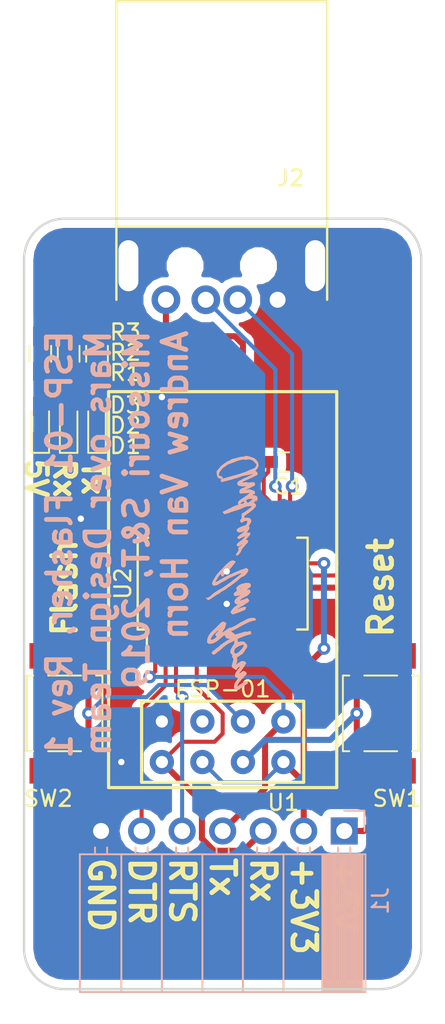
<source format=kicad_pcb>
(kicad_pcb (version 20171130) (host pcbnew "(5.0.0)")

  (general
    (thickness 1.6)
    (drawings 21)
    (tracks 133)
    (zones 0)
    (modules 14)
    (nets 17)
  )

  (page A4)
  (layers
    (0 F.Cu signal)
    (31 B.Cu signal)
    (32 B.Adhes user)
    (33 F.Adhes user)
    (34 B.Paste user)
    (35 F.Paste user)
    (36 B.SilkS user)
    (37 F.SilkS user)
    (38 B.Mask user)
    (39 F.Mask user)
    (40 Dwgs.User user)
    (41 Cmts.User user)
    (42 Eco1.User user)
    (43 Eco2.User user)
    (44 Edge.Cuts user)
    (45 Margin user)
    (46 B.CrtYd user)
    (47 F.CrtYd user)
    (48 B.Fab user)
    (49 F.Fab user)
  )

  (setup
    (last_trace_width 0.254)
    (user_trace_width 0.254)
    (user_trace_width 0.381)
    (trace_clearance 0.2)
    (zone_clearance 0.508)
    (zone_45_only no)
    (trace_min 0.2)
    (segment_width 0.2)
    (edge_width 0.15)
    (via_size 0.8)
    (via_drill 0.4)
    (via_min_size 0.4)
    (via_min_drill 0.3)
    (uvia_size 0.3)
    (uvia_drill 0.1)
    (uvias_allowed no)
    (uvia_min_size 0.2)
    (uvia_min_drill 0.1)
    (pcb_text_width 0.3)
    (pcb_text_size 1.5 1.5)
    (mod_edge_width 0.15)
    (mod_text_size 1 1)
    (mod_text_width 0.15)
    (pad_size 1.524 1.524)
    (pad_drill 0.762)
    (pad_to_mask_clearance 0.2)
    (aux_axis_origin 0 0)
    (visible_elements FFFFFF7F)
    (pcbplotparams
      (layerselection 0x010fc_ffffffff)
      (usegerberextensions false)
      (usegerberattributes false)
      (usegerberadvancedattributes false)
      (creategerberjobfile false)
      (excludeedgelayer true)
      (linewidth 0.100000)
      (plotframeref false)
      (viasonmask false)
      (mode 1)
      (useauxorigin false)
      (hpglpennumber 1)
      (hpglpenspeed 20)
      (hpglpendiameter 15.000000)
      (psnegative false)
      (psa4output false)
      (plotreference true)
      (plotvalue true)
      (plotinvisibletext false)
      (padsonsilk false)
      (subtractmaskfromsilk false)
      (outputformat 1)
      (mirror false)
      (drillshape 0)
      (scaleselection 1)
      (outputdirectory "Gerbs/"))
  )

  (net 0 "")
  (net 1 +3V3)
  (net 2 GND)
  (net 3 "Net-(D1-Pad1)")
  (net 4 "Net-(D1-Pad2)")
  (net 5 "Net-(D2-Pad2)")
  (net 6 "Net-(D2-Pad1)")
  (net 7 "Net-(D3-Pad2)")
  (net 8 +5V)
  (net 9 FT_Rx)
  (net 10 FT_Tx)
  (net 11 RTS)
  (net 12 DTR)
  (net 13 D+)
  (net 14 D-)
  (net 15 Rst)
  (net 16 Flash)

  (net_class Default "This is the default net class."
    (clearance 0.2)
    (trace_width 0.25)
    (via_dia 0.8)
    (via_drill 0.4)
    (uvia_dia 0.3)
    (uvia_drill 0.1)
    (add_net +3V3)
    (add_net +5V)
    (add_net D+)
    (add_net D-)
    (add_net DTR)
    (add_net FT_Rx)
    (add_net FT_Tx)
    (add_net Flash)
    (add_net GND)
    (add_net "Net-(D1-Pad1)")
    (add_net "Net-(D1-Pad2)")
    (add_net "Net-(D2-Pad1)")
    (add_net "Net-(D2-Pad2)")
    (add_net "Net-(D3-Pad2)")
    (add_net RTS)
    (add_net Rst)
  )

  (module LEDs:LED_0603_HandSoldering (layer F.Cu) (tedit 595FC9C0) (tstamp 5C30E10B)
    (at 103.886 66.21 90)
    (descr "LED SMD 0603, hand soldering")
    (tags "LED 0603")
    (path /5C2DE55F)
    (attr smd)
    (fp_text reference D3 (at 1.186 5.334) (layer F.SilkS)
      (effects (font (size 1 1) (thickness 0.15)))
    )
    (fp_text value PWR (at 0 1.55 90) (layer F.Fab)
      (effects (font (size 1 1) (thickness 0.15)))
    )
    (fp_line (start -1.8 -0.55) (end -1.8 0.55) (layer F.SilkS) (width 0.12))
    (fp_line (start -0.2 -0.2) (end -0.2 0.2) (layer F.Fab) (width 0.1))
    (fp_line (start -0.15 0) (end 0.15 -0.2) (layer F.Fab) (width 0.1))
    (fp_line (start 0.15 0.2) (end -0.15 0) (layer F.Fab) (width 0.1))
    (fp_line (start 0.15 -0.2) (end 0.15 0.2) (layer F.Fab) (width 0.1))
    (fp_line (start 0.8 0.4) (end -0.8 0.4) (layer F.Fab) (width 0.1))
    (fp_line (start 0.8 -0.4) (end 0.8 0.4) (layer F.Fab) (width 0.1))
    (fp_line (start -0.8 -0.4) (end 0.8 -0.4) (layer F.Fab) (width 0.1))
    (fp_line (start -1.8 0.55) (end 0.8 0.55) (layer F.SilkS) (width 0.12))
    (fp_line (start -1.8 -0.55) (end 0.8 -0.55) (layer F.SilkS) (width 0.12))
    (fp_line (start -1.96 -0.7) (end 1.95 -0.7) (layer F.CrtYd) (width 0.05))
    (fp_line (start -1.96 -0.7) (end -1.96 0.7) (layer F.CrtYd) (width 0.05))
    (fp_line (start 1.95 0.7) (end 1.95 -0.7) (layer F.CrtYd) (width 0.05))
    (fp_line (start 1.95 0.7) (end -1.96 0.7) (layer F.CrtYd) (width 0.05))
    (fp_line (start -0.8 -0.4) (end -0.8 0.4) (layer F.Fab) (width 0.1))
    (pad 1 smd rect (at -1.1 0 90) (size 1.2 0.9) (layers F.Cu F.Paste F.Mask)
      (net 2 GND))
    (pad 2 smd rect (at 1.1 0 90) (size 1.2 0.9) (layers F.Cu F.Paste F.Mask)
      (net 7 "Net-(D3-Pad2)"))
    (model ${KISYS3DMOD}/LEDs.3dshapes/LED_0603.wrl
      (at (xyz 0 0 0))
      (scale (xyz 1 1 1))
      (rotate (xyz 0 0 180))
    )
  )

  (module Capacitors_SMD:C_0603_HandSoldering (layer F.Cu) (tedit 58AA848B) (tstamp 5C30A88E)
    (at 119.126 68.58)
    (descr "Capacitor SMD 0603, hand soldering")
    (tags "capacitor 0603")
    (path /5C2E3A51)
    (attr smd)
    (fp_text reference C1 (at 0.32 1.524) (layer F.SilkS)
      (effects (font (size 1 1) (thickness 0.15)))
    )
    (fp_text value .1uF (at 0 1.5) (layer F.Fab)
      (effects (font (size 1 1) (thickness 0.15)))
    )
    (fp_text user %R (at 0 -1.25) (layer F.Fab)
      (effects (font (size 1 1) (thickness 0.15)))
    )
    (fp_line (start -0.8 0.4) (end -0.8 -0.4) (layer F.Fab) (width 0.1))
    (fp_line (start 0.8 0.4) (end -0.8 0.4) (layer F.Fab) (width 0.1))
    (fp_line (start 0.8 -0.4) (end 0.8 0.4) (layer F.Fab) (width 0.1))
    (fp_line (start -0.8 -0.4) (end 0.8 -0.4) (layer F.Fab) (width 0.1))
    (fp_line (start -0.35 -0.6) (end 0.35 -0.6) (layer F.SilkS) (width 0.12))
    (fp_line (start 0.35 0.6) (end -0.35 0.6) (layer F.SilkS) (width 0.12))
    (fp_line (start -1.8 -0.65) (end 1.8 -0.65) (layer F.CrtYd) (width 0.05))
    (fp_line (start -1.8 -0.65) (end -1.8 0.65) (layer F.CrtYd) (width 0.05))
    (fp_line (start 1.8 0.65) (end 1.8 -0.65) (layer F.CrtYd) (width 0.05))
    (fp_line (start 1.8 0.65) (end -1.8 0.65) (layer F.CrtYd) (width 0.05))
    (pad 1 smd rect (at -0.95 0) (size 1.2 0.75) (layers F.Cu F.Paste F.Mask)
      (net 1 +3V3))
    (pad 2 smd rect (at 0.95 0) (size 1.2 0.75) (layers F.Cu F.Paste F.Mask)
      (net 2 GND))
    (model Capacitors_SMD.3dshapes/C_0603.wrl
      (at (xyz 0 0 0))
      (scale (xyz 1 1 1))
      (rotate (xyz 0 0 0))
    )
  )

  (module LEDs:LED_0603_HandSoldering (layer F.Cu) (tedit 595FC9C0) (tstamp 5C30E063)
    (at 107.442 66.21 90)
    (descr "LED SMD 0603, hand soldering")
    (tags "LED 0603")
    (path /5C2DDF87)
    (attr smd)
    (fp_text reference D1 (at -1.354 1.778 180) (layer F.SilkS)
      (effects (font (size 1 1) (thickness 0.15)))
    )
    (fp_text value Tx (at 0 1.55 90) (layer F.Fab)
      (effects (font (size 1 1) (thickness 0.15)))
    )
    (fp_line (start -1.8 -0.55) (end -1.8 0.55) (layer F.SilkS) (width 0.12))
    (fp_line (start -0.2 -0.2) (end -0.2 0.2) (layer F.Fab) (width 0.1))
    (fp_line (start -0.15 0) (end 0.15 -0.2) (layer F.Fab) (width 0.1))
    (fp_line (start 0.15 0.2) (end -0.15 0) (layer F.Fab) (width 0.1))
    (fp_line (start 0.15 -0.2) (end 0.15 0.2) (layer F.Fab) (width 0.1))
    (fp_line (start 0.8 0.4) (end -0.8 0.4) (layer F.Fab) (width 0.1))
    (fp_line (start 0.8 -0.4) (end 0.8 0.4) (layer F.Fab) (width 0.1))
    (fp_line (start -0.8 -0.4) (end 0.8 -0.4) (layer F.Fab) (width 0.1))
    (fp_line (start -1.8 0.55) (end 0.8 0.55) (layer F.SilkS) (width 0.12))
    (fp_line (start -1.8 -0.55) (end 0.8 -0.55) (layer F.SilkS) (width 0.12))
    (fp_line (start -1.96 -0.7) (end 1.95 -0.7) (layer F.CrtYd) (width 0.05))
    (fp_line (start -1.96 -0.7) (end -1.96 0.7) (layer F.CrtYd) (width 0.05))
    (fp_line (start 1.95 0.7) (end 1.95 -0.7) (layer F.CrtYd) (width 0.05))
    (fp_line (start 1.95 0.7) (end -1.96 0.7) (layer F.CrtYd) (width 0.05))
    (fp_line (start -0.8 -0.4) (end -0.8 0.4) (layer F.Fab) (width 0.1))
    (pad 1 smd rect (at -1.1 0 90) (size 1.2 0.9) (layers F.Cu F.Paste F.Mask)
      (net 3 "Net-(D1-Pad1)"))
    (pad 2 smd rect (at 1.1 0 90) (size 1.2 0.9) (layers F.Cu F.Paste F.Mask)
      (net 4 "Net-(D1-Pad2)"))
    (model ${KISYS3DMOD}/LEDs.3dshapes/LED_0603.wrl
      (at (xyz 0 0 0))
      (scale (xyz 1 1 1))
      (rotate (xyz 0 0 180))
    )
  )

  (module LEDs:LED_0603_HandSoldering (layer F.Cu) (tedit 595FC9C0) (tstamp 5C30E09F)
    (at 105.664 66.21 90)
    (descr "LED SMD 0603, hand soldering")
    (tags "LED 0603")
    (path /5C2DE1E7)
    (attr smd)
    (fp_text reference D2 (at -0.084 3.556 180) (layer F.SilkS)
      (effects (font (size 1 1) (thickness 0.15)))
    )
    (fp_text value Rx (at 0 1.55 90) (layer F.Fab)
      (effects (font (size 1 1) (thickness 0.15)))
    )
    (fp_line (start -0.8 -0.4) (end -0.8 0.4) (layer F.Fab) (width 0.1))
    (fp_line (start 1.95 0.7) (end -1.96 0.7) (layer F.CrtYd) (width 0.05))
    (fp_line (start 1.95 0.7) (end 1.95 -0.7) (layer F.CrtYd) (width 0.05))
    (fp_line (start -1.96 -0.7) (end -1.96 0.7) (layer F.CrtYd) (width 0.05))
    (fp_line (start -1.96 -0.7) (end 1.95 -0.7) (layer F.CrtYd) (width 0.05))
    (fp_line (start -1.8 -0.55) (end 0.8 -0.55) (layer F.SilkS) (width 0.12))
    (fp_line (start -1.8 0.55) (end 0.8 0.55) (layer F.SilkS) (width 0.12))
    (fp_line (start -0.8 -0.4) (end 0.8 -0.4) (layer F.Fab) (width 0.1))
    (fp_line (start 0.8 -0.4) (end 0.8 0.4) (layer F.Fab) (width 0.1))
    (fp_line (start 0.8 0.4) (end -0.8 0.4) (layer F.Fab) (width 0.1))
    (fp_line (start 0.15 -0.2) (end 0.15 0.2) (layer F.Fab) (width 0.1))
    (fp_line (start 0.15 0.2) (end -0.15 0) (layer F.Fab) (width 0.1))
    (fp_line (start -0.15 0) (end 0.15 -0.2) (layer F.Fab) (width 0.1))
    (fp_line (start -0.2 -0.2) (end -0.2 0.2) (layer F.Fab) (width 0.1))
    (fp_line (start -1.8 -0.55) (end -1.8 0.55) (layer F.SilkS) (width 0.12))
    (pad 2 smd rect (at 1.1 0 90) (size 1.2 0.9) (layers F.Cu F.Paste F.Mask)
      (net 5 "Net-(D2-Pad2)"))
    (pad 1 smd rect (at -1.1 0 90) (size 1.2 0.9) (layers F.Cu F.Paste F.Mask)
      (net 6 "Net-(D2-Pad1)"))
    (model ${KISYS3DMOD}/LEDs.3dshapes/LED_0603.wrl
      (at (xyz 0 0 0))
      (scale (xyz 1 1 1))
      (rotate (xyz 0 0 180))
    )
  )

  (module Socket_Strips:Socket_Strip_Angled_1x07_Pitch2.54mm (layer B.Cu) (tedit 58CD5446) (tstamp 5C30A957)
    (at 122.936 91.694 90)
    (descr "Through hole angled socket strip, 1x07, 2.54mm pitch, 8.51mm socket length, single row")
    (tags "Through hole angled socket strip THT 1x07 2.54mm single row")
    (path /5C312C51)
    (fp_text reference J1 (at -4.38 2.27 90) (layer B.SilkS)
      (effects (font (size 1 1) (thickness 0.15)) (justify mirror))
    )
    (fp_text value Conn_01x07_Female (at -4.38 -17.51 90) (layer B.Fab)
      (effects (font (size 1 1) (thickness 0.15)) (justify mirror))
    )
    (fp_line (start -1.52 1.27) (end -1.52 -1.27) (layer B.Fab) (width 0.1))
    (fp_line (start -1.52 -1.27) (end -10.03 -1.27) (layer B.Fab) (width 0.1))
    (fp_line (start -10.03 -1.27) (end -10.03 1.27) (layer B.Fab) (width 0.1))
    (fp_line (start -10.03 1.27) (end -1.52 1.27) (layer B.Fab) (width 0.1))
    (fp_line (start 0 0.32) (end 0 -0.32) (layer B.Fab) (width 0.1))
    (fp_line (start 0 -0.32) (end -1.52 -0.32) (layer B.Fab) (width 0.1))
    (fp_line (start -1.52 -0.32) (end -1.52 0.32) (layer B.Fab) (width 0.1))
    (fp_line (start -1.52 0.32) (end 0 0.32) (layer B.Fab) (width 0.1))
    (fp_line (start -1.52 -1.27) (end -1.52 -3.81) (layer B.Fab) (width 0.1))
    (fp_line (start -1.52 -3.81) (end -10.03 -3.81) (layer B.Fab) (width 0.1))
    (fp_line (start -10.03 -3.81) (end -10.03 -1.27) (layer B.Fab) (width 0.1))
    (fp_line (start -10.03 -1.27) (end -1.52 -1.27) (layer B.Fab) (width 0.1))
    (fp_line (start 0 -2.22) (end 0 -2.86) (layer B.Fab) (width 0.1))
    (fp_line (start 0 -2.86) (end -1.52 -2.86) (layer B.Fab) (width 0.1))
    (fp_line (start -1.52 -2.86) (end -1.52 -2.22) (layer B.Fab) (width 0.1))
    (fp_line (start -1.52 -2.22) (end 0 -2.22) (layer B.Fab) (width 0.1))
    (fp_line (start -1.52 -3.81) (end -1.52 -6.35) (layer B.Fab) (width 0.1))
    (fp_line (start -1.52 -6.35) (end -10.03 -6.35) (layer B.Fab) (width 0.1))
    (fp_line (start -10.03 -6.35) (end -10.03 -3.81) (layer B.Fab) (width 0.1))
    (fp_line (start -10.03 -3.81) (end -1.52 -3.81) (layer B.Fab) (width 0.1))
    (fp_line (start 0 -4.76) (end 0 -5.4) (layer B.Fab) (width 0.1))
    (fp_line (start 0 -5.4) (end -1.52 -5.4) (layer B.Fab) (width 0.1))
    (fp_line (start -1.52 -5.4) (end -1.52 -4.76) (layer B.Fab) (width 0.1))
    (fp_line (start -1.52 -4.76) (end 0 -4.76) (layer B.Fab) (width 0.1))
    (fp_line (start -1.52 -6.35) (end -1.52 -8.89) (layer B.Fab) (width 0.1))
    (fp_line (start -1.52 -8.89) (end -10.03 -8.89) (layer B.Fab) (width 0.1))
    (fp_line (start -10.03 -8.89) (end -10.03 -6.35) (layer B.Fab) (width 0.1))
    (fp_line (start -10.03 -6.35) (end -1.52 -6.35) (layer B.Fab) (width 0.1))
    (fp_line (start 0 -7.3) (end 0 -7.94) (layer B.Fab) (width 0.1))
    (fp_line (start 0 -7.94) (end -1.52 -7.94) (layer B.Fab) (width 0.1))
    (fp_line (start -1.52 -7.94) (end -1.52 -7.3) (layer B.Fab) (width 0.1))
    (fp_line (start -1.52 -7.3) (end 0 -7.3) (layer B.Fab) (width 0.1))
    (fp_line (start -1.52 -8.89) (end -1.52 -11.43) (layer B.Fab) (width 0.1))
    (fp_line (start -1.52 -11.43) (end -10.03 -11.43) (layer B.Fab) (width 0.1))
    (fp_line (start -10.03 -11.43) (end -10.03 -8.89) (layer B.Fab) (width 0.1))
    (fp_line (start -10.03 -8.89) (end -1.52 -8.89) (layer B.Fab) (width 0.1))
    (fp_line (start 0 -9.84) (end 0 -10.48) (layer B.Fab) (width 0.1))
    (fp_line (start 0 -10.48) (end -1.52 -10.48) (layer B.Fab) (width 0.1))
    (fp_line (start -1.52 -10.48) (end -1.52 -9.84) (layer B.Fab) (width 0.1))
    (fp_line (start -1.52 -9.84) (end 0 -9.84) (layer B.Fab) (width 0.1))
    (fp_line (start -1.52 -11.43) (end -1.52 -13.97) (layer B.Fab) (width 0.1))
    (fp_line (start -1.52 -13.97) (end -10.03 -13.97) (layer B.Fab) (width 0.1))
    (fp_line (start -10.03 -13.97) (end -10.03 -11.43) (layer B.Fab) (width 0.1))
    (fp_line (start -10.03 -11.43) (end -1.52 -11.43) (layer B.Fab) (width 0.1))
    (fp_line (start 0 -12.38) (end 0 -13.02) (layer B.Fab) (width 0.1))
    (fp_line (start 0 -13.02) (end -1.52 -13.02) (layer B.Fab) (width 0.1))
    (fp_line (start -1.52 -13.02) (end -1.52 -12.38) (layer B.Fab) (width 0.1))
    (fp_line (start -1.52 -12.38) (end 0 -12.38) (layer B.Fab) (width 0.1))
    (fp_line (start -1.52 -13.97) (end -1.52 -16.51) (layer B.Fab) (width 0.1))
    (fp_line (start -1.52 -16.51) (end -10.03 -16.51) (layer B.Fab) (width 0.1))
    (fp_line (start -10.03 -16.51) (end -10.03 -13.97) (layer B.Fab) (width 0.1))
    (fp_line (start -10.03 -13.97) (end -1.52 -13.97) (layer B.Fab) (width 0.1))
    (fp_line (start 0 -14.92) (end 0 -15.56) (layer B.Fab) (width 0.1))
    (fp_line (start 0 -15.56) (end -1.52 -15.56) (layer B.Fab) (width 0.1))
    (fp_line (start -1.52 -15.56) (end -1.52 -14.92) (layer B.Fab) (width 0.1))
    (fp_line (start -1.52 -14.92) (end 0 -14.92) (layer B.Fab) (width 0.1))
    (fp_line (start -1.46 1.33) (end -1.46 -1.27) (layer B.SilkS) (width 0.12))
    (fp_line (start -1.46 -1.27) (end -10.09 -1.27) (layer B.SilkS) (width 0.12))
    (fp_line (start -10.09 -1.27) (end -10.09 1.33) (layer B.SilkS) (width 0.12))
    (fp_line (start -10.09 1.33) (end -1.46 1.33) (layer B.SilkS) (width 0.12))
    (fp_line (start -1.03 0.38) (end -1.46 0.38) (layer B.SilkS) (width 0.12))
    (fp_line (start -1.03 -0.38) (end -1.46 -0.38) (layer B.SilkS) (width 0.12))
    (fp_line (start -1.46 1.15) (end -10.09 1.15) (layer B.SilkS) (width 0.12))
    (fp_line (start -1.46 1.03) (end -10.09 1.03) (layer B.SilkS) (width 0.12))
    (fp_line (start -1.46 0.91) (end -10.09 0.91) (layer B.SilkS) (width 0.12))
    (fp_line (start -1.46 0.79) (end -10.09 0.79) (layer B.SilkS) (width 0.12))
    (fp_line (start -1.46 0.67) (end -10.09 0.67) (layer B.SilkS) (width 0.12))
    (fp_line (start -1.46 0.55) (end -10.09 0.55) (layer B.SilkS) (width 0.12))
    (fp_line (start -1.46 0.43) (end -10.09 0.43) (layer B.SilkS) (width 0.12))
    (fp_line (start -1.46 0.31) (end -10.09 0.31) (layer B.SilkS) (width 0.12))
    (fp_line (start -1.46 0.19) (end -10.09 0.19) (layer B.SilkS) (width 0.12))
    (fp_line (start -1.46 0.07) (end -10.09 0.07) (layer B.SilkS) (width 0.12))
    (fp_line (start -1.46 -0.05) (end -10.09 -0.05) (layer B.SilkS) (width 0.12))
    (fp_line (start -1.46 -0.17) (end -10.09 -0.17) (layer B.SilkS) (width 0.12))
    (fp_line (start -1.46 -0.29) (end -10.09 -0.29) (layer B.SilkS) (width 0.12))
    (fp_line (start -1.46 -0.41) (end -10.09 -0.41) (layer B.SilkS) (width 0.12))
    (fp_line (start -1.46 -0.53) (end -10.09 -0.53) (layer B.SilkS) (width 0.12))
    (fp_line (start -1.46 -0.65) (end -10.09 -0.65) (layer B.SilkS) (width 0.12))
    (fp_line (start -1.46 -0.77) (end -10.09 -0.77) (layer B.SilkS) (width 0.12))
    (fp_line (start -1.46 -0.89) (end -10.09 -0.89) (layer B.SilkS) (width 0.12))
    (fp_line (start -1.46 -1.01) (end -10.09 -1.01) (layer B.SilkS) (width 0.12))
    (fp_line (start -1.46 -1.13) (end -10.09 -1.13) (layer B.SilkS) (width 0.12))
    (fp_line (start -1.46 -1.25) (end -10.09 -1.25) (layer B.SilkS) (width 0.12))
    (fp_line (start -1.46 -1.37) (end -10.09 -1.37) (layer B.SilkS) (width 0.12))
    (fp_line (start -1.46 -1.27) (end -1.46 -3.81) (layer B.SilkS) (width 0.12))
    (fp_line (start -1.46 -3.81) (end -10.09 -3.81) (layer B.SilkS) (width 0.12))
    (fp_line (start -10.09 -3.81) (end -10.09 -1.27) (layer B.SilkS) (width 0.12))
    (fp_line (start -10.09 -1.27) (end -1.46 -1.27) (layer B.SilkS) (width 0.12))
    (fp_line (start -1.03 -2.16) (end -1.46 -2.16) (layer B.SilkS) (width 0.12))
    (fp_line (start -1.03 -2.92) (end -1.46 -2.92) (layer B.SilkS) (width 0.12))
    (fp_line (start -1.46 -3.81) (end -1.46 -6.35) (layer B.SilkS) (width 0.12))
    (fp_line (start -1.46 -6.35) (end -10.09 -6.35) (layer B.SilkS) (width 0.12))
    (fp_line (start -10.09 -6.35) (end -10.09 -3.81) (layer B.SilkS) (width 0.12))
    (fp_line (start -10.09 -3.81) (end -1.46 -3.81) (layer B.SilkS) (width 0.12))
    (fp_line (start -1.03 -4.7) (end -1.46 -4.7) (layer B.SilkS) (width 0.12))
    (fp_line (start -1.03 -5.46) (end -1.46 -5.46) (layer B.SilkS) (width 0.12))
    (fp_line (start -1.46 -6.35) (end -1.46 -8.89) (layer B.SilkS) (width 0.12))
    (fp_line (start -1.46 -8.89) (end -10.09 -8.89) (layer B.SilkS) (width 0.12))
    (fp_line (start -10.09 -8.89) (end -10.09 -6.35) (layer B.SilkS) (width 0.12))
    (fp_line (start -10.09 -6.35) (end -1.46 -6.35) (layer B.SilkS) (width 0.12))
    (fp_line (start -1.03 -7.24) (end -1.46 -7.24) (layer B.SilkS) (width 0.12))
    (fp_line (start -1.03 -8) (end -1.46 -8) (layer B.SilkS) (width 0.12))
    (fp_line (start -1.46 -8.89) (end -1.46 -11.43) (layer B.SilkS) (width 0.12))
    (fp_line (start -1.46 -11.43) (end -10.09 -11.43) (layer B.SilkS) (width 0.12))
    (fp_line (start -10.09 -11.43) (end -10.09 -8.89) (layer B.SilkS) (width 0.12))
    (fp_line (start -10.09 -8.89) (end -1.46 -8.89) (layer B.SilkS) (width 0.12))
    (fp_line (start -1.03 -9.78) (end -1.46 -9.78) (layer B.SilkS) (width 0.12))
    (fp_line (start -1.03 -10.54) (end -1.46 -10.54) (layer B.SilkS) (width 0.12))
    (fp_line (start -1.46 -11.43) (end -1.46 -13.97) (layer B.SilkS) (width 0.12))
    (fp_line (start -1.46 -13.97) (end -10.09 -13.97) (layer B.SilkS) (width 0.12))
    (fp_line (start -10.09 -13.97) (end -10.09 -11.43) (layer B.SilkS) (width 0.12))
    (fp_line (start -10.09 -11.43) (end -1.46 -11.43) (layer B.SilkS) (width 0.12))
    (fp_line (start -1.03 -12.32) (end -1.46 -12.32) (layer B.SilkS) (width 0.12))
    (fp_line (start -1.03 -13.08) (end -1.46 -13.08) (layer B.SilkS) (width 0.12))
    (fp_line (start -1.46 -13.97) (end -1.46 -16.57) (layer B.SilkS) (width 0.12))
    (fp_line (start -1.46 -16.57) (end -10.09 -16.57) (layer B.SilkS) (width 0.12))
    (fp_line (start -10.09 -16.57) (end -10.09 -13.97) (layer B.SilkS) (width 0.12))
    (fp_line (start -10.09 -13.97) (end -1.46 -13.97) (layer B.SilkS) (width 0.12))
    (fp_line (start -1.03 -14.86) (end -1.46 -14.86) (layer B.SilkS) (width 0.12))
    (fp_line (start -1.03 -15.62) (end -1.46 -15.62) (layer B.SilkS) (width 0.12))
    (fp_line (start 0 1.27) (end 1.27 1.27) (layer B.SilkS) (width 0.12))
    (fp_line (start 1.27 1.27) (end 1.27 0) (layer B.SilkS) (width 0.12))
    (fp_line (start 1.8 1.8) (end 1.8 -17.05) (layer B.CrtYd) (width 0.05))
    (fp_line (start 1.8 -17.05) (end -10.55 -17.05) (layer B.CrtYd) (width 0.05))
    (fp_line (start -10.55 -17.05) (end -10.55 1.8) (layer B.CrtYd) (width 0.05))
    (fp_line (start -10.55 1.8) (end 1.8 1.8) (layer B.CrtYd) (width 0.05))
    (fp_text user %R (at -4.38 2.27 90) (layer B.Fab)
      (effects (font (size 1 1) (thickness 0.15)) (justify mirror))
    )
    (pad 1 thru_hole rect (at 0 0 90) (size 1.7 1.7) (drill 1) (layers *.Cu *.Mask)
      (net 8 +5V))
    (pad 2 thru_hole oval (at 0 -2.54 90) (size 1.7 1.7) (drill 1) (layers *.Cu *.Mask)
      (net 1 +3V3))
    (pad 3 thru_hole oval (at 0 -5.08 90) (size 1.7 1.7) (drill 1) (layers *.Cu *.Mask)
      (net 9 FT_Rx))
    (pad 4 thru_hole oval (at 0 -7.62 90) (size 1.7 1.7) (drill 1) (layers *.Cu *.Mask)
      (net 10 FT_Tx))
    (pad 5 thru_hole oval (at 0 -10.16 90) (size 1.7 1.7) (drill 1) (layers *.Cu *.Mask)
      (net 11 RTS))
    (pad 6 thru_hole oval (at 0 -12.7 90) (size 1.7 1.7) (drill 1) (layers *.Cu *.Mask)
      (net 12 DTR))
    (pad 7 thru_hole oval (at 0 -15.24 90) (size 1.7 1.7) (drill 1) (layers *.Cu *.Mask)
      (net 2 GND))
    (model ${KISYS3DMOD}/Socket_Strips.3dshapes/Socket_Strip_Angled_1x07_Pitch2.54mm.wrl
      (offset (xyz 0 -7.619999885559082 0))
      (scale (xyz 1 1 1))
      (rotate (xyz 0 0 270))
    )
  )

  (module ESP01_Library:USBA (layer F.Cu) (tedit 5C1A8F66) (tstamp 5C30A967)
    (at 115.26 58.42 180)
    (path /5C19F1C7)
    (fp_text reference J2 (at -4.318 7.62 180) (layer F.SilkS)
      (effects (font (size 1 1) (thickness 0.15)))
    )
    (fp_text value USB_A (at -1.016 -0.5 180) (layer F.Fab)
      (effects (font (size 1 1) (thickness 0.15)))
    )
    (fp_line (start 6.604 0) (end 6.604 18.7) (layer F.SilkS) (width 0.15))
    (fp_line (start -6.604 0) (end -6.604 18.7) (layer F.SilkS) (width 0.15))
    (fp_line (start 6.604 18.7) (end -6.604 18.7) (layer F.SilkS) (width 0.15))
    (fp_line (start 6.604 4.572) (end -6.604 4.572) (layer F.SilkS) (width 0.15))
    (pad 4 thru_hole circle (at -3.5 0 180) (size 1.8 1.8) (drill 1) (layers *.Cu *.Mask)
      (net 2 GND))
    (pad 3 thru_hole circle (at -1 0 180) (size 1.8 1.8) (drill 1) (layers *.Cu *.Mask)
      (net 13 D+))
    (pad 1 thru_hole circle (at 3.5 0 180) (size 1.8 1.8) (drill 1) (layers *.Cu *.Mask)
      (net 8 +5V))
    (pad 2 thru_hole circle (at 1 0 180) (size 1.8 1.8) (drill 1) (layers *.Cu *.Mask)
      (net 14 D-))
    (pad "" np_thru_hole circle (at 2.3 2.13 180) (size 1.3 1.3) (drill 1.3) (layers *.Cu *.Mask))
    (pad "" np_thru_hole circle (at -2.3 2.13 180) (size 1.3 1.3) (drill 1.3) (layers *.Cu *.Mask))
    (pad 5 thru_hole oval (at 5.85 2.13 180) (size 2 4) (drill oval 1.25 3.2) (layers *.Cu *.Mask)
      (net 2 GND))
    (pad 5 thru_hole oval (at -5.85 2.13 180) (size 2 4) (drill oval 1.25 3.2) (layers *.Cu *.Mask)
      (net 2 GND))
  )

  (module Resistors_SMD:R_0603_HandSoldering (layer F.Cu) (tedit 58E0A804) (tstamp 5C30E02F)
    (at 107.442 61.806 270)
    (descr "Resistor SMD 0603, hand soldering")
    (tags "resistor 0603")
    (path /5C2DDFFB)
    (attr smd)
    (fp_text reference R1 (at 1.186 -1.778) (layer F.SilkS)
      (effects (font (size 1 1) (thickness 0.15)))
    )
    (fp_text value 330 (at 0 1.55 270) (layer F.Fab)
      (effects (font (size 1 1) (thickness 0.15)))
    )
    (fp_text user %R (at 0 0 270) (layer F.Fab)
      (effects (font (size 0.4 0.4) (thickness 0.075)))
    )
    (fp_line (start -0.8 0.4) (end -0.8 -0.4) (layer F.Fab) (width 0.1))
    (fp_line (start 0.8 0.4) (end -0.8 0.4) (layer F.Fab) (width 0.1))
    (fp_line (start 0.8 -0.4) (end 0.8 0.4) (layer F.Fab) (width 0.1))
    (fp_line (start -0.8 -0.4) (end 0.8 -0.4) (layer F.Fab) (width 0.1))
    (fp_line (start 0.5 0.68) (end -0.5 0.68) (layer F.SilkS) (width 0.12))
    (fp_line (start -0.5 -0.68) (end 0.5 -0.68) (layer F.SilkS) (width 0.12))
    (fp_line (start -1.96 -0.7) (end 1.95 -0.7) (layer F.CrtYd) (width 0.05))
    (fp_line (start -1.96 -0.7) (end -1.96 0.7) (layer F.CrtYd) (width 0.05))
    (fp_line (start 1.95 0.7) (end 1.95 -0.7) (layer F.CrtYd) (width 0.05))
    (fp_line (start 1.95 0.7) (end -1.96 0.7) (layer F.CrtYd) (width 0.05))
    (pad 1 smd rect (at -1.1 0 270) (size 1.2 0.9) (layers F.Cu F.Paste F.Mask)
      (net 8 +5V))
    (pad 2 smd rect (at 1.1 0 270) (size 1.2 0.9) (layers F.Cu F.Paste F.Mask)
      (net 4 "Net-(D1-Pad2)"))
    (model ${KISYS3DMOD}/Resistors_SMD.3dshapes/R_0603.wrl
      (at (xyz 0 0 0))
      (scale (xyz 1 1 1))
      (rotate (xyz 0 0 0))
    )
  )

  (module Resistors_SMD:R_0603_HandSoldering (layer F.Cu) (tedit 58E0A804) (tstamp 5C30E143)
    (at 105.664 61.806 270)
    (descr "Resistor SMD 0603, hand soldering")
    (tags "resistor 0603")
    (path /5C2DE1ED)
    (attr smd)
    (fp_text reference R2 (at -0.084 -3.556) (layer F.SilkS)
      (effects (font (size 1 1) (thickness 0.15)))
    )
    (fp_text value 330 (at 0 1.55 270) (layer F.Fab)
      (effects (font (size 1 1) (thickness 0.15)))
    )
    (fp_line (start 1.95 0.7) (end -1.96 0.7) (layer F.CrtYd) (width 0.05))
    (fp_line (start 1.95 0.7) (end 1.95 -0.7) (layer F.CrtYd) (width 0.05))
    (fp_line (start -1.96 -0.7) (end -1.96 0.7) (layer F.CrtYd) (width 0.05))
    (fp_line (start -1.96 -0.7) (end 1.95 -0.7) (layer F.CrtYd) (width 0.05))
    (fp_line (start -0.5 -0.68) (end 0.5 -0.68) (layer F.SilkS) (width 0.12))
    (fp_line (start 0.5 0.68) (end -0.5 0.68) (layer F.SilkS) (width 0.12))
    (fp_line (start -0.8 -0.4) (end 0.8 -0.4) (layer F.Fab) (width 0.1))
    (fp_line (start 0.8 -0.4) (end 0.8 0.4) (layer F.Fab) (width 0.1))
    (fp_line (start 0.8 0.4) (end -0.8 0.4) (layer F.Fab) (width 0.1))
    (fp_line (start -0.8 0.4) (end -0.8 -0.4) (layer F.Fab) (width 0.1))
    (fp_text user %R (at 0 0 270) (layer F.Fab)
      (effects (font (size 0.4 0.4) (thickness 0.075)))
    )
    (pad 2 smd rect (at 1.1 0 270) (size 1.2 0.9) (layers F.Cu F.Paste F.Mask)
      (net 5 "Net-(D2-Pad2)"))
    (pad 1 smd rect (at -1.1 0 270) (size 1.2 0.9) (layers F.Cu F.Paste F.Mask)
      (net 8 +5V))
    (model ${KISYS3DMOD}/Resistors_SMD.3dshapes/R_0603.wrl
      (at (xyz 0 0 0))
      (scale (xyz 1 1 1))
      (rotate (xyz 0 0 0))
    )
  )

  (module Resistors_SMD:R_0603_HandSoldering (layer F.Cu) (tedit 58E0A804) (tstamp 5C30E0D7)
    (at 103.886 61.806 270)
    (descr "Resistor SMD 0603, hand soldering")
    (tags "resistor 0603")
    (path /5C2DE565)
    (attr smd)
    (fp_text reference R3 (at -1.354 -5.334) (layer F.SilkS)
      (effects (font (size 1 1) (thickness 0.15)))
    )
    (fp_text value 330 (at 0 1.55 270) (layer F.Fab)
      (effects (font (size 1 1) (thickness 0.15)))
    )
    (fp_text user %R (at 0 0 270) (layer F.Fab)
      (effects (font (size 0.4 0.4) (thickness 0.075)))
    )
    (fp_line (start -0.8 0.4) (end -0.8 -0.4) (layer F.Fab) (width 0.1))
    (fp_line (start 0.8 0.4) (end -0.8 0.4) (layer F.Fab) (width 0.1))
    (fp_line (start 0.8 -0.4) (end 0.8 0.4) (layer F.Fab) (width 0.1))
    (fp_line (start -0.8 -0.4) (end 0.8 -0.4) (layer F.Fab) (width 0.1))
    (fp_line (start 0.5 0.68) (end -0.5 0.68) (layer F.SilkS) (width 0.12))
    (fp_line (start -0.5 -0.68) (end 0.5 -0.68) (layer F.SilkS) (width 0.12))
    (fp_line (start -1.96 -0.7) (end 1.95 -0.7) (layer F.CrtYd) (width 0.05))
    (fp_line (start -1.96 -0.7) (end -1.96 0.7) (layer F.CrtYd) (width 0.05))
    (fp_line (start 1.95 0.7) (end 1.95 -0.7) (layer F.CrtYd) (width 0.05))
    (fp_line (start 1.95 0.7) (end -1.96 0.7) (layer F.CrtYd) (width 0.05))
    (pad 1 smd rect (at -1.1 0 270) (size 1.2 0.9) (layers F.Cu F.Paste F.Mask)
      (net 8 +5V))
    (pad 2 smd rect (at 1.1 0 270) (size 1.2 0.9) (layers F.Cu F.Paste F.Mask)
      (net 7 "Net-(D3-Pad2)"))
    (model ${KISYS3DMOD}/Resistors_SMD.3dshapes/R_0603.wrl
      (at (xyz 0 0 0))
      (scale (xyz 1 1 1))
      (rotate (xyz 0 0 0))
    )
  )

  (module Button_Switch_SMD:SW_SPST_TL3305A (layer F.Cu) (tedit 5ABC3A97) (tstamp 5C30A9C4)
    (at 125.222 84.328 90)
    (descr https://www.e-switch.com/system/asset/product_line/data_sheet/213/TL3305.pdf)
    (tags "TL3305 Series Tact Switch")
    (path /5C2B9946)
    (attr smd)
    (fp_text reference SW1 (at -5.334 1.016 180) (layer F.SilkS)
      (effects (font (size 1 1) (thickness 0.15)))
    )
    (fp_text value SW_Push (at 0 3.2 90) (layer F.Fab)
      (effects (font (size 1 1) (thickness 0.15)))
    )
    (fp_line (start -3 1.15) (end -3 1.85) (layer F.Fab) (width 0.1))
    (fp_line (start -3 -1.85) (end -3 -1.15) (layer F.Fab) (width 0.1))
    (fp_line (start 3 1.15) (end 3 1.85) (layer F.Fab) (width 0.1))
    (fp_line (start 3 -1.85) (end 3 -1.15) (layer F.Fab) (width 0.1))
    (fp_line (start -3.75 1.85) (end -2.25 1.85) (layer F.Fab) (width 0.1))
    (fp_line (start -3.75 1.15) (end -3.75 1.85) (layer F.Fab) (width 0.1))
    (fp_line (start -2.25 1.15) (end -3.75 1.15) (layer F.Fab) (width 0.1))
    (fp_line (start -3.75 -1.15) (end -2.25 -1.15) (layer F.Fab) (width 0.1))
    (fp_line (start -3.75 -1.85) (end -3.75 -1.15) (layer F.Fab) (width 0.1))
    (fp_line (start -2.25 -1.85) (end -3.75 -1.85) (layer F.Fab) (width 0.1))
    (fp_line (start 3.75 1.85) (end 2.25 1.85) (layer F.Fab) (width 0.1))
    (fp_line (start 3.75 1.15) (end 3.75 1.85) (layer F.Fab) (width 0.1))
    (fp_line (start 2.25 1.15) (end 3.75 1.15) (layer F.Fab) (width 0.1))
    (fp_line (start 3.75 -1.85) (end 2.25 -1.85) (layer F.Fab) (width 0.1))
    (fp_line (start 3.75 -1.15) (end 3.75 -1.85) (layer F.Fab) (width 0.1))
    (fp_line (start 2.25 -1.15) (end 3.75 -1.15) (layer F.Fab) (width 0.1))
    (fp_circle (center 0 0) (end 1.25 0) (layer F.Fab) (width 0.1))
    (fp_line (start -2.25 2.25) (end -2.25 -2.25) (layer F.Fab) (width 0.1))
    (fp_line (start 2.25 2.25) (end -2.25 2.25) (layer F.Fab) (width 0.1))
    (fp_line (start 2.25 -2.25) (end 2.25 2.25) (layer F.Fab) (width 0.1))
    (fp_line (start -2.25 -2.25) (end 2.25 -2.25) (layer F.Fab) (width 0.1))
    (fp_text user %R (at 0 0 90) (layer F.Fab)
      (effects (font (size 0.5 0.5) (thickness 0.075)))
    )
    (fp_line (start -2.37 -2.37) (end 2.37 -2.37) (layer F.SilkS) (width 0.12))
    (fp_line (start -2.37 -2.37) (end -2.37 -1.97) (layer F.SilkS) (width 0.12))
    (fp_line (start 2.37 -2.37) (end 2.37 -1.97) (layer F.SilkS) (width 0.12))
    (fp_line (start -2.37 2.37) (end -2.37 1.97) (layer F.SilkS) (width 0.12))
    (fp_line (start -2.37 2.37) (end 2.37 2.37) (layer F.SilkS) (width 0.12))
    (fp_line (start 2.37 2.37) (end 2.37 1.97) (layer F.SilkS) (width 0.12))
    (fp_line (start 2.37 1.03) (end 2.37 -1.03) (layer F.SilkS) (width 0.12))
    (fp_line (start -2.37 1.03) (end -2.37 -1.03) (layer F.SilkS) (width 0.12))
    (fp_line (start 4.65 -2.5) (end 4.65 2.5) (layer F.CrtYd) (width 0.05))
    (fp_line (start 4.65 2.5) (end -4.65 2.5) (layer F.CrtYd) (width 0.05))
    (fp_line (start -4.65 2.5) (end -4.65 -2.5) (layer F.CrtYd) (width 0.05))
    (fp_line (start -4.65 -2.5) (end 4.65 -2.5) (layer F.CrtYd) (width 0.05))
    (pad 1 smd rect (at 3.6 -1.5 90) (size 1.6 1.4) (layers F.Cu F.Paste F.Mask)
      (net 15 Rst))
    (pad 1 smd rect (at -3.6 -1.5 90) (size 1.6 1.4) (layers F.Cu F.Paste F.Mask)
      (net 15 Rst))
    (pad 2 smd rect (at 3.6 1.5 90) (size 1.6 1.4) (layers F.Cu F.Paste F.Mask)
      (net 2 GND))
    (pad 2 smd rect (at -3.6 1.5 90) (size 1.6 1.4) (layers F.Cu F.Paste F.Mask)
      (net 2 GND))
    (model ${KISYS3DMOD}/Button_Switch_SMD.3dshapes/SW_SPST_TL3305A.wrl
      (at (xyz 0 0 0))
      (scale (xyz 1 1 1))
      (rotate (xyz 0 0 0))
    )
  )

  (module Button_Switch_SMD:SW_SPST_TL3305A (layer F.Cu) (tedit 5ABC3A97) (tstamp 5C30A9EE)
    (at 105.41 84.328 270)
    (descr https://www.e-switch.com/system/asset/product_line/data_sheet/213/TL3305.pdf)
    (tags "TL3305 Series Tact Switch")
    (path /5C2B9974)
    (attr smd)
    (fp_text reference SW2 (at 5.334 1.016) (layer F.SilkS)
      (effects (font (size 1 1) (thickness 0.15)))
    )
    (fp_text value SW_Push (at 0 3.2 270) (layer F.Fab)
      (effects (font (size 1 1) (thickness 0.15)))
    )
    (fp_line (start -4.65 -2.5) (end 4.65 -2.5) (layer F.CrtYd) (width 0.05))
    (fp_line (start -4.65 2.5) (end -4.65 -2.5) (layer F.CrtYd) (width 0.05))
    (fp_line (start 4.65 2.5) (end -4.65 2.5) (layer F.CrtYd) (width 0.05))
    (fp_line (start 4.65 -2.5) (end 4.65 2.5) (layer F.CrtYd) (width 0.05))
    (fp_line (start -2.37 1.03) (end -2.37 -1.03) (layer F.SilkS) (width 0.12))
    (fp_line (start 2.37 1.03) (end 2.37 -1.03) (layer F.SilkS) (width 0.12))
    (fp_line (start 2.37 2.37) (end 2.37 1.97) (layer F.SilkS) (width 0.12))
    (fp_line (start -2.37 2.37) (end 2.37 2.37) (layer F.SilkS) (width 0.12))
    (fp_line (start -2.37 2.37) (end -2.37 1.97) (layer F.SilkS) (width 0.12))
    (fp_line (start 2.37 -2.37) (end 2.37 -1.97) (layer F.SilkS) (width 0.12))
    (fp_line (start -2.37 -2.37) (end -2.37 -1.97) (layer F.SilkS) (width 0.12))
    (fp_line (start -2.37 -2.37) (end 2.37 -2.37) (layer F.SilkS) (width 0.12))
    (fp_text user %R (at 0 0 270) (layer F.Fab)
      (effects (font (size 0.5 0.5) (thickness 0.075)))
    )
    (fp_line (start -2.25 -2.25) (end 2.25 -2.25) (layer F.Fab) (width 0.1))
    (fp_line (start 2.25 -2.25) (end 2.25 2.25) (layer F.Fab) (width 0.1))
    (fp_line (start 2.25 2.25) (end -2.25 2.25) (layer F.Fab) (width 0.1))
    (fp_line (start -2.25 2.25) (end -2.25 -2.25) (layer F.Fab) (width 0.1))
    (fp_circle (center 0 0) (end 1.25 0) (layer F.Fab) (width 0.1))
    (fp_line (start 2.25 -1.15) (end 3.75 -1.15) (layer F.Fab) (width 0.1))
    (fp_line (start 3.75 -1.15) (end 3.75 -1.85) (layer F.Fab) (width 0.1))
    (fp_line (start 3.75 -1.85) (end 2.25 -1.85) (layer F.Fab) (width 0.1))
    (fp_line (start 2.25 1.15) (end 3.75 1.15) (layer F.Fab) (width 0.1))
    (fp_line (start 3.75 1.15) (end 3.75 1.85) (layer F.Fab) (width 0.1))
    (fp_line (start 3.75 1.85) (end 2.25 1.85) (layer F.Fab) (width 0.1))
    (fp_line (start -2.25 -1.85) (end -3.75 -1.85) (layer F.Fab) (width 0.1))
    (fp_line (start -3.75 -1.85) (end -3.75 -1.15) (layer F.Fab) (width 0.1))
    (fp_line (start -3.75 -1.15) (end -2.25 -1.15) (layer F.Fab) (width 0.1))
    (fp_line (start -2.25 1.15) (end -3.75 1.15) (layer F.Fab) (width 0.1))
    (fp_line (start -3.75 1.15) (end -3.75 1.85) (layer F.Fab) (width 0.1))
    (fp_line (start -3.75 1.85) (end -2.25 1.85) (layer F.Fab) (width 0.1))
    (fp_line (start 3 -1.85) (end 3 -1.15) (layer F.Fab) (width 0.1))
    (fp_line (start 3 1.15) (end 3 1.85) (layer F.Fab) (width 0.1))
    (fp_line (start -3 -1.85) (end -3 -1.15) (layer F.Fab) (width 0.1))
    (fp_line (start -3 1.15) (end -3 1.85) (layer F.Fab) (width 0.1))
    (pad 2 smd rect (at -3.6 1.5 270) (size 1.6 1.4) (layers F.Cu F.Paste F.Mask)
      (net 2 GND))
    (pad 2 smd rect (at 3.6 1.5 270) (size 1.6 1.4) (layers F.Cu F.Paste F.Mask)
      (net 2 GND))
    (pad 1 smd rect (at -3.6 -1.5 270) (size 1.6 1.4) (layers F.Cu F.Paste F.Mask)
      (net 16 Flash))
    (pad 1 smd rect (at 3.6 -1.5 270) (size 1.6 1.4) (layers F.Cu F.Paste F.Mask)
      (net 16 Flash))
    (model ${KISYS3DMOD}/Button_Switch_SMD.3dshapes/SW_SPST_TL3305A.wrl
      (at (xyz 0 0 0))
      (scale (xyz 1 1 1))
      (rotate (xyz 0 0 0))
    )
  )

  (module ESP01_Library:ESP8266-01 (layer F.Cu) (tedit 5C19AF65) (tstamp 5C30D3F5)
    (at 119.126 87.376 180)
    (path /5C2B985B)
    (fp_text reference U1 (at 0 -2.54 unlocked) (layer F.SilkS)
      (effects (font (size 1 1) (thickness 0.15)))
    )
    (fp_text value ESP-01 (at 3.81 4.572 unlocked) (layer F.SilkS)
      (effects (font (size 1 1) (thickness 0.15)))
    )
    (fp_text user GND (at 7.62 3.556 180) (layer F.Fab)
      (effects (font (size 0.25 0.25) (thickness 0.04)))
    )
    (fp_text user GPIO-2 (at 5.08 3.556 180) (layer F.Fab)
      (effects (font (size 0.25 0.25) (thickness 0.04)))
    )
    (fp_text user GPIO-0 (at 2.54 3.556 180) (layer F.Fab)
      (effects (font (size 0.25 0.25) (thickness 0.04)))
    )
    (fp_text user Rx (at 0 3.556 180) (layer F.Fab)
      (effects (font (size 0.25 0.25) (thickness 0.04)))
    )
    (fp_text user "Tx (GPIO-1)" (at 7.62 1.016 180) (layer F.Fab)
      (effects (font (size 0.25 0.25) (thickness 0.04)))
    )
    (fp_text user CH_EN (at 4.953 1.016 180) (layer F.Fab)
      (effects (font (size 0.25 0.25) (thickness 0.04)))
    )
    (fp_text user Reset (at 2.54 1.016 180) (layer F.Fab)
      (effects (font (size 0.25 0.25) (thickness 0.04)))
    )
    (fp_text user "VCC(3.3V)" (at 0 1.016 180) (layer F.Fab)
      (effects (font (size 0.25 0.25) (thickness 0.04)))
    )
    (fp_line (start -3.34 23.2) (end 10.96 23.2) (layer F.SilkS) (width 0.2))
    (fp_line (start 10.96 -1.6) (end 10.96 23.2) (layer F.SilkS) (width 0.2))
    (fp_line (start -3.34 -1.6) (end -3.34 23.2) (layer F.SilkS) (width 0.2))
    (fp_line (start -3.34 -1.6) (end 10.96 -1.6) (layer F.SilkS) (width 0.2))
    (fp_line (start 8.89 3.81) (end 8.89 -1.27) (layer F.SilkS) (width 0.2))
    (fp_line (start -1.27 3.81) (end 8.89 3.81) (layer F.SilkS) (width 0.2))
    (fp_line (start -1.27 -1.27) (end -1.27 3.81) (layer F.SilkS) (width 0.2))
    (fp_line (start -1.27 -1.27) (end 8.89 -1.27) (layer F.SilkS) (width 0.2))
    (pad 8 thru_hole circle (at 0 0 180) (size 1.524 1.524) (drill 0.762) (layers *.Cu *.Mask)
      (net 1 +3V3))
    (pad 7 thru_hole circle (at 0 2.54 180) (size 1.524 1.524) (drill 0.762) (layers *.Cu *.Mask)
      (net 10 FT_Tx))
    (pad 6 thru_hole circle (at 2.54 0 180) (size 1.524 1.524) (drill 0.762) (layers *.Cu *.Mask)
      (net 15 Rst))
    (pad 5 thru_hole circle (at 2.54 2.54 180) (size 1.524 1.524) (drill 0.762) (layers *.Cu *.Mask)
      (net 16 Flash))
    (pad 4 thru_hole circle (at 5.08 0 180) (size 1.524 1.524) (drill 0.762) (layers *.Cu *.Mask)
      (net 1 +3V3))
    (pad 3 thru_hole circle (at 5.08 2.54 180) (size 1.524 1.524) (drill 0.762) (layers *.Cu *.Mask))
    (pad 2 thru_hole circle (at 7.62 0 180) (size 1.524 1.524) (drill 0.762) (layers *.Cu *.Mask)
      (net 9 FT_Rx))
    (pad 1 thru_hole circle (at 7.62 2.54 180) (size 1.524 1.524) (drill 0.762) (layers *.Cu *.Mask)
      (net 2 GND))
  )

  (module Housings_SSOP:SSOP-28_5.3x10.2mm_Pitch0.65mm (layer F.Cu) (tedit 54130A77) (tstamp 5C30BD2A)
    (at 115.316 76.2 90)
    (descr "28-Lead Plastic Shrink Small Outline (SS)-5.30 mm Body [SSOP] (see Microchip Packaging Specification 00000049BS.pdf)")
    (tags "SSOP 0.65")
    (path /5C2DDB5A)
    (attr smd)
    (fp_text reference U2 (at 0 -6.25 90) (layer F.SilkS)
      (effects (font (size 1 1) (thickness 0.15)))
    )
    (fp_text value FT232RL (at 0 6.25 90) (layer F.Fab)
      (effects (font (size 1 1) (thickness 0.15)))
    )
    (fp_line (start -1.65 -5.1) (end 2.65 -5.1) (layer F.Fab) (width 0.15))
    (fp_line (start 2.65 -5.1) (end 2.65 5.1) (layer F.Fab) (width 0.15))
    (fp_line (start 2.65 5.1) (end -2.65 5.1) (layer F.Fab) (width 0.15))
    (fp_line (start -2.65 5.1) (end -2.65 -4.1) (layer F.Fab) (width 0.15))
    (fp_line (start -2.65 -4.1) (end -1.65 -5.1) (layer F.Fab) (width 0.15))
    (fp_line (start -4.75 -5.5) (end -4.75 5.5) (layer F.CrtYd) (width 0.05))
    (fp_line (start 4.75 -5.5) (end 4.75 5.5) (layer F.CrtYd) (width 0.05))
    (fp_line (start -4.75 -5.5) (end 4.75 -5.5) (layer F.CrtYd) (width 0.05))
    (fp_line (start -4.75 5.5) (end 4.75 5.5) (layer F.CrtYd) (width 0.05))
    (fp_line (start -2.875 -5.325) (end -2.875 -4.75) (layer F.SilkS) (width 0.15))
    (fp_line (start 2.875 -5.325) (end 2.875 -4.675) (layer F.SilkS) (width 0.15))
    (fp_line (start 2.875 5.325) (end 2.875 4.675) (layer F.SilkS) (width 0.15))
    (fp_line (start -2.875 5.325) (end -2.875 4.675) (layer F.SilkS) (width 0.15))
    (fp_line (start -2.875 -5.325) (end 2.875 -5.325) (layer F.SilkS) (width 0.15))
    (fp_line (start -2.875 5.325) (end 2.875 5.325) (layer F.SilkS) (width 0.15))
    (fp_line (start -2.875 -4.75) (end -4.475 -4.75) (layer F.SilkS) (width 0.15))
    (fp_text user %R (at 0 0 90) (layer F.Fab)
      (effects (font (size 0.8 0.8) (thickness 0.15)))
    )
    (pad 1 smd rect (at -3.6 -4.225 90) (size 1.75 0.45) (layers F.Cu F.Paste F.Mask)
      (net 10 FT_Tx))
    (pad 2 smd rect (at -3.6 -3.575 90) (size 1.75 0.45) (layers F.Cu F.Paste F.Mask)
      (net 12 DTR))
    (pad 3 smd rect (at -3.6 -2.925 90) (size 1.75 0.45) (layers F.Cu F.Paste F.Mask)
      (net 11 RTS))
    (pad 4 smd rect (at -3.6 -2.275 90) (size 1.75 0.45) (layers F.Cu F.Paste F.Mask)
      (net 8 +5V))
    (pad 5 smd rect (at -3.6 -1.625 90) (size 1.75 0.45) (layers F.Cu F.Paste F.Mask)
      (net 9 FT_Rx))
    (pad 6 smd rect (at -3.6 -0.975 90) (size 1.75 0.45) (layers F.Cu F.Paste F.Mask))
    (pad 7 smd rect (at -3.6 -0.325 90) (size 1.75 0.45) (layers F.Cu F.Paste F.Mask)
      (net 2 GND))
    (pad 8 smd rect (at -3.6 0.325 90) (size 1.75 0.45) (layers F.Cu F.Paste F.Mask))
    (pad 9 smd rect (at -3.6 0.975 90) (size 1.75 0.45) (layers F.Cu F.Paste F.Mask))
    (pad 10 smd rect (at -3.6 1.625 90) (size 1.75 0.45) (layers F.Cu F.Paste F.Mask))
    (pad 11 smd rect (at -3.6 2.275 90) (size 1.75 0.45) (layers F.Cu F.Paste F.Mask))
    (pad 12 smd rect (at -3.6 2.925 90) (size 1.75 0.45) (layers F.Cu F.Paste F.Mask))
    (pad 13 smd rect (at -3.6 3.575 90) (size 1.75 0.45) (layers F.Cu F.Paste F.Mask))
    (pad 14 smd rect (at -3.6 4.225 90) (size 1.75 0.45) (layers F.Cu F.Paste F.Mask))
    (pad 15 smd rect (at 3.6 4.225 90) (size 1.75 0.45) (layers F.Cu F.Paste F.Mask)
      (net 13 D+))
    (pad 16 smd rect (at 3.6 3.575 90) (size 1.75 0.45) (layers F.Cu F.Paste F.Mask)
      (net 14 D-))
    (pad 17 smd rect (at 3.6 2.925 90) (size 1.75 0.45) (layers F.Cu F.Paste F.Mask)
      (net 1 +3V3))
    (pad 18 smd rect (at 3.6 2.275 90) (size 1.75 0.45) (layers F.Cu F.Paste F.Mask)
      (net 2 GND))
    (pad 19 smd rect (at 3.6 1.625 90) (size 1.75 0.45) (layers F.Cu F.Paste F.Mask)
      (net 8 +5V))
    (pad 20 smd rect (at 3.6 0.975 90) (size 1.75 0.45) (layers F.Cu F.Paste F.Mask)
      (net 8 +5V))
    (pad 21 smd rect (at 3.6 0.325 90) (size 1.75 0.45) (layers F.Cu F.Paste F.Mask)
      (net 2 GND))
    (pad 22 smd rect (at 3.6 -0.325 90) (size 1.75 0.45) (layers F.Cu F.Paste F.Mask)
      (net 3 "Net-(D1-Pad1)"))
    (pad 23 smd rect (at 3.6 -0.975 90) (size 1.75 0.45) (layers F.Cu F.Paste F.Mask)
      (net 6 "Net-(D2-Pad1)"))
    (pad 24 smd rect (at 3.6 -1.625 90) (size 1.75 0.45) (layers F.Cu F.Paste F.Mask))
    (pad 25 smd rect (at 3.6 -2.275 90) (size 1.75 0.45) (layers F.Cu F.Paste F.Mask)
      (net 2 GND))
    (pad 26 smd rect (at 3.6 -2.925 90) (size 1.75 0.45) (layers F.Cu F.Paste F.Mask)
      (net 2 GND))
    (pad 27 smd rect (at 3.6 -3.575 90) (size 1.75 0.45) (layers F.Cu F.Paste F.Mask))
    (pad 28 smd rect (at 3.6 -4.225 90) (size 1.75 0.45) (layers F.Cu F.Paste F.Mask))
    (model ${KISYS3DMOD}/Housings_SSOP.3dshapes/SSOP-28_5.3x10.2mm_Pitch0.65mm.wrl
      (at (xyz 0 0 0))
      (scale (xyz 1 1 1))
      (rotate (xyz 0 0 0))
    )
  )

  (module MRDT_Silkscreens:Andrew_Van_Horn_Sig_15mm (layer B.Cu) (tedit 5AAFF5D6) (tstamp 5C30DC22)
    (at 115.824 75.438 270)
    (fp_text reference G*** (at 0 -2.413 270) (layer B.Fab) hide
      (effects (font (size 0.5 0.5) (thickness 0.125)) (justify mirror))
    )
    (fp_text value LOGO (at 0 1.778 270) (layer B.Fab) hide
      (effects (font (size 0.5 0.5) (thickness 0.125)) (justify mirror))
    )
    (fp_poly (pts (xy 1.656309 1.543439) (xy 1.68908 1.522488) (xy 1.736007 1.48553) (xy 1.774942 1.452385)
      (xy 1.791424 1.425355) (xy 1.78974 1.396802) (xy 1.777407 1.365307) (xy 1.75244 1.317741)
      (xy 1.717798 1.258902) (xy 1.676437 1.193587) (xy 1.631316 1.126597) (xy 1.585393 1.062728)
      (xy 1.576606 1.051059) (xy 1.540753 1.001206) (xy 1.503896 0.945516) (xy 1.469078 0.889143)
      (xy 1.439341 0.837241) (xy 1.417728 0.794964) (xy 1.407281 0.767467) (xy 1.40677 0.763329)
      (xy 1.396858 0.745698) (xy 1.380718 0.732459) (xy 1.360248 0.713162) (xy 1.354667 0.699198)
      (xy 1.345886 0.680236) (xy 1.323916 0.653329) (xy 1.314579 0.64395) (xy 1.287916 0.612277)
      (xy 1.257494 0.566972) (xy 1.231596 0.521026) (xy 1.190814 0.441434) (xy 1.158696 0.381243)
      (xy 1.132762 0.336303) (xy 1.110535 0.302465) (xy 1.089537 0.27558) (xy 1.07598 0.260513)
      (xy 1.048443 0.228601) (xy 1.016472 0.187579) (xy 0.984102 0.143179) (xy 0.95537 0.101138)
      (xy 0.934313 0.067191) (xy 0.924966 0.047072) (xy 0.924821 0.045737) (xy 0.916565 0.02932)
      (xy 0.896292 0.004301) (xy 0.892286 0.00003) (xy 0.867478 -0.029118) (xy 0.83616 -0.070255)
      (xy 0.810875 -0.106097) (xy 0.765236 -0.171334) (xy 0.713402 -0.241958) (xy 0.659941 -0.312044)
      (xy 0.609419 -0.375669) (xy 0.566403 -0.426908) (xy 0.547539 -0.447724) (xy 0.513515 -0.484389)
      (xy 0.482636 -0.518916) (xy 0.469709 -0.534051) (xy 0.447169 -0.56104) (xy 0.415085 -0.599082)
      (xy 0.384234 -0.635435) (xy 0.346127 -0.686496) (xy 0.327222 -0.726953) (xy 0.325404 -0.73964)
      (xy 0.314434 -0.786133) (xy 0.281697 -0.839912) (xy 0.226592 -0.901667) (xy 0.148518 -0.972087)
      (xy 0.063925 -1.039061) (xy 0.015656 -1.072057) (xy -0.024688 -1.088726) (xy -0.067093 -1.091655)
      (xy -0.113529 -1.085019) (xy -0.142433 -1.070317) (xy -0.173184 -1.041949) (xy -0.197823 -1.008818)
      (xy -0.208392 -0.979825) (xy -0.20841 -0.978883) (xy -0.203909 -0.956934) (xy -0.19195 -0.91815)
      (xy -0.174845 -0.869845) (xy -0.169333 -0.855309) (xy -0.151135 -0.805159) (xy -0.137455 -0.761948)
      (xy -0.130624 -0.733227) (xy -0.130256 -0.728853) (xy -0.124889 -0.70479) (xy -0.110837 -0.666001)
      (xy -0.091752 -0.622221) (xy -0.067709 -0.568341) (xy -0.040632 -0.503309) (xy -0.016101 -0.440558)
      (xy -0.014535 -0.436359) (xy 0.079376 -0.209022) (xy 0.129956 -0.104205) (xy 0.155263 -0.049943)
      (xy 0.180973 0.011943) (xy 0.194345 0.047815) (xy 0.214007 0.096255) (xy 0.242385 0.156493)
      (xy 0.274494 0.218168) (xy 0.287047 0.240539) (xy 0.31445 0.289202) (xy 0.336092 0.329615)
      (xy 0.349148 0.356388) (xy 0.351693 0.363852) (xy 0.358497 0.379799) (xy 0.376109 0.409768)
      (xy 0.394617 0.438154) (xy 0.422617 0.483427) (xy 0.45393 0.539982) (xy 0.480367 0.592667)
      (xy 0.504187 0.640477) (xy 0.527155 0.681723) (xy 0.544686 0.708225) (xy 0.546093 0.709897)
      (xy 0.563722 0.73488) (xy 0.585811 0.773018) (xy 0.60956 0.818468) (xy 0.632171 0.865389)
      (xy 0.650844 0.907936) (xy 0.66278 0.940269) (xy 0.665179 0.956544) (xy 0.664586 0.957213)
      (xy 0.644418 0.95685) (xy 0.61009 0.944633) (xy 0.568723 0.923737) (xy 0.527435 0.897338)
      (xy 0.522928 0.894029) (xy 0.486014 0.869446) (xy 0.438532 0.841615) (xy 0.408537 0.825655)
      (xy 0.368073 0.801739) (xy 0.319698 0.768101) (xy 0.269346 0.729494) (xy 0.222949 0.69067)
      (xy 0.186439 0.656382) (xy 0.165748 0.631381) (xy 0.165522 0.630983) (xy 0.163797 0.616991)
      (xy 0.183091 0.612295) (xy 0.188872 0.612205) (xy 0.23497 0.604273) (xy 0.273167 0.583631)
      (xy 0.300367 0.555016) (xy 0.313476 0.52316) (xy 0.309398 0.492799) (xy 0.285039 0.468668)
      (xy 0.283308 0.467748) (xy 0.253775 0.447795) (xy 0.222204 0.420069) (xy 0.2206 0.418444)
      (xy 0.185475 0.388149) (xy 0.148057 0.363419) (xy 0.116344 0.336988) (xy 0.087063 0.296844)
      (xy 0.080904 0.285265) (xy 0.032784 0.207788) (xy -0.024357 0.15278) (xy -0.047202 0.138646)
      (xy -0.071186 0.121943) (xy -0.108599 0.091384) (xy -0.154276 0.051354) (xy -0.201897 0.007334)
      (xy -0.249528 -0.036333) (xy -0.292957 -0.073345) (xy -0.327439 -0.099836) (xy -0.348225 -0.111941)
      (xy -0.348435 -0.112001) (xy -0.371201 -0.122248) (xy -0.377743 -0.130782) (xy -0.387706 -0.143384)
      (xy -0.413969 -0.16635) (xy -0.451096 -0.195689) (xy -0.493647 -0.227407) (xy -0.536186 -0.257512)
      (xy -0.573276 -0.282013) (xy -0.599477 -0.296915) (xy -0.607659 -0.29959) (xy -0.621775 -0.288694)
      (xy -0.62523 -0.27277) (xy -0.629919 -0.254521) (xy -0.637356 -0.253444) (xy -0.652908 -0.251419)
      (xy -0.665293 -0.226319) (xy -0.67389 -0.180995) (xy -0.678076 -0.1183) (xy -0.678071 -0.066503)
      (xy -0.667437 -0.023715) (xy -0.638439 0.032469) (xy -0.593009 0.099112) (xy -0.533078 0.173276)
      (xy -0.4865 0.224937) (xy -0.450318 0.264715) (xy -0.422172 0.297955) (xy -0.406074 0.319805)
      (xy -0.403794 0.325007) (xy -0.39308 0.338159) (xy -0.37877 0.344854) (xy -0.361875 0.356215)
      (xy -0.330003 0.383013) (xy -0.286534 0.422201) (xy -0.250648 0.455897) (xy -0.021667 0.455897)
      (xy -0.010583 0.464394) (xy 0.006513 0.481949) (xy 0.0198 0.500654) (xy 0.018178 0.508)
      (xy 0.002738 0.498172) (xy -0.010002 0.481949) (xy -0.02079 0.462046) (xy -0.021667 0.455897)
      (xy -0.250648 0.455897) (xy -0.234848 0.470732) (xy -0.179063 0.524834) (xy -0.079734 0.621899)
      (xy 0.004864 0.702654) (xy 0.077855 0.769758) (xy 0.142363 0.825872) (xy 0.201513 0.873653)
      (xy 0.258429 0.915762) (xy 0.316237 0.954857) (xy 0.355367 0.979662) (xy 0.421841 1.019403)
      (xy 0.496769 1.061872) (xy 0.567607 1.100029) (xy 0.592667 1.112848) (xy 0.646839 1.139488)
      (xy 0.684613 1.155849) (xy 0.71273 1.163631) (xy 0.737928 1.16453) (xy 0.766944 1.160247)
      (xy 0.774718 1.158737) (xy 0.826486 1.144782) (xy 0.857994 1.124254) (xy 0.875024 1.091363)
      (xy 0.882248 1.051026) (xy 0.882852 1.002579) (xy 0.876515 0.946478) (xy 0.865027 0.892196)
      (xy 0.850182 0.849204) (xy 0.841109 0.833641) (xy 0.825983 0.809973) (xy 0.806666 0.774469)
      (xy 0.800432 0.762) (xy 0.77726 0.719813) (xy 0.751986 0.681181) (xy 0.746839 0.674409)
      (xy 0.725753 0.643196) (xy 0.700399 0.599206) (xy 0.682084 0.563691) (xy 0.657447 0.515674)
      (xy 0.632067 0.470349) (xy 0.616775 0.445696) (xy 0.595272 0.407068) (xy 0.580718 0.369199)
      (xy 0.579773 0.365315) (xy 0.565063 0.329861) (xy 0.540381 0.294181) (xy 0.537983 0.291522)
      (xy 0.514661 0.260784) (xy 0.484319 0.213151) (xy 0.450734 0.155434) (xy 0.417682 0.094448)
      (xy 0.388941 0.037005) (xy 0.368286 -0.010083) (xy 0.363606 -0.023038) (xy 0.349484 -0.059655)
      (xy 0.327943 -0.108627) (xy 0.304061 -0.158509) (xy 0.283038 -0.201453) (xy 0.267587 -0.23494)
      (xy 0.26064 -0.252574) (xy 0.260513 -0.253445) (xy 0.255394 -0.267863) (xy 0.241516 -0.300762)
      (xy 0.221101 -0.346998) (xy 0.200402 -0.392652) (xy 0.173104 -0.456098) (xy 0.148825 -0.519699)
      (xy 0.12911 -0.578517) (xy 0.115505 -0.627614) (xy 0.109553 -0.662051) (xy 0.111715 -0.676159)
      (xy 0.123176 -0.670499) (xy 0.147425 -0.648077) (xy 0.181125 -0.61259) (xy 0.220938 -0.567737)
      (xy 0.263526 -0.517214) (xy 0.30555 -0.46472) (xy 0.322307 -0.442872) (xy 0.356102 -0.398694)
      (xy 0.385044 -0.361846) (xy 0.404843 -0.337742) (xy 0.409983 -0.332154) (xy 0.42462 -0.315042)
      (xy 0.448408 -0.284003) (xy 0.47027 -0.254) (xy 0.500498 -0.212645) (xy 0.529253 -0.174986)
      (xy 0.544354 -0.156308) (xy 0.599264 -0.090868) (xy 0.644143 -0.035185) (xy 0.685163 0.018843)
      (xy 0.728494 0.079323) (xy 0.775026 0.146638) (xy 0.816967 0.208028) (xy 0.857537 0.26762)
      (xy 0.892519 0.319207) (xy 0.917697 0.356582) (xy 0.920717 0.361102) (xy 0.953334 0.408712)
      (xy 0.988574 0.458233) (xy 1.00325 0.478174) (xy 1.026513 0.513381) (xy 1.056304 0.56431)
      (xy 1.088137 0.623077) (xy 1.108107 0.662372) (xy 1.140783 0.724471) (xy 1.176706 0.786155)
      (xy 1.210498 0.838447) (xy 1.227471 0.861531) (xy 1.260068 0.905584) (xy 1.288696 0.9496)
      (xy 1.304572 0.978813) (xy 1.325044 1.013021) (xy 1.3613 1.062034) (xy 1.410533 1.122409)
      (xy 1.469935 1.190703) (xy 1.536594 1.26336) (xy 1.564272 1.298869) (xy 1.595157 1.347643)
      (xy 1.621631 1.397276) (xy 1.663885 1.485729) (xy 1.638587 1.51789) (xy 1.622697 1.540062)
      (xy 1.623322 1.54873) (xy 1.63531 1.550051) (xy 1.656309 1.543439)) (layer B.SilkS) (width 0.01))
    (fp_poly (pts (xy 2.596506 0.002618) (xy 2.605129 -0.011431) (xy 2.613481 -0.025806) (xy 2.634557 -0.050808)
      (xy 2.64618 -0.063094) (xy 2.687232 -0.105083) (xy 2.671352 -0.179541) (xy 2.659959 -0.223542)
      (xy 2.641891 -0.282851) (xy 2.619971 -0.348515) (xy 2.60425 -0.392377) (xy 2.583828 -0.448257)
      (xy 2.567272 -0.494913) (xy 2.556414 -0.527091) (xy 2.553026 -0.539286) (xy 2.547771 -0.554181)
      (xy 2.533758 -0.586532) (xy 2.513611 -0.630363) (xy 2.50508 -0.648396) (xy 2.478251 -0.7073)
      (xy 2.452099 -0.769079) (xy 2.431846 -0.821348) (xy 2.430182 -0.826042) (xy 2.403231 -0.90311)
      (xy 2.313647 -0.933208) (xy 2.224064 -0.963306) (xy 2.230276 -0.908192) (xy 2.232058 -0.86708)
      (xy 2.228785 -0.833234) (xy 2.22706 -0.827078) (xy 2.225363 -0.794905) (xy 2.231816 -0.775026)
      (xy 2.24343 -0.75186) (xy 2.246988 -0.742462) (xy 2.254256 -0.715107) (xy 2.268975 -0.671755)
      (xy 2.288136 -0.620269) (xy 2.308728 -0.568509) (xy 2.327741 -0.524338) (xy 2.340209 -0.498995)
      (xy 2.356658 -0.462359) (xy 2.359095 -0.44068) (xy 2.349314 -0.436888) (xy 2.329107 -0.453916)
      (xy 2.319749 -0.465543) (xy 2.297334 -0.494921) (xy 2.28013 -0.516619) (xy 2.279629 -0.517219)
      (xy 2.267731 -0.538593) (xy 2.266462 -0.545442) (xy 2.258163 -0.561478) (xy 2.256693 -0.562273)
      (xy 2.239269 -0.578753) (xy 2.216644 -0.61092) (xy 2.193723 -0.650451) (xy 2.175413 -0.689022)
      (xy 2.167309 -0.713942) (xy 2.152307 -0.752836) (xy 2.127205 -0.790422) (xy 2.124715 -0.793194)
      (xy 2.086047 -0.839729) (xy 2.044686 -0.896952) (xy 2.008545 -0.95352) (xy 1.992502 -0.98274)
      (xy 1.97039 -1.017634) (xy 1.940329 -1.054555) (xy 1.934308 -1.060894) (xy 1.90506 -1.095376)
      (xy 1.882341 -1.130151) (xy 1.879228 -1.136487) (xy 1.860552 -1.165073) (xy 1.842637 -1.170164)
      (xy 1.828858 -1.151175) (xy 1.827172 -1.14552) (xy 1.814153 -1.126023) (xy 1.800871 -1.126136)
      (xy 1.775407 -1.124492) (xy 1.743017 -1.109245) (xy 1.713112 -1.086637) (xy 1.695102 -1.062913)
      (xy 1.693334 -1.054783) (xy 1.687102 -1.030292) (xy 1.680308 -1.022513) (xy 1.668062 -1.005082)
      (xy 1.679318 -0.980769) (xy 1.689626 -0.969466) (xy 1.706767 -0.943795) (xy 1.72615 -0.902873)
      (xy 1.743799 -0.856751) (xy 1.755743 -0.815476) (xy 1.758581 -0.795064) (xy 1.764139 -0.772716)
      (xy 1.778292 -0.73676) (xy 1.790738 -0.709897) (xy 1.81429 -0.652974) (xy 1.822752 -0.609952)
      (xy 1.815659 -0.583742) (xy 1.811375 -0.580142) (xy 1.796545 -0.584373) (xy 1.777036 -0.604869)
      (xy 1.775554 -0.606979) (xy 1.747785 -0.642831) (xy 1.722641 -0.670613) (xy 1.702215 -0.693706)
      (xy 1.693345 -0.709103) (xy 1.693334 -0.70938) (xy 1.686452 -0.725587) (xy 1.669742 -0.752018)
      (xy 1.668314 -0.754039) (xy 1.648592 -0.785039) (xy 1.623978 -0.828345) (xy 1.597625 -0.877779)
      (xy 1.572681 -0.927161) (xy 1.5523 -0.970313) (xy 1.539632 -1.001055) (xy 1.537026 -1.011479)
      (xy 1.527102 -1.030478) (xy 1.506617 -1.04835) (xy 1.476869 -1.075258) (xy 1.459802 -1.09893)
      (xy 1.439214 -1.123865) (xy 1.405522 -1.152455) (xy 1.38645 -1.16558) (xy 1.348679 -1.193095)
      (xy 1.31793 -1.221758) (xy 1.308651 -1.233403) (xy 1.290337 -1.25445) (xy 1.274357 -1.253713)
      (xy 1.270474 -1.250854) (xy 1.259397 -1.227849) (xy 1.260295 -1.209162) (xy 1.261414 -1.189295)
      (xy 1.249181 -1.188474) (xy 1.23467 -1.20248) (xy 1.23418 -1.209756) (xy 1.22979 -1.223049)
      (xy 1.210082 -1.22058) (xy 1.179608 -1.203435) (xy 1.166542 -1.193612) (xy 1.145496 -1.175531)
      (xy 1.135383 -1.159083) (xy 1.134289 -1.135787) (xy 1.140301 -1.09716) (xy 1.142304 -1.086215)
      (xy 1.150119 -1.035352) (xy 1.150131 -1.00846) (xy 1.142003 -1.004551) (xy 1.125397 -1.022639)
      (xy 1.122142 -1.027206) (xy 1.096957 -1.059965) (xy 1.071359 -1.08967) (xy 1.051346 -1.113184)
      (xy 1.042122 -1.12768) (xy 1.042052 -1.12823) (xy 1.034291 -1.140951) (xy 1.014023 -1.167457)
      (xy 0.98791 -1.199278) (xy 0.94758 -1.239528) (xy 0.911179 -1.261685) (xy 0.882178 -1.264226)
      (xy 0.867285 -1.252208) (xy 0.850648 -1.245657) (xy 0.829538 -1.246813) (xy 0.801856 -1.244134)
      (xy 0.773577 -1.222199) (xy 0.764099 -1.211503) (xy 0.742203 -1.182072) (xy 0.73012 -1.159211)
      (xy 0.7293 -1.155026) (xy 0.728724 -1.135786) (xy 0.727303 -1.097423) (xy 0.725297 -1.04684)
      (xy 0.724346 -1.023709) (xy 0.723079 -0.95993) (xy 0.726144 -0.913964) (xy 0.734461 -0.877796)
      (xy 0.743735 -0.854376) (xy 0.759206 -0.810792) (xy 0.767693 -0.768435) (xy 0.768227 -0.759092)
      (xy 0.77391 -0.720654) (xy 0.787773 -0.675363) (xy 0.793548 -0.6614) (xy 0.793828 -0.660769)
      (xy 1.053084 -0.660769) (xy 1.060947 -0.664308) (xy 1.074091 -0.657795) (xy 1.458872 -0.657795)
      (xy 1.465385 -0.664308) (xy 1.471898 -0.657795) (xy 1.465385 -0.651282) (xy 1.458872 -0.657795)
      (xy 1.074091 -0.657795) (xy 1.08183 -0.653961) (xy 1.094154 -0.638256) (xy 1.102198 -0.618142)
      (xy 1.100667 -0.612205) (xy 1.100038 -0.602662) (xy 1.10718 -0.586154) (xy 1.117345 -0.564145)
      (xy 1.114605 -0.561661) (xy 1.101065 -0.576934) (xy 1.07883 -0.608196) (xy 1.076162 -0.612205)
      (xy 1.056736 -0.64465) (xy 1.053084 -0.660769) (xy 0.793828 -0.660769) (xy 0.814149 -0.61512)
      (xy 0.834241 -0.569327) (xy 0.838578 -0.559312) (xy 0.85715 -0.528033) (xy 0.888534 -0.486536)
      (xy 0.926721 -0.442615) (xy 0.936488 -0.432312) (xy 0.976898 -0.392015) (xy 1.006274 -0.367701)
      (xy 1.030521 -0.355559) (xy 1.055543 -0.35178) (xy 1.06142 -0.351692) (xy 1.104207 -0.357658)
      (xy 1.15067 -0.372421) (xy 1.160024 -0.376616) (xy 1.211609 -0.401539) (xy 1.24343 -0.34724)
      (xy 1.271301 -0.307336) (xy 1.308972 -0.26273) (xy 1.334891 -0.236101) (xy 1.369845 -0.204669)
      (xy 1.394857 -0.188867) (xy 1.417514 -0.185051) (xy 1.436 -0.187554) (xy 1.474676 -0.202696)
      (xy 1.510828 -0.22782) (xy 1.511795 -0.228734) (xy 1.532148 -0.251622) (xy 1.54112 -0.275425)
      (xy 1.541629 -0.310506) (xy 1.540167 -0.329451) (xy 1.533553 -0.377189) (xy 1.521964 -0.436874)
      (xy 1.508063 -0.494974) (xy 1.494547 -0.545502) (xy 1.482973 -0.588827) (xy 1.475582 -0.616556)
      (xy 1.475009 -0.618718) (xy 1.474992 -0.630605) (xy 1.485387 -0.622954) (xy 1.503805 -0.598915)
      (xy 1.527857 -0.561639) (xy 1.555157 -0.514276) (xy 1.557672 -0.509662) (xy 1.585702 -0.46579)
      (xy 1.624882 -0.414153) (xy 1.667439 -0.364892) (xy 1.673795 -0.358166) (xy 1.718226 -0.314332)
      (xy 1.754728 -0.285739) (xy 1.791276 -0.266994) (xy 1.825595 -0.255555) (xy 1.880608 -0.241194)
      (xy 1.919028 -0.236848) (xy 1.948854 -0.243936) (xy 1.978086 -0.263873) (xy 2.003325 -0.287048)
      (xy 2.035757 -0.321159) (xy 2.052281 -0.348994) (xy 2.057805 -0.379942) (xy 2.058052 -0.391711)
      (xy 2.059349 -0.424241) (xy 2.06541 -0.436014) (xy 2.079493 -0.432278) (xy 2.082304 -0.430809)
      (xy 2.100174 -0.413949) (xy 2.125975 -0.380776) (xy 2.154851 -0.337674) (xy 2.162177 -0.325774)
      (xy 2.217359 -0.24853) (xy 2.287437 -0.17141) (xy 2.365171 -0.101301) (xy 2.443319 -0.045089)
      (xy 2.477689 -0.025654) (xy 2.528559 -0.003936) (xy 2.56959 0.005647) (xy 2.596506 0.002618)) (layer B.SilkS) (width 0.01))
    (fp_poly (pts (xy 4.460948 1.471417) (xy 4.479228 1.443963) (xy 4.480821 1.432082) (xy 4.488965 1.411371)
      (xy 4.499901 1.406769) (xy 4.518322 1.397779) (xy 4.534474 1.377941) (xy 4.540928 1.35796)
      (xy 4.538334 1.351394) (xy 4.534016 1.3362) (xy 4.528344 1.301554) (xy 4.522325 1.253949)
      (xy 4.520353 1.235707) (xy 4.507736 1.154294) (xy 4.486105 1.083448) (xy 4.465047 1.035538)
      (xy 4.426977 0.96203) (xy 4.386534 0.892998) (xy 4.348164 0.835704) (xy 4.324513 0.806014)
      (xy 4.28877 0.765379) (xy 4.252835 0.722818) (xy 4.210471 0.67087) (xy 4.184299 0.638256)
      (xy 4.145605 0.591432) (xy 4.106209 0.546297) (xy 4.073921 0.511766) (xy 4.070761 0.508627)
      (xy 4.043983 0.479153) (xy 4.027473 0.454803) (xy 4.024924 0.446755) (xy 4.016956 0.431181)
      (xy 4.011898 0.429846) (xy 4.001279 0.418948) (xy 3.998872 0.40406) (xy 4.011866 0.378424)
      (xy 4.050762 0.351817) (xy 4.053415 0.350448) (xy 4.090369 0.329758) (xy 4.119141 0.310455)
      (xy 4.125986 0.304593) (xy 4.1454 0.289522) (xy 4.153604 0.286564) (xy 4.166805 0.274932)
      (xy 4.181695 0.244918) (xy 4.195728 0.203843) (xy 4.206357 0.159031) (xy 4.210898 0.121809)
      (xy 4.214965 0.085754) (xy 4.222127 0.063849) (xy 4.226821 0.060601) (xy 4.240407 0.072393)
      (xy 4.259098 0.099668) (xy 4.266419 0.112704) (xy 4.303511 0.181975) (xy 4.331784 0.2328)
      (xy 4.35414 0.269999) (xy 4.373482 0.298391) (xy 4.392713 0.322796) (xy 4.393583 0.323831)
      (xy 4.423092 0.364313) (xy 4.451472 0.411594) (xy 4.458237 0.42478) (xy 4.477149 0.458047)
      (xy 4.49416 0.478661) (xy 4.500633 0.481949) (xy 4.513659 0.492871) (xy 4.531675 0.520987)
      (xy 4.544611 0.546905) (xy 4.56737 0.588958) (xy 4.592829 0.62411) (xy 4.605548 0.636703)
      (xy 4.627859 0.657841) (xy 4.637129 0.673751) (xy 4.64739 0.688183) (xy 4.669099 0.703067)
      (xy 4.69024 0.721064) (xy 4.719577 0.754003) (xy 4.751556 0.794695) (xy 4.780626 0.835954)
      (xy 4.801235 0.870591) (xy 4.805187 0.879231) (xy 4.817372 0.897418) (xy 4.837751 0.920861)
      (xy 4.880143 0.965964) (xy 4.909208 0.999086) (xy 4.930204 1.026506) (xy 4.944731 1.048564)
      (xy 4.991774 1.114998) (xy 5.037597 1.162614) (xy 5.080064 1.189909) (xy 5.117041 1.195378)
      (xy 5.138785 1.185193) (xy 5.155214 1.163602) (xy 5.158154 1.152261) (xy 5.167771 1.1332)
      (xy 5.190512 1.111522) (xy 5.22287 1.087641) (xy 5.184912 1.008327) (xy 5.160411 0.963952)
      (xy 5.134291 0.927148) (xy 5.114592 0.907808) (xy 5.092456 0.88729) (xy 5.06207 0.851386)
      (xy 5.028988 0.806807) (xy 5.019244 0.79256) (xy 4.976158 0.729451) (xy 4.941877 0.68266)
      (xy 4.91168 0.646236) (xy 4.880847 0.61423) (xy 4.868334 0.602317) (xy 4.844801 0.575817)
      (xy 4.832877 0.553592) (xy 4.832513 0.550668) (xy 4.826698 0.538163) (xy 4.82173 0.539178)
      (xy 4.809081 0.533423) (xy 4.78668 0.513274) (xy 4.760355 0.485216) (xy 4.735934 0.455735)
      (xy 4.719244 0.431316) (xy 4.715283 0.420729) (xy 4.705498 0.406272) (xy 4.68947 0.393942)
      (xy 4.669017 0.373394) (xy 4.644925 0.338464) (xy 4.631459 0.31428) (xy 4.610233 0.277464)
      (xy 4.590355 0.251262) (xy 4.580788 0.24365) (xy 4.564349 0.22848) (xy 4.54372 0.198094)
      (xy 4.533952 0.180152) (xy 4.514678 0.142458) (xy 4.498759 0.112412) (xy 4.494163 0.104205)
      (xy 4.483965 0.084102) (xy 4.466275 0.046715) (xy 4.444156 -0.001425) (xy 4.433038 -0.026051)
      (xy 4.407551 -0.07928) (xy 4.381989 -0.126741) (xy 4.360545 -0.160849) (xy 4.353927 -0.1692)
      (xy 4.333311 -0.192935) (xy 4.324664 -0.208631) (xy 4.330897 -0.217804) (xy 4.354923 -0.221965)
      (xy 4.399654 -0.222628) (xy 4.45477 -0.221603) (xy 4.515802 -0.216731) (xy 4.562735 -0.202298)
      (xy 4.606659 -0.173784) (xy 4.636914 -0.147358) (xy 4.667399 -0.123774) (xy 4.695314 -0.10921)
      (xy 4.695744 -0.109077) (xy 4.72623 -0.094342) (xy 4.747847 -0.078942) (xy 4.77593 -0.060678)
      (xy 4.820156 -0.037826) (xy 4.872024 -0.014242) (xy 4.92303 0.00622) (xy 4.964675 0.019703)
      (xy 4.966193 0.020084) (xy 5.03254 0.024463) (xy 5.099388 0.008487) (xy 5.156328 -0.025178)
      (xy 5.161669 -0.029968) (xy 5.190534 -0.060386) (xy 5.21086 -0.08786) (xy 5.214842 -0.095903)
      (xy 5.225259 -0.112248) (xy 5.241561 -0.105233) (xy 5.243068 -0.104) (xy 5.268593 -0.092903)
      (xy 5.305747 -0.086809) (xy 5.311614 -0.086549) (xy 5.349552 -0.090404) (xy 5.380687 -0.108088)
      (xy 5.400854 -0.127298) (xy 5.428869 -0.151498) (xy 5.459697 -0.165116) (xy 5.49821 -0.168309)
      (xy 5.549278 -0.161229) (xy 5.617773 -0.144034) (xy 5.648415 -0.135165) (xy 5.73837 -0.109719)
      (xy 5.819306 -0.089103) (xy 5.886674 -0.074366) (xy 5.935924 -0.066556) (xy 5.950548 -0.065586)
      (xy 5.977363 -0.074676) (xy 6.010336 -0.097835) (xy 6.041774 -0.127944) (xy 6.06398 -0.15788)
      (xy 6.069949 -0.176083) (xy 6.077468 -0.193258) (xy 6.083744 -0.195385) (xy 6.091807 -0.203229)
      (xy 6.090067 -0.207472) (xy 6.093933 -0.220616) (xy 6.105621 -0.226868) (xy 6.121937 -0.242525)
      (xy 6.139474 -0.27403) (xy 6.153922 -0.311775) (xy 6.160975 -0.346151) (xy 6.161129 -0.350674)
      (xy 6.150621 -0.363337) (xy 6.123599 -0.382659) (xy 6.099257 -0.397011) (xy 6.046169 -0.435107)
      (xy 6.000583 -0.484175) (xy 5.969533 -0.536011) (xy 5.962549 -0.556504) (xy 5.959215 -0.575744)
      (xy 5.967241 -0.577821) (xy 5.989848 -0.566187) (xy 6.046643 -0.529602) (xy 6.097883 -0.488048)
      (xy 6.125844 -0.459154) (xy 6.147422 -0.43794) (xy 6.163138 -0.429846) (xy 6.17982 -0.422147)
      (xy 6.208767 -0.402339) (xy 6.231919 -0.384256) (xy 6.264272 -0.359074) (xy 6.288651 -0.342517)
      (xy 6.297229 -0.338667) (xy 6.313603 -0.331802) (xy 6.340012 -0.315179) (xy 6.341477 -0.314146)
      (xy 6.382118 -0.294139) (xy 6.43737 -0.27774) (xy 6.496253 -0.267243) (xy 6.547793 -0.264941)
      (xy 6.565966 -0.267254) (xy 6.60293 -0.286016) (xy 6.618076 -0.310565) (xy 6.632296 -0.346796)
      (xy 6.643077 -0.371231) (xy 6.657007 -0.40335) (xy 6.66894 -0.434161) (xy 6.682912 -0.455994)
      (xy 6.699493 -0.464863) (xy 6.710852 -0.459031) (xy 6.711139 -0.443532) (xy 6.714966 -0.43377)
      (xy 6.719858 -0.43551) (xy 6.73767 -0.433657) (xy 6.751815 -0.423453) (xy 6.770942 -0.40756)
      (xy 6.779299 -0.403795) (xy 6.79323 -0.396087) (xy 6.82368 -0.374802) (xy 6.866874 -0.3427)
      (xy 6.919039 -0.30254) (xy 6.936154 -0.289112) (xy 6.982772 -0.262262) (xy 7.046624 -0.23841)
      (xy 7.119208 -0.219475) (xy 7.192022 -0.207376) (xy 7.256564 -0.204033) (xy 7.294026 -0.208331)
      (xy 7.321022 -0.224406) (xy 7.352763 -0.256988) (xy 7.384275 -0.298879) (xy 7.410584 -0.342881)
      (xy 7.426718 -0.381795) (xy 7.429073 -0.403795) (xy 7.41954 -0.443343) (xy 7.40464 -0.488446)
      (xy 7.387784 -0.530193) (xy 7.372383 -0.559669) (xy 7.366768 -0.566615) (xy 7.348418 -0.585901)
      (xy 7.322007 -0.617009) (xy 7.292242 -0.65394) (xy 7.263832 -0.690696) (xy 7.241483 -0.721278)
      (xy 7.229903 -0.739687) (xy 7.229231 -0.741875) (xy 7.222096 -0.756045) (xy 7.203365 -0.78535)
      (xy 7.177045 -0.824069) (xy 7.147145 -0.866478) (xy 7.117674 -0.906853) (xy 7.092641 -0.939471)
      (xy 7.081326 -0.953043) (xy 7.069114 -0.972989) (xy 7.069667 -0.98235) (xy 7.0673 -0.989368)
      (xy 7.062069 -0.989949) (xy 7.049306 -1.000708) (xy 7.046872 -1.013395) (xy 7.036053 -1.046172)
      (xy 7.003995 -1.064324) (xy 6.969008 -1.068103) (xy 6.925309 -1.060862) (xy 6.898679 -1.037368)
      (xy 6.887122 -0.994964) (xy 6.886635 -0.958393) (xy 6.890132 -0.916365) (xy 6.895714 -0.883176)
      (xy 6.898678 -0.873726) (xy 6.907317 -0.850814) (xy 6.908978 -0.843833) (xy 6.917491 -0.827632)
      (xy 6.930476 -0.810692) (xy 6.950536 -0.782162) (xy 6.959375 -0.76468) (xy 6.972222 -0.74584)
      (xy 6.979813 -0.742462) (xy 6.990652 -0.732287) (xy 7.010036 -0.706301) (xy 7.033585 -0.671312)
      (xy 7.056919 -0.634128) (xy 7.075657 -0.601555) (xy 7.08542 -0.580403) (xy 7.085949 -0.577506)
      (xy 7.093296 -0.56149) (xy 7.11014 -0.540151) (xy 7.128684 -0.522039) (xy 7.141136 -0.515703)
      (xy 7.141875 -0.516165) (xy 7.151367 -0.511001) (xy 7.165643 -0.490418) (xy 7.179809 -0.463183)
      (xy 7.188969 -0.438063) (xy 7.190154 -0.42969) (xy 7.179509 -0.421051) (xy 7.152764 -0.421312)
      (xy 7.117708 -0.428979) (xy 7.082129 -0.442555) (xy 7.061679 -0.454352) (xy 7.028562 -0.474411)
      (xy 7.000845 -0.486736) (xy 6.978532 -0.499832) (xy 6.94562 -0.526233) (xy 6.909665 -0.559802)
      (xy 6.876217 -0.592005) (xy 6.849478 -0.615311) (xy 6.834979 -0.624913) (xy 6.834656 -0.624947)
      (xy 6.816352 -0.632532) (xy 6.808605 -0.63806) (xy 6.788766 -0.6541) (xy 6.758947 -0.678075)
      (xy 6.750283 -0.685023) (xy 6.724444 -0.710967) (xy 6.711526 -0.734406) (xy 6.711206 -0.740057)
      (xy 6.702542 -0.76055) (xy 6.675641 -0.778438) (xy 6.634478 -0.797503) (xy 6.611842 -0.810322)
      (xy 6.602146 -0.820501) (xy 6.600172 -0.827128) (xy 6.588977 -0.844468) (xy 6.562095 -0.872152)
      (xy 6.525144 -0.905527) (xy 6.483741 -0.939942) (xy 6.443501 -0.970744) (xy 6.410041 -0.993281)
      (xy 6.388979 -1.002901) (xy 6.387876 -1.002974) (xy 6.366638 -0.99249) (xy 6.361573 -0.984346)
      (xy 6.344951 -0.966875) (xy 6.317674 -0.952906) (xy 6.285525 -0.931229) (xy 6.272126 -0.900043)
      (xy 6.262424 -0.869671) (xy 6.251381 -0.852607) (xy 6.251306 -0.85256) (xy 6.239008 -0.83112)
      (xy 6.240147 -0.795955) (xy 6.252546 -0.754193) (xy 6.274028 -0.712962) (xy 6.302416 -0.679392)
      (xy 6.304821 -0.677333) (xy 6.31591 -0.663747) (xy 6.336405 -0.635437) (xy 6.354834 -0.608815)
      (xy 6.37849 -0.567387) (xy 6.383276 -0.54298) (xy 6.371031 -0.536812) (xy 6.343596 -0.550101)
      (xy 6.308862 -0.578385) (xy 6.24795 -0.63244) (xy 6.193567 -0.674856) (xy 6.135077 -0.713594)
      (xy 6.100422 -0.73439) (xy 6.059597 -0.760465) (xy 6.028269 -0.784465) (xy 6.013056 -0.801306)
      (xy 6.012924 -0.801629) (xy 5.997956 -0.816517) (xy 5.965348 -0.837538) (xy 5.921464 -0.860703)
      (xy 5.910086 -0.866081) (xy 5.861593 -0.890418) (xy 5.82005 -0.91472) (xy 5.793297 -0.934334)
      (xy 5.790735 -0.936921) (xy 5.771163 -0.956097) (xy 5.753917 -0.961633) (xy 5.73111 -0.95299)
      (xy 5.69604 -0.930424) (xy 5.656081 -0.898473) (xy 5.631592 -0.863808) (xy 5.619421 -0.819174)
      (xy 5.616416 -0.757315) (xy 5.616538 -0.747428) (xy 5.619095 -0.694895) (xy 5.626312 -0.658686)
      (xy 5.640777 -0.629158) (xy 5.652811 -0.612205) (xy 5.679482 -0.57235) (xy 5.701297 -0.531716)
      (xy 5.704487 -0.524282) (xy 5.718707 -0.49606) (xy 5.731429 -0.482231) (xy 5.732863 -0.481949)
      (xy 5.743167 -0.471445) (xy 5.744308 -0.46339) (xy 5.753181 -0.444871) (xy 5.776111 -0.416313)
      (xy 5.79932 -0.392487) (xy 5.827407 -0.363261) (xy 5.844042 -0.340946) (xy 5.846087 -0.331899)
      (xy 5.830869 -0.332438) (xy 5.798761 -0.341706) (xy 5.756619 -0.357711) (xy 5.755255 -0.358282)
      (xy 5.685473 -0.381691) (xy 5.611814 -0.396594) (xy 5.541537 -0.402302) (xy 5.481897 -0.398126)
      (xy 5.4474 -0.387546) (xy 5.417523 -0.376437) (xy 5.397364 -0.375619) (xy 5.39641 -0.376151)
      (xy 5.384358 -0.390635) (xy 5.363465 -0.421438) (xy 5.337929 -0.462325) (xy 5.333969 -0.468923)
      (xy 5.306086 -0.513243) (xy 5.280001 -0.550651) (xy 5.261006 -0.573596) (xy 5.259867 -0.574656)
      (xy 5.241326 -0.599134) (xy 5.236308 -0.616248) (xy 5.228288 -0.635119) (xy 5.206935 -0.667431)
      (xy 5.176309 -0.70723) (xy 5.164812 -0.721049) (xy 5.113639 -0.775757) (xy 5.068267 -0.811162)
      (xy 5.035393 -0.827445) (xy 4.999659 -0.844061) (xy 4.975525 -0.860796) (xy 4.970686 -0.867243)
      (xy 4.955102 -0.883244) (xy 4.924844 -0.90097) (xy 4.915535 -0.90513) (xy 4.87903 -0.92515)
      (xy 4.851305 -0.948478) (xy 4.848114 -0.952541) (xy 4.815773 -0.981735) (xy 4.767026 -1.006851)
      (xy 4.711517 -1.023802) (xy 4.668309 -1.02874) (xy 4.628175 -1.024237) (xy 4.589917 -1.007445)
      (xy 4.553648 -0.982315) (xy 4.483173 -0.924991) (xy 4.433431 -0.874357) (xy 4.401919 -0.825321)
      (xy 4.386133 -0.772794) (xy 4.385405 -0.755415) (xy 4.585819 -0.755415) (xy 4.59132 -0.780789)
      (xy 4.610023 -0.804454) (xy 4.637395 -0.818794) (xy 4.648191 -0.820201) (xy 4.667467 -0.814021)
      (xy 4.701562 -0.797378) (xy 4.743313 -0.773789) (xy 4.745883 -0.772243) (xy 4.794671 -0.739046)
      (xy 4.849878 -0.695415) (xy 4.907941 -0.644891) (xy 4.965296 -0.591014) (xy 5.018379 -0.537324)
      (xy 5.063625 -0.48736) (xy 5.097472 -0.444664) (xy 5.116355 -0.412775) (xy 5.119077 -0.401556)
      (xy 5.126125 -0.378015) (xy 5.139913 -0.353793) (xy 5.153262 -0.329423) (xy 5.149317 -0.311203)
      (xy 5.142432 -0.302049) (xy 5.123797 -0.273765) (xy 5.10803 -0.242432) (xy 5.097948 -0.221823)
      (xy 5.085438 -0.211383) (xy 5.063173 -0.208844) (xy 5.023829 -0.21194) (xy 5.013119 -0.213051)
      (xy 4.964408 -0.221096) (xy 4.914898 -0.234051) (xy 4.870702 -0.249657) (xy 4.837934 -0.265652)
      (xy 4.822709 -0.279778) (xy 4.822531 -0.283504) (xy 4.816206 -0.298629) (xy 4.79621 -0.323973)
      (xy 4.783667 -0.337247) (xy 4.758155 -0.366498) (xy 4.743077 -0.390814) (xy 4.741334 -0.397637)
      (xy 4.731449 -0.419909) (xy 4.7243 -0.425942) (xy 4.707653 -0.445599) (xy 4.686584 -0.483525)
      (xy 4.66386 -0.532951) (xy 4.642247 -0.587106) (xy 4.62451 -0.639221) (xy 4.613417 -0.682523)
      (xy 4.611077 -0.703071) (xy 4.604991 -0.727817) (xy 4.598052 -0.735949) (xy 4.585819 -0.755415)
      (xy 4.385405 -0.755415) (xy 4.38357 -0.711685) (xy 4.389894 -0.649361) (xy 4.398661 -0.593742)
      (xy 4.408465 -0.540963) (xy 4.416944 -0.503429) (xy 4.424349 -0.470662) (xy 4.42626 -0.450536)
      (xy 4.425529 -0.448366) (xy 4.410368 -0.443706) (xy 4.377642 -0.437718) (xy 4.335598 -0.431498)
      (xy 4.292481 -0.426144) (xy 4.256538 -0.422752) (xy 4.236014 -0.422419) (xy 4.234285 -0.422925)
      (xy 4.224091 -0.437527) (xy 4.205985 -0.471128) (xy 4.182449 -0.518842) (xy 4.15597 -0.57578)
      (xy 4.151297 -0.586154) (xy 4.136143 -0.622935) (xy 4.117316 -0.672665) (xy 4.101743 -0.71641)
      (xy 4.084972 -0.762047) (xy 4.069389 -0.799163) (xy 4.05874 -0.819124) (xy 4.045996 -0.842735)
      (xy 4.043914 -0.851688) (xy 4.038612 -0.87644) (xy 4.035436 -0.885744) (xy 4.027707 -0.909819)
      (xy 4.017127 -0.947416) (xy 4.012784 -0.963897) (xy 4.000892 -1.005583) (xy 3.989097 -1.040192)
      (xy 3.985601 -1.048564) (xy 3.97676 -1.073182) (xy 3.964165 -1.115035) (xy 3.950219 -1.166042)
      (xy 3.947072 -1.178223) (xy 3.933389 -1.227806) (xy 3.920492 -1.267704) (xy 3.910661 -1.291042)
      (xy 3.908774 -1.293668) (xy 3.889977 -1.299544) (xy 3.874094 -1.285719) (xy 3.868616 -1.262718)
      (xy 3.864456 -1.241287) (xy 3.850164 -1.241434) (xy 3.827172 -1.259117) (xy 3.80929 -1.272247)
      (xy 3.793854 -1.269788) (xy 3.770787 -1.250333) (xy 3.747266 -1.220878) (xy 3.740334 -1.18812)
      (xy 3.749723 -1.145556) (xy 3.764946 -1.108456) (xy 3.78026 -1.064501) (xy 3.783626 -1.030024)
      (xy 3.782381 -1.024086) (xy 3.77264 -0.965099) (xy 3.77482 -0.896913) (xy 3.787538 -0.829914)
      (xy 3.809408 -0.774489) (xy 3.81731 -0.762) (xy 3.824369 -0.744227) (xy 3.835456 -0.707527)
      (xy 3.848689 -0.658345) (xy 3.855362 -0.631744) (xy 3.871853 -0.567737) (xy 3.890029 -0.502341)
      (xy 3.906565 -0.447411) (xy 3.910168 -0.436359) (xy 3.931418 -0.371361) (xy 3.944365 -0.325973)
      (xy 3.94938 -0.29524) (xy 3.946832 -0.274207) (xy 3.93709 -0.257918) (xy 3.924439 -0.245041)
      (xy 3.89448 -0.210478) (xy 3.872351 -0.175846) (xy 3.850101 -0.141919) (xy 3.818713 -0.10481)
      (xy 3.80846 -0.094464) (xy 3.782088 -0.065216) (xy 3.766354 -0.040197) (xy 3.764411 -0.032593)
      (xy 3.758991 -0.014405) (xy 3.746021 -0.016445) (xy 3.730434 -0.036075) (xy 3.721821 -0.055359)
      (xy 3.712273 -0.086416) (xy 3.709138 -0.105983) (xy 3.709318 -0.106996) (xy 3.704683 -0.122419)
      (xy 3.689602 -0.155848) (xy 3.666523 -0.20265) (xy 3.637894 -0.258197) (xy 3.606163 -0.317855)
      (xy 3.57378 -0.376995) (xy 3.543193 -0.430986) (xy 3.51685 -0.475196) (xy 3.504184 -0.494974)
      (xy 3.483898 -0.530444) (xy 3.464938 -0.571226) (xy 3.464397 -0.572569) (xy 3.446784 -0.608532)
      (xy 3.4279 -0.636011) (xy 3.426202 -0.637799) (xy 3.413394 -0.656631) (xy 3.391355 -0.69561)
      (xy 3.361852 -0.751263) (xy 3.326653 -0.82012) (xy 3.287525 -0.898712) (xy 3.246235 -0.983568)
      (xy 3.204549 -1.071217) (xy 3.193809 -1.094154) (xy 3.15915 -1.175003) (xy 3.127738 -1.260536)
      (xy 3.101582 -1.344177) (xy 3.082696 -1.419348) (xy 3.073091 -1.479475) (xy 3.072382 -1.491161)
      (xy 3.070311 -1.5314) (xy 3.063506 -1.55333) (xy 3.046105 -1.561025) (xy 3.012246 -1.558565)
      (xy 2.982052 -1.553982) (xy 2.947754 -1.539786) (xy 2.924318 -1.508153) (xy 2.910886 -1.456846)
      (xy 2.906597 -1.383629) (xy 2.906925 -1.358599) (xy 2.91954 -1.242761) (xy 2.949855 -1.122212)
      (xy 2.994844 -1.008026) (xy 3.011672 -0.974959) (xy 3.097377 -0.815528) (xy 3.182471 -0.654448)
      (xy 3.204554 -0.612226) (xy 3.235595 -0.554806) (xy 3.26547 -0.503106) (xy 3.290529 -0.463243)
      (xy 3.305624 -0.442892) (xy 3.321787 -0.420074) (xy 3.346617 -0.37884) (xy 3.377289 -0.324152)
      (xy 3.410978 -0.260974) (xy 3.427972 -0.227949) (xy 3.467424 -0.148235) (xy 3.495087 -0.086974)
      (xy 3.512505 -0.04024) (xy 3.521226 -0.004107) (xy 3.522889 0.013026) (xy 3.526937 0.045731)
      (xy 3.538265 0.080006) (xy 3.559552 0.121889) (xy 3.593473 0.177419) (xy 3.600832 0.188872)
      (xy 3.632596 0.237486) (xy 3.659479 0.277553) (xy 3.678188 0.304233) (xy 3.684964 0.312615)
      (xy 3.695528 0.325684) (xy 3.716758 0.355232) (xy 3.744934 0.39602) (xy 3.760041 0.418361)
      (xy 3.793419 0.471544) (xy 3.812896 0.5105) (xy 3.817162 0.532539) (xy 3.816466 0.534128)
      (xy 3.80424 0.541695) (xy 3.784321 0.529971) (xy 3.777057 0.523468) (xy 3.74388 0.498261)
      (xy 3.705831 0.476326) (xy 3.671876 0.456596) (xy 3.646887 0.435969) (xy 3.64597 0.434902)
      (xy 3.619021 0.413707) (xy 3.573565 0.389478) (xy 3.515314 0.36416) (xy 3.449983 0.339699)
      (xy 3.383282 0.31804) (xy 3.320924 0.30113) (xy 3.268621 0.290913) (xy 3.232086 0.289335)
      (xy 3.224054 0.291195) (xy 3.209146 0.309354) (xy 3.204308 0.338258) (xy 3.198801 0.369171)
      (xy 3.18435 0.377744) (xy 3.164023 0.38932) (xy 3.150492 0.418807) (xy 3.146759 0.45834)
      (xy 3.148206 0.472354) (xy 3.169241 0.542303) (xy 3.18837 0.573976) (xy 3.845758 0.573976)
      (xy 3.84754 0.573128) (xy 3.859427 0.582298) (xy 3.862103 0.586154) (xy 3.865422 0.598331)
      (xy 3.86364 0.59918) (xy 3.851753 0.59001) (xy 3.849077 0.586154) (xy 3.845758 0.573976)
      (xy 3.18837 0.573976) (xy 3.211417 0.612133) (xy 3.216316 0.617591) (xy 3.490872 0.617591)
      (xy 3.494567 0.612868) (xy 3.508631 0.617486) (xy 3.537534 0.633352) (xy 3.561982 0.647931)
      (xy 3.600666 0.673874) (xy 3.61988 0.692639) (xy 3.618024 0.702405) (xy 3.610669 0.703385)
      (xy 3.595679 0.696434) (xy 3.568757 0.679232) (xy 3.537548 0.657251) (xy 3.509693 0.635966)
      (xy 3.492836 0.62085) (xy 3.490872 0.617591) (xy 3.216316 0.617591) (xy 3.276572 0.684711)
      (xy 3.29641 0.703385) (xy 3.347823 0.750785) (xy 3.664708 0.750785) (xy 3.669456 0.747823)
      (xy 3.692529 0.759425) (xy 3.695145 0.760847) (xy 3.720309 0.778246) (xy 3.758091 0.808776)
      (xy 3.802429 0.847411) (xy 3.829539 0.872281) (xy 3.884402 0.921589) (xy 3.926378 0.952541)
      (xy 3.960013 0.96614) (xy 3.989855 0.963387) (xy 4.020452 0.945284) (xy 4.048449 0.920498)
      (xy 4.091514 0.879231) (xy 4.148242 0.944359) (xy 4.199813 1.010736) (xy 4.240476 1.077437)
      (xy 4.268464 1.140203) (xy 4.282012 1.194775) (xy 4.279356 1.236892) (xy 4.274131 1.248124)
      (xy 4.256311 1.253561) (xy 4.222336 1.245175) (xy 4.176368 1.225444) (xy 4.12257 1.19685)
      (xy 4.065105 1.161872) (xy 4.008136 1.122991) (xy 3.955826 1.082688) (xy 3.912337 1.043442)
      (xy 3.890822 1.019736) (xy 3.870707 0.996665) (xy 3.838637 0.96175) (xy 3.800866 0.921775)
      (xy 3.793129 0.913721) (xy 3.749281 0.867825) (xy 3.719529 0.835326) (xy 3.699638 0.811116)
      (xy 3.685371 0.790082) (xy 3.674112 0.770159) (xy 3.664708 0.750785) (xy 3.347823 0.750785)
      (xy 3.367515 0.768939) (xy 3.424017 0.822346) (xy 3.470915 0.868614) (xy 3.51321 0.912751)
      (xy 3.555903 0.959765) (xy 3.582052 0.989447) (xy 3.651519 1.066164) (xy 3.724128 1.141508)
      (xy 3.795553 1.211318) (xy 3.861465 1.271435) (xy 3.917537 1.3177) (xy 3.941644 1.335087)
      (xy 4.020853 1.382494) (xy 4.10376 1.422312) (xy 4.183825 1.451974) (xy 4.254511 1.468911)
      (xy 4.289955 1.471897) (xy 4.336814 1.474083) (xy 4.377545 1.479669) (xy 4.393726 1.484)
      (xy 4.429426 1.486563) (xy 4.460948 1.471417)) (layer B.SilkS) (width 0.01))
    (fp_poly (pts (xy -6.152213 0.877709) (xy -6.044741 0.866832) (xy -5.959846 0.845394) (xy -5.89585 0.812345)
      (xy -5.851076 0.766632) (xy -5.823846 0.707205) (xy -5.815508 0.66661) (xy -5.805353 0.605438)
      (xy -5.7947 0.569796) (xy -5.783116 0.559162) (xy -5.770164 0.573014) (xy -5.759285 0.59918)
      (xy -5.743018 0.628432) (xy -5.717791 0.638098) (xy -5.712421 0.638256) (xy -5.686396 0.632273)
      (xy -5.679179 0.612974) (xy -5.671484 0.585192) (xy -5.651458 0.578907) (xy -5.626176 0.593482)
      (xy -5.604589 0.609002) (xy -5.594263 0.605075) (xy -5.594799 0.580226) (xy -5.605797 0.532981)
      (xy -5.607816 0.525681) (xy -5.631906 0.439034) (xy -5.650492 0.370495) (xy -5.665362 0.313165)
      (xy -5.678306 0.260141) (xy -5.69111 0.204523) (xy -5.691701 0.201897) (xy -5.721729 0.078275)
      (xy -5.755691 -0.040307) (xy -5.795831 -0.16282) (xy -5.816913 -0.229627) (xy -5.837722 -0.304539)
      (xy -5.853729 -0.371231) (xy -5.868739 -0.430525) (xy -5.88756 -0.488914) (xy -5.90632 -0.534492)
      (xy -5.907746 -0.537314) (xy -5.925907 -0.576059) (xy -5.937479 -0.607606) (xy -5.939692 -0.619183)
      (xy -5.946241 -0.645264) (xy -5.957485 -0.668022) (xy -5.965319 -0.686632) (xy -5.975185 -0.721089)
      (xy -5.987438 -0.773072) (xy -6.002435 -0.84426) (xy -6.020531 -0.936331) (xy -6.04208 -1.050964)
      (xy -6.064269 -1.172308) (xy -6.075126 -1.227688) (xy -6.086262 -1.277024) (xy -6.095696 -1.311728)
      (xy -6.097825 -1.317816) (xy -6.106203 -1.351999) (xy -6.106188 -1.376431) (xy -6.097916 -1.384215)
      (xy -6.082702 -1.370222) (xy -6.06225 -1.337248) (xy -6.038265 -1.288091) (xy -6.012453 -1.225548)
      (xy -6.009548 -1.217897) (xy -5.989538 -1.16931) (xy -5.969348 -1.127654) (xy -5.953171 -1.101534)
      (xy -5.952435 -1.100667) (xy -5.930525 -1.067079) (xy -5.920044 -1.042051) (xy -5.90957 -1.013127)
      (xy -5.892013 -0.970691) (xy -5.874528 -0.931333) (xy -5.848649 -0.874826) (xy -5.820807 -0.813787)
      (xy -5.80523 -0.779506) (xy -5.786017 -0.739719) (xy -5.769672 -0.710405) (xy -5.760997 -0.699136)
      (xy -5.751148 -0.68464) (xy -5.734893 -0.652333) (xy -5.715411 -0.608629) (xy -5.711415 -0.599104)
      (xy -5.684372 -0.541269) (xy -5.655857 -0.499116) (xy -5.618929 -0.462855) (xy -5.609093 -0.454781)
      (xy -5.572674 -0.427895) (xy -5.542115 -0.40942) (xy -5.526395 -0.403795) (xy -5.501541 -0.409285)
      (xy -5.46192 -0.423631) (xy -5.415864 -0.443644) (xy -5.392615 -0.454988) (xy -5.378964 -0.47422)
      (xy -5.367358 -0.513891) (xy -5.362626 -0.541827) (xy -5.354377 -0.592613) (xy -5.344485 -0.639996)
      (xy -5.338496 -0.662411) (xy -5.332451 -0.70035) (xy -5.330538 -0.759689) (xy -5.332867 -0.83609)
      (xy -5.333743 -0.851283) (xy -5.337336 -0.913699) (xy -5.338683 -0.953618) (xy -5.337445 -0.974523)
      (xy -5.333278 -0.979901) (xy -5.325842 -0.973234) (xy -5.322251 -0.968492) (xy -5.301888 -0.934958)
      (xy -5.277232 -0.886501) (xy -5.252247 -0.831905) (xy -5.230897 -0.779954) (xy -5.217144 -0.739433)
      (xy -5.215152 -0.731123) (xy -5.201016 -0.693073) (xy -5.182757 -0.665754) (xy -5.164546 -0.642041)
      (xy -5.158153 -0.626698) (xy -5.148172 -0.613059) (xy -5.122405 -0.591076) (xy -5.096976 -0.572762)
      (xy -5.0384 -0.543339) (xy -4.983776 -0.538547) (xy -4.929008 -0.558239) (xy -4.915801 -0.56632)
      (xy -4.903457 -0.575294) (xy -4.894561 -0.586112) (xy -4.888889 -0.602421) (xy -4.886214 -0.627869)
      (xy -4.88631 -0.666104) (xy -4.88895 -0.720774) (xy -4.89391 -0.795526) (xy -4.898023 -0.853179)
      (xy -4.905302 -0.954498) (xy -4.910796 -1.032795) (xy -4.914555 -1.091036) (xy -4.916632 -1.132185)
      (xy -4.917076 -1.159208) (xy -4.915941 -1.175069) (xy -4.913277 -1.182734) (xy -4.909135 -1.185167)
      (xy -4.903776 -1.185333) (xy -4.88599 -1.174543) (xy -4.878528 -1.160625) (xy -4.865128 -1.136591)
      (xy -4.840345 -1.10446) (xy -4.827382 -1.090001) (xy -4.794441 -1.050312) (xy -4.760694 -1.002473)
      (xy -4.747546 -0.981196) (xy -4.721612 -0.940454) (xy -4.695564 -0.905584) (xy -4.683315 -0.892153)
      (xy -4.666323 -0.871377) (xy -4.639643 -0.833252) (xy -4.617533 -0.799447) (xy -4.386466 -0.799447)
      (xy -4.369172 -0.826198) (xy -4.335364 -0.846477) (xy -4.302345 -0.84174) (xy -4.27345 -0.812896)
      (xy -4.265187 -0.79782) (xy -4.245973 -0.7438) (xy -4.236734 -0.688216) (xy -4.238126 -0.639409)
      (xy -4.250165 -0.606544) (xy -4.262184 -0.593216) (xy -4.271853 -0.59488) (xy -4.28388 -0.614953)
      (xy -4.295019 -0.639108) (xy -4.31843 -0.681573) (xy -4.346059 -0.718899) (xy -4.355307 -0.72845)
      (xy -4.383805 -0.765189) (xy -4.386466 -0.799447) (xy -4.617533 -0.799447) (xy -4.606724 -0.782922)
      (xy -4.571018 -0.725534) (xy -4.565437 -0.716307) (xy -4.514993 -0.635627) (xy -4.472137 -0.574727)
      (xy -4.433551 -0.529724) (xy -4.395922 -0.496738) (xy -4.357313 -0.47261) (xy -4.314465 -0.457562)
      (xy -4.270957 -0.454012) (xy -4.236832 -0.462313) (xy -4.228943 -0.468103) (xy -4.202869 -0.482593)
      (xy -4.180188 -0.471873) (xy -4.162164 -0.436696) (xy -4.159175 -0.42659) (xy -4.132279 -0.337905)
      (xy -4.100566 -0.250605) (xy -4.067593 -0.174009) (xy -4.048519 -0.136769) (xy -4.025645 -0.094145)
      (xy -3.994328 -0.033388) (xy -3.957252 0.040077) (xy -3.917101 0.120828) (xy -3.876558 0.203441)
      (xy -3.838308 0.282493) (xy -3.805035 0.352561) (xy -3.785838 0.394026) (xy -3.762963 0.439906)
      (xy -3.741774 0.474885) (xy -3.725789 0.493406) (xy -3.721929 0.494974) (xy -3.699908 0.487034)
      (xy -3.668743 0.46721) (xy -3.635947 0.441497) (xy -3.609032 0.41589) (xy -3.595512 0.396384)
      (xy -3.595076 0.39375) (xy -3.598384 0.367488) (xy -3.606685 0.326659) (xy -3.617551 0.281665)
      (xy -3.628551 0.242909) (xy -3.633807 0.227949) (xy -3.643671 0.199431) (xy -3.655886 0.158962)
      (xy -3.660201 0.14351) (xy -3.675895 0.095779) (xy -3.697267 0.042378) (xy -3.707225 0.020585)
      (xy -3.724747 -0.019206) (xy -3.73613 -0.051699) (xy -3.738555 -0.06431) (xy -3.743067 -0.090537)
      (xy -3.753791 -0.12712) (xy -3.767011 -0.163122) (xy -3.779012 -0.187608) (xy -3.781534 -0.190799)
      (xy -3.788651 -0.209711) (xy -3.790461 -0.229351) (xy -3.795601 -0.256065) (xy -3.803487 -0.267026)
      (xy -3.812382 -0.28439) (xy -3.816481 -0.315795) (xy -3.816512 -0.318841) (xy -3.822292 -0.362258)
      (xy -3.834868 -0.399483) (xy -3.84817 -0.430558) (xy -3.865394 -0.476571) (xy -3.882805 -0.527538)
      (xy -3.90304 -0.583183) (xy -3.930373 -0.649578) (xy -3.959692 -0.714459) (xy -3.966945 -0.729436)
      (xy -3.995997 -0.788873) (xy -4.016203 -0.832258) (xy -4.030429 -0.866807) (xy -4.041541 -0.899738)
      (xy -4.052404 -0.938269) (xy -4.057459 -0.957385) (xy -4.065625 -0.995316) (xy -4.074336 -1.046837)
      (xy -4.082918 -1.106254) (xy -4.090696 -1.167876) (xy -4.096997 -1.226012) (xy -4.101148 -1.274968)
      (xy -4.102473 -1.309055) (xy -4.100668 -1.32234) (xy -4.08217 -1.323323) (xy -4.051638 -1.301986)
      (xy -4.00956 -1.258852) (xy -3.956423 -1.194445) (xy -3.892717 -1.10929) (xy -3.862102 -1.066292)
      (xy -3.825295 -1.015218) (xy -3.782594 -0.957811) (xy -3.75018 -0.915462) (xy -3.716031 -0.867087)
      (xy -3.68549 -0.81595) (xy -3.666362 -0.775908) (xy -3.643473 -0.730697) (xy -3.612766 -0.701023)
      (xy -3.569752 -0.68497) (xy -3.509938 -0.68062) (xy -3.450901 -0.683925) (xy -3.379172 -0.686678)
      (xy -3.328148 -0.679583) (xy -3.294067 -0.661747) (xy -3.278557 -0.642867) (xy -3.247394 -0.613099)
      (xy -3.202177 -0.596309) (xy -3.153075 -0.595892) (xy -3.144023 -0.597978) (xy -3.094331 -0.621436)
      (xy -3.066989 -0.656316) (xy -3.062654 -0.699619) (xy -3.081982 -0.748343) (xy -3.104596 -0.778244)
      (xy -3.145572 -0.842537) (xy -3.167696 -0.918406) (xy -3.168675 -0.994828) (xy -3.162001 -1.045298)
      (xy -3.098245 -1.037746) (xy -3.046468 -1.025676) (xy -2.992583 -1.003545) (xy -2.943215 -0.975236)
      (xy -2.904987 -0.944635) (xy -2.884521 -0.915623) (xy -2.883425 -0.911795) (xy -2.857928 -0.813851)
      (xy -2.825738 -0.716477) (xy -2.789177 -0.625161) (xy -2.750562 -0.54539) (xy -2.712215 -0.482652)
      (xy -2.690701 -0.455897) (xy -2.664517 -0.423791) (xy -2.645338 -0.394026) (xy -2.628388 -0.372135)
      (xy -2.604851 -0.366475) (xy -2.569311 -0.376888) (xy -2.539671 -0.390937) (xy -2.495938 -0.417602)
      (xy -2.468431 -0.447833) (xy -2.454366 -0.487754) (xy -2.450959 -0.54349) (xy -2.452584 -0.582524)
      (xy -2.459459 -0.64876) (xy -2.472935 -0.702692) (xy -2.496568 -0.757888) (xy -2.500713 -0.766142)
      (xy -2.520283 -0.80765) (xy -2.532533 -0.839717) (xy -2.535021 -0.855871) (xy -2.534721 -0.856287)
      (xy -2.524025 -0.856464) (xy -2.504731 -0.842406) (xy -2.475556 -0.812703) (xy -2.435218 -0.765944)
      (xy -2.382436 -0.70072) (xy -2.315927 -0.61562) (xy -2.315694 -0.615319) (xy -2.256527 -0.540215)
      (xy -2.209745 -0.484788) (xy -2.173088 -0.447172) (xy -2.144296 -0.425497) (xy -2.121108 -0.417896)
      (xy -2.101265 -0.422502) (xy -2.09095 -0.429568) (xy -2.070754 -0.455421) (xy -2.06419 -0.470099)
      (xy -2.049576 -0.490588) (xy -2.037635 -0.494974) (xy -2.023329 -0.497996) (xy -2.021731 -0.509773)
      (xy -2.033933 -0.534374) (xy -2.058288 -0.571832) (xy -2.080321 -0.607465) (xy -2.094396 -0.636215)
      (xy -2.097128 -0.646693) (xy -2.102825 -0.664911) (xy -2.118243 -0.700577) (xy -2.140869 -0.74814)
      (xy -2.162114 -0.790329) (xy -2.188015 -0.841669) (xy -2.208194 -0.883763) (xy -2.220381 -0.911731)
      (xy -2.222802 -0.920719) (xy -2.211226 -0.915456) (xy -2.184255 -0.897669) (xy -2.147056 -0.870828)
      (xy -2.135021 -0.861792) (xy -2.047198 -0.7856) (xy -1.967128 -0.697842) (xy -1.903017 -0.60761)
      (xy -1.89802 -0.599179) (xy -1.872824 -0.562235) (xy -1.835796 -0.515531) (xy -1.79374 -0.467509)
      (xy -1.780888 -0.453824) (xy -1.741099 -0.41301) (xy -1.713629 -0.388108) (xy -1.693145 -0.375872)
      (xy -1.674315 -0.373054) (xy -1.653257 -0.376113) (xy -1.616422 -0.390831) (xy -1.589133 -0.421964)
      (xy -1.58282 -0.432969) (xy -1.556974 -0.480798) (xy -1.594694 -0.552895) (xy -1.619765 -0.594843)
      (xy -1.645769 -0.629083) (xy -1.662415 -0.64465) (xy -1.690727 -0.669415) (xy -1.706359 -0.690359)
      (xy -1.713978 -0.711209) (xy -1.707068 -0.71586) (xy -1.688946 -0.707091) (xy -1.66293 -0.687679)
      (xy -1.632335 -0.660406) (xy -1.60048 -0.628048) (xy -1.570681 -0.593386) (xy -1.546255 -0.559198)
      (xy -1.542601 -0.553166) (xy -1.50591 -0.504456) (xy -1.465044 -0.479848) (xy -1.415845 -0.477394)
      (xy -1.391819 -0.482467) (xy -1.363353 -0.488635) (xy -1.339023 -0.487988) (xy -1.310908 -0.478592)
      (xy -1.271086 -0.458517) (xy -1.252871 -0.448585) (xy -1.203207 -0.419376) (xy -1.156594 -0.38873)
      (xy -1.123094 -0.363264) (xy -1.123008 -0.363189) (xy -1.078991 -0.333321) (xy -1.042801 -0.325933)
      (xy -1.016962 -0.340379) (xy -1.004001 -0.376017) (xy -1.002974 -0.393816) (xy -1.012263 -0.424376)
      (xy -1.036287 -0.463654) (xy -1.069281 -0.504294) (xy -1.10548 -0.538939) (xy -1.129974 -0.555869)
      (xy -1.157553 -0.573118) (xy -1.171781 -0.58621) (xy -1.172307 -0.587887) (xy -1.183187 -0.597454)
      (xy -1.211451 -0.614065) (xy -1.250535 -0.634511) (xy -1.293874 -0.655581) (xy -1.334904 -0.674066)
      (xy -1.367061 -0.686756) (xy -1.382318 -0.690587) (xy -1.400161 -0.699083) (xy -1.430286 -0.721233)
      (xy -1.466429 -0.752394) (xy -1.469338 -0.755086) (xy -1.517099 -0.798283) (xy -1.569785 -0.844097)
      (xy -1.606107 -0.874476) (xy -1.651256 -0.913295) (xy -1.702533 -0.960413) (xy -1.745251 -1.002059)
      (xy -1.781033 -1.035912) (xy -1.811395 -1.060254) (xy -1.830801 -1.07075) (xy -1.833026 -1.070776)
      (xy -1.856664 -1.073512) (xy -1.876418 -1.081517) (xy -1.911196 -1.08828) (xy -1.940989 -1.073142)
      (xy -1.961039 -1.040251) (xy -1.966871 -1.002674) (xy -1.968287 -0.974523) (xy -1.973811 -0.956579)
      (xy -1.985361 -0.949962) (xy -2.004853 -0.95579) (xy -2.034206 -0.975183) (xy -2.075335 -1.009257)
      (xy -2.130157 -1.059133) (xy -2.20059 -1.125928) (xy -2.235313 -1.159321) (xy -2.265001 -1.183602)
      (xy -2.290437 -1.197263) (xy -2.296416 -1.198359) (xy -2.319379 -1.205625) (xy -2.325076 -1.211385)
      (xy -2.344787 -1.222205) (xy -2.376213 -1.223524) (xy -2.407102 -1.216056) (xy -2.422048 -1.20574)
      (xy -2.430437 -1.182206) (xy -2.431692 -1.138572) (xy -2.428473 -1.095022) (xy -2.425066 -1.040716)
      (xy -2.428397 -1.010534) (xy -2.43906 -1.003281) (xy -2.457648 -1.017767) (xy -2.463507 -1.024531)
      (xy -2.488013 -1.045411) (xy -2.520461 -1.064388) (xy -2.578161 -1.093446) (xy -2.614578 -1.117032)
      (xy -2.633289 -1.137464) (xy -2.633342 -1.137559) (xy -2.651854 -1.150466) (xy -2.687116 -1.161699)
      (xy -2.710266 -1.165923) (xy -2.752284 -1.169896) (xy -2.779108 -1.165875) (xy -2.800908 -1.151822)
      (xy -2.806669 -1.146591) (xy -2.829492 -1.128156) (xy -2.848806 -1.126294) (xy -2.875602 -1.138159)
      (xy -2.908133 -1.157607) (xy -2.949474 -1.185712) (xy -2.974737 -1.204309) (xy -3.010807 -1.229436)
      (xy -3.040909 -1.246198) (xy -3.054625 -1.250462) (xy -3.071895 -1.256978) (xy -3.074051 -1.262452)
      (xy -3.085507 -1.276187) (xy -3.115198 -1.283101) (xy -3.156114 -1.282791) (xy -3.201239 -1.274852)
      (xy -3.215484 -1.270614) (xy -3.28026 -1.238524) (xy -3.326561 -1.190806) (xy -3.35483 -1.126389)
      (xy -3.36551 -1.044206) (xy -3.359046 -0.943185) (xy -3.357068 -0.929271) (xy -3.347009 -0.86208)
      (xy -3.398426 -0.853393) (xy -3.444103 -0.851754) (xy -3.480681 -0.861474) (xy -3.501472 -0.880182)
      (xy -3.503897 -0.890783) (xy -3.512092 -0.910678) (xy -3.532487 -0.93901) (xy -3.539717 -0.947314)
      (xy -3.563712 -0.97733) (xy -3.594967 -1.021326) (xy -3.627522 -1.070836) (xy -3.634153 -1.081444)
      (xy -3.673508 -1.140001) (xy -3.720644 -1.202926) (xy -3.765445 -1.256721) (xy -3.765992 -1.257328)
      (xy -3.803534 -1.300566) (xy -3.836774 -1.341737) (xy -3.859582 -1.373185) (xy -3.862461 -1.377817)
      (xy -3.887951 -1.408904) (xy -3.92485 -1.440978) (xy -3.940699 -1.45193) (xy -3.982621 -1.48168)
      (xy -4.021724 -1.514545) (xy -4.032282 -1.524883) (xy -4.053924 -1.549063) (xy -4.058002 -1.560211)
      (xy -4.046007 -1.563065) (xy -4.044293 -1.563077) (xy -4.028196 -1.56647) (xy -4.034791 -1.578156)
      (xy -4.053138 -1.586474) (xy -4.068096 -1.578108) (xy -4.094287 -1.569332) (xy -4.125459 -1.57081)
      (xy -4.178756 -1.56937) (xy -4.225818 -1.543202) (xy -4.265434 -1.493141) (xy -4.279879 -1.46447)
      (xy -4.297465 -1.426872) (xy -4.311295 -1.401221) (xy -4.317377 -1.393744) (xy -4.3275 -1.403769)
      (xy -4.338595 -1.42177) (xy -4.347201 -1.441522) (xy -4.34009 -1.444283) (xy -4.332541 -1.441717)
      (xy -4.316133 -1.437148) (xy -4.313205 -1.444775) (xy -4.322909 -1.469631) (xy -4.326499 -1.47757)
      (xy -4.338622 -1.499285) (xy -4.34884 -1.499088) (xy -4.356689 -1.489763) (xy -4.368218 -1.479261)
      (xy -4.381437 -1.48434) (xy -4.402376 -1.507796) (xy -4.406329 -1.512785) (xy -4.433184 -1.546281)
      (xy -4.45661 -1.574505) (xy -4.460806 -1.579359) (xy -4.476956 -1.607088) (xy -4.48082 -1.624862)
      (xy -4.473919 -1.630249) (xy -4.453007 -1.614482) (xy -4.422409 -1.582529) (xy -4.393365 -1.551981)
      (xy -4.372385 -1.533333) (xy -4.363818 -1.530427) (xy -4.363794 -1.530745) (xy -4.372277 -1.555179)
      (xy -4.393998 -1.588637) (xy -4.422563 -1.623017) (xy -4.451581 -1.650218) (xy -4.464912 -1.658928)
      (xy -4.506365 -1.670553) (xy -4.560759 -1.67394) (xy -4.617201 -1.669564) (xy -4.664802 -1.657902)
      (xy -4.681964 -1.649435) (xy -4.722112 -1.608934) (xy -4.75116 -1.550641) (xy -4.766063 -1.481536)
      (xy -4.767384 -1.453647) (xy -4.769242 -1.412976) (xy -4.774022 -1.384096) (xy -4.778417 -1.375437)
      (xy -4.793308 -1.379704) (xy -4.81749 -1.398552) (xy -4.827263 -1.4082) (xy -4.85015 -1.433831)
      (xy -4.856251 -1.448798) (xy -4.847538 -1.460509) (xy -4.842282 -1.464532) (xy -4.822431 -1.48315)
      (xy -4.826195 -1.4938) (xy -4.854453 -1.497821) (xy -4.864229 -1.497949) (xy -4.904936 -1.501325)
      (xy -4.939126 -1.509312) (xy -4.974724 -1.514108) (xy -4.997907 -1.509984) (xy -5.024812 -1.489464)
      (xy -5.049504 -1.454528) (xy -5.06493 -1.416355) (xy -5.066974 -1.400485) (xy -5.072144 -1.375873)
      (xy -5.081348 -1.350568) (xy -4.556654 -1.350568) (xy -4.551614 -1.377358) (xy -4.538265 -1.380038)
      (xy -4.517154 -1.359925) (xy -4.499753 -1.340106) (xy -4.470679 -1.308618) (xy -4.438275 -1.274426)
      (xy -4.401594 -1.232174) (xy -4.365356 -1.18368) (xy -4.333528 -1.135092) (xy -4.310079 -1.092555)
      (xy -4.298975 -1.062216) (xy -4.298583 -1.058011) (xy -4.309272 -1.041193) (xy -4.328503 -1.029985)
      (xy -4.358014 -1.014135) (xy -4.392987 -0.989389) (xy -4.400336 -0.983397) (xy -4.430175 -0.962928)
      (xy -4.454247 -0.954275) (xy -4.459374 -0.95485) (xy -4.478028 -0.972625) (xy -4.499034 -1.008279)
      (xy -4.519255 -1.054223) (xy -4.535556 -1.10287) (xy -4.544802 -1.146631) (xy -4.545806 -1.164002)
      (xy -4.546657 -1.207497) (xy -4.550113 -1.262289) (xy -4.553603 -1.299308) (xy -4.556654 -1.350568)
      (xy -5.081348 -1.350568) (xy -5.084967 -1.340621) (xy -5.088976 -1.331453) (xy -5.103287 -1.297717)
      (xy -5.11171 -1.273611) (xy -5.112458 -1.27) (xy -5.117322 -1.250165) (xy -5.12759 -1.216953)
      (xy -5.131011 -1.206709) (xy -5.140198 -1.170387) (xy -5.140752 -1.133378) (xy -5.132738 -1.084178)
      (xy -5.13172 -1.079327) (xy -5.121305 -1.037284) (xy -5.110909 -1.006561) (xy -5.10419 -0.995311)
      (xy -5.095182 -0.978163) (xy -5.093025 -0.960234) (xy -5.094121 -0.940929) (xy -5.101538 -0.941979)
      (xy -5.116843 -0.957746) (xy -5.133432 -0.982336) (xy -5.154699 -1.022896) (xy -5.176241 -1.070981)
      (xy -5.177729 -1.074615) (xy -5.202003 -1.130664) (xy -5.232926 -1.197034) (xy -5.264628 -1.261203)
      (xy -5.271142 -1.273815) (xy -5.295769 -1.322383) (xy -5.314936 -1.362757) (xy -5.325916 -1.389068)
      (xy -5.327487 -1.395211) (xy -5.335855 -1.420285) (xy -5.356813 -1.453215) (xy -5.384136 -1.486482)
      (xy -5.411602 -1.512566) (xy -5.432988 -1.523948) (xy -5.434063 -1.524) (xy -5.468047 -1.519946)
      (xy -5.50908 -1.509804) (xy -5.547452 -1.496607) (xy -5.573453 -1.483386) (xy -5.578031 -1.479044)
      (xy -5.584013 -1.456032) (xy -5.586611 -1.412736) (xy -5.585982 -1.354683) (xy -5.582282 -1.287399)
      (xy -5.575668 -1.21641) (xy -5.569145 -1.165795) (xy -5.561378 -1.109841) (xy -5.5581 -1.0738)
      (xy -5.559589 -1.051874) (xy -5.566123 -1.038266) (xy -5.575712 -1.029026) (xy -5.587594 -1.016318)
      (xy -5.593273 -0.998867) (xy -5.593388 -0.970108) (xy -5.588578 -0.923474) (xy -5.587128 -0.911795)
      (xy -5.579359 -0.854703) (xy -5.570876 -0.7995) (xy -5.56363 -0.758744) (xy -5.558352 -0.721756)
      (xy -5.562382 -0.705226) (xy -5.567887 -0.703385) (xy -5.581397 -0.714236) (xy -5.602854 -0.743114)
      (xy -5.629048 -0.784502) (xy -5.656771 -0.832883) (xy -5.682816 -0.882741) (xy -5.703973 -0.92856)
      (xy -5.713855 -0.954365) (xy -5.727361 -0.989308) (xy -5.749166 -1.039842) (xy -5.775878 -1.09828)
      (xy -5.795666 -1.139744) (xy -5.822454 -1.195972) (xy -5.845514 -1.246527) (xy -5.862002 -1.285047)
      (xy -5.868448 -1.302564) (xy -5.879503 -1.329593) (xy -5.899887 -1.370538) (xy -5.925414 -1.417044)
      (xy -5.928314 -1.422067) (xy -5.952323 -1.464584) (xy -5.970135 -1.498311) (xy -5.978511 -1.517061)
      (xy -5.978769 -1.518461) (xy -5.984092 -1.5344) (xy -5.997891 -1.566035) (xy -6.012861 -1.597599)
      (xy -6.039712 -1.643774) (xy -6.062948 -1.665577) (xy -6.070391 -1.667282) (xy -6.092622 -1.674047)
      (xy -6.098541 -1.68142) (xy -6.112616 -1.684975) (xy -6.14619 -1.675596) (xy -6.175387 -1.663656)
      (xy -6.218579 -1.642173) (xy -6.227796 -1.634718) (xy -6.082974 -1.634718) (xy -6.076461 -1.641231)
      (xy -6.069948 -1.634718) (xy -6.076461 -1.628205) (xy -6.082974 -1.634718) (xy -6.227796 -1.634718)
      (xy -6.243602 -1.621934) (xy -6.257289 -1.596873) (xy -6.259878 -1.588668) (xy -6.27215 -1.558186)
      (xy -6.285615 -1.541262) (xy -6.286915 -1.540686) (xy -6.302776 -1.546621) (xy -6.331745 -1.56674)
      (xy -6.368253 -1.59706) (xy -6.377899 -1.605762) (xy -6.461555 -1.67268) (xy -6.541888 -1.715716)
      (xy -6.62234 -1.736147) (xy -6.706352 -1.735249) (xy -6.72123 -1.733068) (xy -6.822316 -1.703793)
      (xy -6.917904 -1.651816) (xy -7.00257 -1.580487) (xy -7.041916 -1.535002) (xy -7.070486 -1.493616)
      (xy -7.098072 -1.446475) (xy -7.121882 -1.399428) (xy -7.139122 -1.358325) (xy -7.146998 -1.329016)
      (xy -7.145298 -1.318495) (xy -7.147039 -1.304643) (xy -7.157283 -1.27499) (xy -7.16661 -1.252522)
      (xy -7.185961 -1.197851) (xy -7.20587 -1.122376) (xy -7.206327 -1.120205) (xy -7.023706 -1.120205)
      (xy -7.018302 -1.182972) (xy -7.000769 -1.253073) (xy -6.974195 -1.322892) (xy -6.941669 -1.384813)
      (xy -6.906278 -1.431218) (xy -6.892778 -1.443156) (xy -6.854749 -1.474217) (xy -6.818786 -1.507471)
      (xy -6.790309 -1.537464) (xy -6.774738 -1.558738) (xy -6.773333 -1.563382) (xy -6.762562 -1.575212)
      (xy -6.736568 -1.590657) (xy -6.704831 -1.605058) (xy -6.676831 -1.613756) (xy -6.669128 -1.614597)
      (xy -6.645754 -1.609459) (xy -6.610464 -1.596556) (xy -6.596691 -1.590581) (xy -6.55468 -1.565742)
      (xy -6.512962 -1.531724) (xy -6.477416 -1.494497) (xy -6.453925 -1.460034) (xy -6.44775 -1.439333)
      (xy -6.441935 -1.413343) (xy -6.427215 -1.375003) (xy -6.415073 -1.349203) (xy -6.396938 -1.310708)
      (xy -6.385137 -1.280384) (xy -6.382564 -1.269067) (xy -6.377178 -1.252208) (xy -6.362344 -1.216457)
      (xy -6.340042 -1.166329) (xy -6.312257 -1.106342) (xy -6.297401 -1.07505) (xy -6.266125 -1.007284)
      (xy -6.238295 -0.942503) (xy -6.216359 -0.886739) (xy -6.202766 -0.846019) (xy -6.200357 -0.836058)
      (xy -6.188921 -0.790856) (xy -6.171237 -0.735201) (xy -6.154699 -0.690359) (xy -6.140276 -0.653064)
      (xy -6.126374 -0.614191) (xy -6.111835 -0.56992) (xy -6.095498 -0.516432) (xy -6.076203 -0.44991)
      (xy -6.052791 -0.366533) (xy -6.024101 -0.262483) (xy -6.018208 -0.240974) (xy -5.98496 -0.119772)
      (xy -5.957685 -0.020916) (xy -5.935584 0.058404) (xy -5.917857 0.120998) (xy -5.903705 0.169674)
      (xy -5.892328 0.207242) (xy -5.882926 0.236512) (xy -5.879209 0.247487) (xy -5.863683 0.295912)
      (xy -5.847244 0.352153) (xy -5.840314 0.377744) (xy -5.828695 0.421592) (xy -5.818844 0.457619)
      (xy -5.814647 0.47218) (xy -5.816393 0.491374) (xy -5.828355 0.494974) (xy -5.852732 0.502051)
      (xy -5.886843 0.519581) (xy -5.92185 0.542013) (xy -5.948914 0.563796) (xy -5.95888 0.576941)
      (xy -5.963527 0.598801) (xy -5.969407 0.635211) (xy -5.971664 0.651282) (xy -5.98049 0.700206)
      (xy -5.994249 0.728639) (xy -6.018428 0.742134) (xy -6.058512 0.746247) (xy -6.065598 0.746389)
      (xy -6.104835 0.744092) (xy -6.143252 0.734093) (xy -6.18923 0.713652) (xy -6.226756 0.693678)
      (xy -6.266601 0.668742) (xy -6.313981 0.634641) (xy -6.3645 0.595116) (xy -6.413761 0.553909)
      (xy -6.45737 0.51476) (xy -6.49093 0.481411) (xy -6.510047 0.457601) (xy -6.51282 0.450214)
      (xy -6.520498 0.434597) (xy -6.539533 0.408537) (xy -6.545384 0.401419) (xy -6.566512 0.372354)
      (xy -6.577505 0.349506) (xy -6.577948 0.346273) (xy -6.586927 0.328423) (xy -6.609719 0.301772)
      (xy -6.624519 0.287449) (xy -6.644659 0.267661) (xy -6.662285 0.245841) (xy -6.679216 0.218239)
      (xy -6.697269 0.181106) (xy -6.718261 0.130693) (xy -6.74401 0.063249) (xy -6.776334 -0.024975)
      (xy -6.777445 -0.028038) (xy -6.803611 -0.099009) (xy -6.830837 -0.170821) (xy -6.855817 -0.234863)
      (xy -6.874436 -0.280622) (xy -6.92467 -0.409928) (xy -6.963989 -0.533074) (xy -6.991703 -0.646781)
      (xy -7.00712 -0.74777) (xy -7.00955 -0.83276) (xy -7.002007 -0.885744) (xy -6.999871 -0.914928)
      (xy -7.002248 -0.959833) (xy -7.008446 -1.009487) (xy -7.015873 -1.057777) (xy -7.021345 -1.097419)
      (xy -7.023699 -1.119977) (xy -7.023706 -1.120205) (xy -7.206327 -1.120205) (xy -7.225082 -1.031282)
      (xy -7.238071 -0.957121) (xy -7.236253 -0.919357) (xy -7.21728 -0.89323) (xy -7.197999 -0.865758)
      (xy -7.190464 -0.824773) (xy -7.190077 -0.808827) (xy -7.186903 -0.748824) (xy -7.178474 -0.675703)
      (xy -7.166233 -0.597999) (xy -7.15162 -0.524248) (xy -7.136079 -0.462986) (xy -7.127138 -0.436359)
      (xy -7.111733 -0.390639) (xy -7.095052 -0.331527) (xy -7.080527 -0.271252) (xy -7.079621 -0.267026)
      (xy -7.059586 -0.176082) (xy -7.042602 -0.107662) (xy -7.027559 -0.058571) (xy -7.013347 -0.025614)
      (xy -6.998859 -0.005598) (xy -6.985646 0.003559) (xy -6.958086 0.029707) (xy -6.940982 0.07053)
      (xy -6.928561 0.115478) (xy -6.916668 0.157411) (xy -6.91496 0.163292) (xy -6.901048 0.194319)
      (xy -6.876276 0.23587) (xy -6.849618 0.27401) (xy -6.817169 0.318428) (xy -6.777585 0.374752)
      (xy -6.73785 0.432995) (xy -6.725468 0.451579) (xy -6.689775 0.502019) (xy -6.649653 0.553128)
      (xy -6.609006 0.60056) (xy -6.571738 0.639966) (xy -6.541754 0.667002) (xy -6.522959 0.67732)
      (xy -6.52268 0.677326) (xy -6.509692 0.685469) (xy -6.481474 0.707635) (xy -6.442177 0.740445)
      (xy -6.395956 0.780515) (xy -6.39578 0.780671) (xy -6.278558 0.884008) (xy -6.152213 0.877709)) (layer B.SilkS) (width 0.01))
  )

  (gr_text Reset (at 125.222 76.454 90) (layer F.SilkS) (tstamp 5C30DDDC)
    (effects (font (size 1.5 1.5) (thickness 0.3)))
  )
  (gr_text Flash (at 105.41 76.454 90) (layer F.SilkS)
    (effects (font (size 1.5 1.5) (thickness 0.3)))
  )
  (gr_text "ESP-01 Flasher, Rev 1\nMars over Design Team\nMissouri S&T, 2019\nAndrew Van Horn" (at 108.712 60.198 90) (layer B.SilkS)
    (effects (font (size 1.5 1.5) (thickness 0.3)) (justify left mirror))
  )
  (gr_text GND (at 107.696 93.218 270) (layer F.SilkS) (tstamp 5C30D8DD)
    (effects (font (size 1.5 1.5) (thickness 0.3)) (justify left))
  )
  (gr_text RTS (at 112.776 93.218 270) (layer F.SilkS) (tstamp 5C30D8DB)
    (effects (font (size 1.5 1.5) (thickness 0.3)) (justify left))
  )
  (gr_text DTR (at 110.236 93.218 270) (layer F.SilkS) (tstamp 5C30D8D8)
    (effects (font (size 1.5 1.5) (thickness 0.3)) (justify left))
  )
  (gr_text Tx (at 115.316 93.218 270) (layer F.SilkS) (tstamp 5C30D8D6)
    (effects (font (size 1.5 1.5) (thickness 0.3)) (justify left))
  )
  (gr_text Rx (at 117.856 93.218 270) (layer F.SilkS) (tstamp 5C30D8D4)
    (effects (font (size 1.5 1.5) (thickness 0.3)) (justify left))
  )
  (gr_text +3V3 (at 120.396 93.218 270) (layer F.SilkS) (tstamp 5C30D8C9)
    (effects (font (size 1.5 1.5) (thickness 0.3)) (justify left))
  )
  (gr_text +5V (at 122.936 93.218 270) (layer F.SilkS)
    (effects (font (size 1.5 1.5) (thickness 0.3)) (justify left))
  )
  (gr_line (start 125.222 53.34) (end 105.41 53.34) (layer Edge.Cuts) (width 0.15))
  (gr_arc (start 125.222 55.88) (end 127.762 55.88) (angle -90) (layer Edge.Cuts) (width 0.15) (tstamp 5C30D8BB))
  (gr_line (start 125.222 101.6) (end 105.41 101.6) (layer Edge.Cuts) (width 0.15))
  (gr_arc (start 125.222 99.06) (end 125.222 101.6) (angle -90) (layer Edge.Cuts) (width 0.15) (tstamp 5C30D8AA))
  (gr_line (start 127.762 55.88) (end 127.762 99.06) (layer Edge.Cuts) (width 0.15) (tstamp 5C30D8A4))
  (gr_arc (start 105.41 55.88) (end 105.41 53.34) (angle -90) (layer Edge.Cuts) (width 0.15) (tstamp 5C30D89A))
  (gr_arc (start 105.41 99.06) (end 102.87 99.06) (angle -90) (layer Edge.Cuts) (width 0.15))
  (gr_line (start 102.87 55.88) (end 102.87 99.06) (layer Edge.Cuts) (width 0.15))
  (gr_text 5V (at 103.632 69.596 270) (layer F.SilkS)
    (effects (font (size 1.284 1.284) (thickness 0.3)))
  )
  (gr_text Tx (at 107.188 69.596 270) (layer F.SilkS) (tstamp 5C30E889)
    (effects (font (size 1.284 1.284) (thickness 0.3)))
  )
  (gr_text Rx (at 105.41 69.596 270) (layer F.SilkS)
    (effects (font (size 1.284 1.284) (thickness 0.3)))
  )

  (segment (start 118.241 72.6) (end 118.241 71.026) (width 0.254) (layer F.Cu) (net 1))
  (segment (start 118.176 69.209) (end 118.176 68.58) (width 0.254) (layer F.Cu) (net 1))
  (segment (start 117.890999 69.494001) (end 118.176 69.209) (width 0.254) (layer F.Cu) (net 1))
  (segment (start 117.890999 70.675999) (end 117.890999 69.494001) (width 0.254) (layer F.Cu) (net 1))
  (segment (start 118.241 71.026) (end 117.890999 70.675999) (width 0.254) (layer F.Cu) (net 1))
  (via (at 121.666 74.93) (size 0.8) (drill 0.4) (layers F.Cu B.Cu) (net 1))
  (segment (start 119.442 74.93) (end 121.666 74.93) (width 0.254) (layer F.Cu) (net 1))
  (segment (start 118.241 72.6) (end 118.241 73.729) (width 0.254) (layer F.Cu) (net 1))
  (segment (start 118.241 73.729) (end 119.442 74.93) (width 0.254) (layer F.Cu) (net 1))
  (segment (start 120.396 88.646) (end 119.126 87.376) (width 0.381) (layer F.Cu) (net 1))
  (segment (start 120.396 91.694) (end 120.396 88.646) (width 0.381) (layer F.Cu) (net 1))
  (via (at 121.666 80.264) (size 0.8) (drill 0.4) (layers F.Cu B.Cu) (net 1))
  (segment (start 120.396 88.646) (end 120.396 81.534) (width 0.381) (layer F.Cu) (net 1))
  (segment (start 120.396 81.534) (end 121.666 80.264) (width 0.381) (layer F.Cu) (net 1))
  (segment (start 121.666 80.264) (end 121.666 74.93) (width 0.381) (layer B.Cu) (net 1))
  (segment (start 114.807999 88.137999) (end 114.046 87.376) (width 0.254) (layer B.Cu) (net 1))
  (segment (start 115.316 88.646) (end 114.807999 88.137999) (width 0.254) (layer B.Cu) (net 1))
  (segment (start 117.856 88.646) (end 115.316 88.646) (width 0.254) (layer B.Cu) (net 1))
  (segment (start 119.126 87.376) (end 117.856 88.646) (width 0.254) (layer B.Cu) (net 1))
  (segment (start 114.991 79.8) (end 114.991 81.351) (width 0.254) (layer F.Cu) (net 2))
  (segment (start 114.991 79.8) (end 114.991 78.303) (width 0.254) (layer F.Cu) (net 2))
  (segment (start 117.591 72.6) (end 117.591 73.903) (width 0.254) (layer F.Cu) (net 2))
  (segment (start 115.641 72.6) (end 115.641 74.097) (width 0.254) (layer F.Cu) (net 2))
  (segment (start 117.248999 71.011489) (end 117.248999 67.663001) (width 0.254) (layer F.Cu) (net 2))
  (segment (start 117.591 72.6) (end 117.591 71.35349) (width 0.254) (layer F.Cu) (net 2))
  (segment (start 117.591 71.35349) (end 117.248999 71.011489) (width 0.254) (layer F.Cu) (net 2))
  (segment (start 117.248999 67.663001) (end 117.602 67.31) (width 0.254) (layer F.Cu) (net 2))
  (via (at 115.57 75.438) (size 0.8) (drill 0.4) (layers F.Cu B.Cu) (net 2))
  (segment (start 115.641 74.097) (end 115.641 75.367) (width 0.254) (layer F.Cu) (net 2))
  (segment (start 115.641 75.367) (end 115.57 75.438) (width 0.254) (layer F.Cu) (net 2))
  (via (at 115.57 77.47) (size 0.8) (drill 0.4) (layers F.Cu B.Cu) (net 2))
  (segment (start 115.57 75.438) (end 115.57 77.47) (width 0.254) (layer B.Cu) (net 2))
  (segment (start 117.591 73.903) (end 119.38 75.692) (width 0.254) (layer F.Cu) (net 2))
  (segment (start 119.38 75.692) (end 123.19 75.692) (width 0.254) (layer F.Cu) (net 2))
  (via (at 111.506 64.516) (size 0.8) (drill 0.4) (layers F.Cu B.Cu) (net 2))
  (via (at 106.426 72.136) (size 0.8) (drill 0.4) (layers F.Cu B.Cu) (net 2))
  (via (at 108.966 87.376) (size 0.8) (drill 0.4) (layers F.Cu B.Cu) (net 2))
  (segment (start 107.117 67.635) (end 107.442 67.31) (width 0.254) (layer F.Cu) (net 3) (tstamp 5C30E01A))
  (segment (start 114.991 70.104) (end 114.991 69.271) (width 0.254) (layer F.Cu) (net 3))
  (segment (start 114.991 72.6) (end 114.991 70.104) (width 0.254) (layer F.Cu) (net 3))
  (segment (start 114.991 69.271) (end 114.554 68.834) (width 0.254) (layer F.Cu) (net 3))
  (segment (start 114.554 68.834) (end 107.95 68.834) (width 0.254) (layer F.Cu) (net 3))
  (segment (start 107.442 68.326) (end 107.442 67.31) (width 0.254) (layer F.Cu) (net 3))
  (segment (start 107.95 68.834) (end 107.442 68.326) (width 0.254) (layer F.Cu) (net 3))
  (segment (start 107.442 63.246) (end 107.442 62.992) (width 0.381) (layer F.Cu) (net 4) (tstamp 5C30E164))
  (segment (start 107.442 62.906) (end 107.442 65.11) (width 0.381) (layer F.Cu) (net 4) (tstamp 5C30E00E))
  (segment (start 105.664 62.906) (end 105.664 65.11) (width 0.381) (layer F.Cu) (net 5) (tstamp 5C30E011))
  (segment (start 114.341 72.6) (end 114.341 69.891) (width 0.254) (layer F.Cu) (net 6))
  (segment (start 114.341 69.891) (end 113.792 69.342) (width 0.254) (layer F.Cu) (net 6))
  (segment (start 113.792 69.342) (end 106.172 69.342) (width 0.254) (layer F.Cu) (net 6))
  (segment (start 105.664 68.834) (end 105.664 67.31) (width 0.254) (layer F.Cu) (net 6))
  (segment (start 106.172 69.342) (end 105.664 68.834) (width 0.254) (layer F.Cu) (net 6))
  (segment (start 103.886 62.906) (end 103.886 65.11) (width 0.381) (layer F.Cu) (net 7) (tstamp 5C30E00B))
  (segment (start 107.442 60.706) (end 103.886 60.706) (width 0.381) (layer F.Cu) (net 8) (tstamp 5C30E008))
  (segment (start 116.586 72.6) (end 116.291 72.6) (width 0.381) (layer F.Cu) (net 8))
  (segment (start 116.941 72.6) (end 116.586 72.6) (width 0.381) (layer F.Cu) (net 8))
  (segment (start 116.586 72.6) (end 116.586 75.946) (width 0.254) (layer F.Cu) (net 8))
  (segment (start 113.549 76.454) (end 113.041 76.962) (width 0.254) (layer F.Cu) (net 8))
  (segment (start 116.078 76.454) (end 113.549 76.454) (width 0.254) (layer F.Cu) (net 8))
  (segment (start 113.041 79.8) (end 113.041 76.962) (width 0.254) (layer F.Cu) (net 8))
  (segment (start 124.167 91.694) (end 125.222 90.639) (width 0.381) (layer F.Cu) (net 8))
  (segment (start 122.936 91.694) (end 124.167 91.694) (width 0.381) (layer F.Cu) (net 8))
  (segment (start 125.222 90.639) (end 125.222 76.708) (width 0.381) (layer F.Cu) (net 8))
  (segment (start 125.222 76.708) (end 124.968 76.454) (width 0.381) (layer F.Cu) (net 8))
  (segment (start 124.968 76.454) (end 116.586 76.454) (width 0.381) (layer F.Cu) (net 8))
  (segment (start 116.586 75.946) (end 116.586 76.454) (width 0.254) (layer F.Cu) (net 8))
  (segment (start 116.078 76.454) (end 116.586 76.454) (width 0.254) (layer F.Cu) (net 8))
  (segment (start 107.442 60.706) (end 111.506 60.706) (width 0.381) (layer F.Cu) (net 8))
  (segment (start 116.586 61.468) (end 116.586 61.145) (width 0.381) (layer F.Cu) (net 8))
  (segment (start 116.586 72.6) (end 116.586 61.468) (width 0.381) (layer F.Cu) (net 8))
  (segment (start 116.586 61.214) (end 116.586 61.468) (width 0.381) (layer F.Cu) (net 8))
  (segment (start 116.078 60.706) (end 116.586 61.214) (width 0.381) (layer F.Cu) (net 8))
  (segment (start 111.76 58.42) (end 111.76 60.706) (width 0.381) (layer F.Cu) (net 8))
  (segment (start 111.76 60.706) (end 116.078 60.706) (width 0.381) (layer F.Cu) (net 8))
  (segment (start 111.506 60.706) (end 111.76 60.706) (width 0.381) (layer F.Cu) (net 8))
  (segment (start 112.267999 88.137999) (end 111.506 87.376) (width 0.381) (layer F.Cu) (net 9))
  (segment (start 114.016501 89.886501) (end 112.267999 88.137999) (width 0.381) (layer F.Cu) (net 9))
  (segment (start 114.016501 92.172501) (end 114.016501 89.886501) (width 0.381) (layer F.Cu) (net 9))
  (segment (start 114.778501 92.934501) (end 114.016501 92.172501) (width 0.381) (layer F.Cu) (net 9))
  (segment (start 116.615499 92.934501) (end 114.778501 92.934501) (width 0.381) (layer F.Cu) (net 9))
  (segment (start 117.856 91.694) (end 116.615499 92.934501) (width 0.381) (layer F.Cu) (net 9))
  (segment (start 113.691 81.635) (end 113.691 81.534) (width 0.254) (layer F.Cu) (net 9))
  (segment (start 113.691 81.534) (end 113.691 79.8) (width 0.254) (layer F.Cu) (net 9))
  (segment (start 113.691 82.703) (end 113.691 81.534) (width 0.254) (layer F.Cu) (net 9))
  (segment (start 115.316 84.328) (end 113.691 82.703) (width 0.254) (layer F.Cu) (net 9))
  (segment (start 115.316 85.598) (end 115.316 84.328) (width 0.254) (layer F.Cu) (net 9))
  (segment (start 114.808 86.106) (end 115.316 85.598) (width 0.254) (layer F.Cu) (net 9))
  (segment (start 111.506 87.376) (end 112.776 86.106) (width 0.254) (layer F.Cu) (net 9))
  (segment (start 112.776 86.106) (end 114.808 86.106) (width 0.254) (layer F.Cu) (net 9))
  (segment (start 118.364001 85.597999) (end 119.126 84.836) (width 0.381) (layer F.Cu) (net 10))
  (segment (start 117.973499 85.988501) (end 118.364001 85.597999) (width 0.381) (layer F.Cu) (net 10))
  (segment (start 117.973499 89.036501) (end 117.973499 85.988501) (width 0.381) (layer F.Cu) (net 10))
  (segment (start 115.316 91.694) (end 117.973499 89.036501) (width 0.381) (layer F.Cu) (net 10))
  (via (at 110.744 82.042) (size 0.8) (drill 0.4) (layers F.Cu B.Cu) (net 10))
  (segment (start 111.091 79.8) (end 111.091 81.695) (width 0.254) (layer F.Cu) (net 10))
  (segment (start 111.091 81.695) (end 110.744 82.042) (width 0.254) (layer F.Cu) (net 10))
  (segment (start 119.126 83.312) (end 119.126 84.836) (width 0.254) (layer B.Cu) (net 10))
  (segment (start 110.744 82.042) (end 117.856 82.042) (width 0.254) (layer B.Cu) (net 10))
  (segment (start 117.856 82.042) (end 119.126 83.312) (width 0.254) (layer B.Cu) (net 10))
  (segment (start 112.391 81.911) (end 112.391 79.8) (width 0.254) (layer F.Cu) (net 11))
  (via (at 112.776 83.312) (size 0.8) (drill 0.4) (layers F.Cu B.Cu) (net 11))
  (segment (start 112.391 81.911) (end 112.391 82.927) (width 0.254) (layer F.Cu) (net 11))
  (segment (start 112.391 82.927) (end 112.776 83.312) (width 0.254) (layer F.Cu) (net 11))
  (segment (start 112.776 83.312) (end 112.776 91.694) (width 0.254) (layer B.Cu) (net 11))
  (segment (start 110.236 91.694) (end 110.236 84.074) (width 0.254) (layer F.Cu) (net 12))
  (segment (start 111.741 82.569) (end 111.741 79.8) (width 0.254) (layer F.Cu) (net 12))
  (segment (start 110.236 84.074) (end 111.741 82.569) (width 0.254) (layer F.Cu) (net 12))
  (via (at 119.668003 70.104) (size 0.8) (drill 0.4) (layers F.Cu B.Cu) (net 13))
  (segment (start 119.541 72.6) (end 119.541 70.231003) (width 0.254) (layer F.Cu) (net 13))
  (segment (start 119.541 70.231003) (end 119.668003 70.104) (width 0.254) (layer F.Cu) (net 13))
  (segment (start 119.668003 61.828003) (end 116.26 58.42) (width 0.254) (layer B.Cu) (net 13))
  (segment (start 119.668003 70.104) (end 119.668003 61.828003) (width 0.254) (layer B.Cu) (net 13))
  (via (at 118.618 70.104) (size 0.8) (drill 0.4) (layers F.Cu B.Cu) (net 14))
  (segment (start 118.891 72.6) (end 118.891 70.377) (width 0.254) (layer F.Cu) (net 14))
  (segment (start 118.891 70.377) (end 118.618 70.104) (width 0.254) (layer F.Cu) (net 14))
  (segment (start 118.618 62.778) (end 114.26 58.42) (width 0.254) (layer B.Cu) (net 14))
  (segment (start 118.618 70.104) (end 118.618 62.778) (width 0.254) (layer B.Cu) (net 14))
  (segment (start 123.722 80.728) (end 123.722 81.909) (width 0.381) (layer F.Cu) (net 15))
  (via (at 123.722 84.328) (size 0.8) (drill 0.4) (layers F.Cu B.Cu) (net 15))
  (segment (start 123.722 84.328) (end 123.722 87.928) (width 0.381) (layer F.Cu) (net 15))
  (segment (start 123.722 81.909) (end 123.722 84.328) (width 0.381) (layer F.Cu) (net 15))
  (segment (start 117.347999 86.614001) (end 116.586 87.376) (width 0.381) (layer B.Cu) (net 15))
  (segment (start 117.973499 85.988501) (end 117.347999 86.614001) (width 0.381) (layer B.Cu) (net 15))
  (segment (start 122.061499 85.988501) (end 117.973499 85.988501) (width 0.381) (layer B.Cu) (net 15))
  (segment (start 123.722 84.328) (end 122.061499 85.988501) (width 0.381) (layer B.Cu) (net 15))
  (segment (start 106.91 80.728) (end 106.91 84.328) (width 0.381) (layer F.Cu) (net 16))
  (segment (start 106.91 84.328) (end 106.91 87.928) (width 0.381) (layer F.Cu) (net 16) (tstamp 5C30D73A))
  (via (at 106.91 84.328) (size 0.8) (drill 0.4) (layers F.Cu B.Cu) (net 16))
  (segment (start 107.926 83.312) (end 106.91 84.328) (width 0.254) (layer B.Cu) (net 16))
  (segment (start 110.549962 83.312) (end 107.926 83.312) (width 0.254) (layer B.Cu) (net 16))
  (segment (start 111.311962 82.55) (end 110.549962 83.312) (width 0.254) (layer B.Cu) (net 16))
  (segment (start 116.586 84.836) (end 114.3 82.55) (width 0.254) (layer B.Cu) (net 16))
  (segment (start 114.3 82.55) (end 111.311962 82.55) (width 0.254) (layer B.Cu) (net 16))

  (zone (net 2) (net_name GND) (layer F.Cu) (tstamp 5C30EA80) (hatch edge 0.508)
    (connect_pads yes (clearance 0.508))
    (min_thickness 0.254)
    (fill yes (arc_segments 16) (thermal_gap 0.508) (thermal_bridge_width 0.508))
    (polygon
      (pts
        (xy 127.762 53.34) (xy 127.762 101.6) (xy 102.87 101.6) (xy 102.87 53.34)
      )
    )
    (filled_polygon
      (pts
        (xy 125.675698 54.112958) (xy 126.100893 54.281305) (xy 126.470858 54.550101) (xy 126.762356 54.902462) (xy 126.957067 55.316244)
        (xy 127.049093 55.798662) (xy 127.052 55.891164) (xy 127.052001 99.015326) (xy 126.989042 99.513699) (xy 126.820697 99.938889)
        (xy 126.551899 100.308859) (xy 126.199541 100.600355) (xy 125.785756 100.795067) (xy 125.303339 100.887093) (xy 125.210836 100.89)
        (xy 105.454667 100.89) (xy 104.956301 100.827042) (xy 104.531111 100.658697) (xy 104.161141 100.389899) (xy 103.869645 100.037541)
        (xy 103.674933 99.623756) (xy 103.582907 99.141339) (xy 103.58 99.048836) (xy 103.58 79.928) (xy 105.56256 79.928)
        (xy 105.56256 81.528) (xy 105.611843 81.775765) (xy 105.752191 81.985809) (xy 105.962235 82.126157) (xy 106.0845 82.150477)
        (xy 106.084501 83.689788) (xy 106.032569 83.74172) (xy 105.875 84.122126) (xy 105.875 84.533874) (xy 106.032569 84.91428)
        (xy 106.0845 84.966211) (xy 106.084501 86.505523) (xy 105.962235 86.529843) (xy 105.752191 86.670191) (xy 105.611843 86.880235)
        (xy 105.56256 87.128) (xy 105.56256 88.728) (xy 105.611843 88.975765) (xy 105.752191 89.185809) (xy 105.962235 89.326157)
        (xy 106.21 89.37544) (xy 107.61 89.37544) (xy 107.857765 89.326157) (xy 108.067809 89.185809) (xy 108.208157 88.975765)
        (xy 108.25744 88.728) (xy 108.25744 87.128) (xy 108.208157 86.880235) (xy 108.067809 86.670191) (xy 107.857765 86.529843)
        (xy 107.7355 86.505523) (xy 107.7355 84.966211) (xy 107.787431 84.91428) (xy 107.945 84.533874) (xy 107.945 84.122126)
        (xy 107.787431 83.74172) (xy 107.7355 83.689789) (xy 107.7355 82.150477) (xy 107.857765 82.126157) (xy 108.067809 81.985809)
        (xy 108.208157 81.775765) (xy 108.25744 81.528) (xy 108.25744 79.928) (xy 108.208157 79.680235) (xy 108.067809 79.470191)
        (xy 107.857765 79.329843) (xy 107.61 79.28056) (xy 106.21 79.28056) (xy 105.962235 79.329843) (xy 105.752191 79.470191)
        (xy 105.611843 79.680235) (xy 105.56256 79.928) (xy 103.58 79.928) (xy 103.58 71.725) (xy 110.21856 71.725)
        (xy 110.21856 73.475) (xy 110.267843 73.722765) (xy 110.408191 73.932809) (xy 110.618235 74.073157) (xy 110.866 74.12244)
        (xy 111.316 74.12244) (xy 111.416 74.102549) (xy 111.516 74.12244) (xy 111.966 74.12244) (xy 112.213765 74.073157)
        (xy 112.423809 73.932809) (xy 112.564157 73.722765) (xy 112.61344 73.475) (xy 112.61344 71.725) (xy 112.564157 71.477235)
        (xy 112.423809 71.267191) (xy 112.213765 71.126843) (xy 111.966 71.07756) (xy 111.516 71.07756) (xy 111.416 71.097451)
        (xy 111.316 71.07756) (xy 110.866 71.07756) (xy 110.618235 71.126843) (xy 110.408191 71.267191) (xy 110.267843 71.477235)
        (xy 110.21856 71.725) (xy 103.58 71.725) (xy 103.58 66.35744) (xy 104.336 66.35744) (xy 104.583765 66.308157)
        (xy 104.775 66.180377) (xy 104.819334 66.21) (xy 104.756191 66.252191) (xy 104.615843 66.462235) (xy 104.56656 66.71)
        (xy 104.56656 67.91) (xy 104.615843 68.157765) (xy 104.756191 68.367809) (xy 104.902 68.465236) (xy 104.902 68.758956)
        (xy 104.887073 68.834) (xy 104.902 68.909043) (xy 104.902 68.909047) (xy 104.946212 69.131316) (xy 105.114629 69.383371)
        (xy 105.178254 69.425884) (xy 105.580116 69.827746) (xy 105.622629 69.891371) (xy 105.820641 70.023678) (xy 105.874681 70.059787)
        (xy 105.874682 70.059787) (xy 105.874683 70.059788) (xy 106.096952 70.104) (xy 106.096956 70.104) (xy 106.171999 70.118927)
        (xy 106.247042 70.104) (xy 113.47637 70.104) (xy 113.579001 70.206631) (xy 113.579001 71.07756) (xy 113.466 71.07756)
        (xy 113.218235 71.126843) (xy 113.008191 71.267191) (xy 112.867843 71.477235) (xy 112.81856 71.725) (xy 112.81856 73.475)
        (xy 112.867843 73.722765) (xy 113.008191 73.932809) (xy 113.218235 74.073157) (xy 113.466 74.12244) (xy 113.916 74.12244)
        (xy 114.016 74.102549) (xy 114.116 74.12244) (xy 114.566 74.12244) (xy 114.666 74.102549) (xy 114.766 74.12244)
        (xy 115.216 74.12244) (xy 115.463765 74.073157) (xy 115.641 73.954731) (xy 115.818235 74.073157) (xy 115.824 74.074304)
        (xy 115.824001 75.692) (xy 113.624042 75.692) (xy 113.548999 75.677073) (xy 113.473956 75.692) (xy 113.473952 75.692)
        (xy 113.251683 75.736212) (xy 113.251682 75.736213) (xy 113.251681 75.736213) (xy 113.197641 75.772322) (xy 112.999629 75.904629)
        (xy 112.957116 75.968254) (xy 112.555252 76.370118) (xy 112.49163 76.412629) (xy 112.449119 76.476251) (xy 112.449118 76.476252)
        (xy 112.323213 76.664683) (xy 112.264073 76.962) (xy 112.279001 77.037048) (xy 112.279001 78.27756) (xy 112.166 78.27756)
        (xy 112.066 78.297451) (xy 111.966 78.27756) (xy 111.516 78.27756) (xy 111.416 78.297451) (xy 111.316 78.27756)
        (xy 110.866 78.27756) (xy 110.618235 78.326843) (xy 110.408191 78.467191) (xy 110.267843 78.677235) (xy 110.21856 78.925)
        (xy 110.21856 80.675) (xy 110.267843 80.922765) (xy 110.329001 81.014293) (xy 110.329001 81.093622) (xy 110.15772 81.164569)
        (xy 109.866569 81.45572) (xy 109.709 81.836126) (xy 109.709 82.247874) (xy 109.866569 82.62828) (xy 110.15772 82.919431)
        (xy 110.267476 82.964893) (xy 109.750251 83.482119) (xy 109.68663 83.524629) (xy 109.644119 83.588251) (xy 109.644118 83.588252)
        (xy 109.518213 83.776683) (xy 109.459073 84.074) (xy 109.474001 84.149048) (xy 109.474 90.417158) (xy 109.165375 90.623375)
        (xy 108.837161 91.114582) (xy 108.721908 91.694) (xy 108.837161 92.273418) (xy 109.165375 92.764625) (xy 109.656582 93.092839)
        (xy 110.089744 93.179) (xy 110.382256 93.179) (xy 110.815418 93.092839) (xy 111.306625 92.764625) (xy 111.506 92.466239)
        (xy 111.705375 92.764625) (xy 112.196582 93.092839) (xy 112.629744 93.179) (xy 112.922256 93.179) (xy 113.355418 93.092839)
        (xy 113.603586 92.927018) (xy 114.137294 93.460727) (xy 114.183349 93.529653) (xy 114.252274 93.575707) (xy 114.456406 93.712105)
        (xy 114.778501 93.776173) (xy 114.859804 93.760001) (xy 116.534198 93.760001) (xy 116.615499 93.776173) (xy 116.6968 93.760001)
        (xy 116.696802 93.760001) (xy 116.937593 93.712105) (xy 117.210651 93.529653) (xy 117.256708 93.460724) (xy 117.566855 93.150578)
        (xy 117.709744 93.179) (xy 118.002256 93.179) (xy 118.435418 93.092839) (xy 118.926625 92.764625) (xy 119.126 92.466239)
        (xy 119.325375 92.764625) (xy 119.816582 93.092839) (xy 120.249744 93.179) (xy 120.542256 93.179) (xy 120.975418 93.092839)
        (xy 121.466625 92.764625) (xy 121.478816 92.746381) (xy 121.487843 92.791765) (xy 121.628191 93.001809) (xy 121.838235 93.142157)
        (xy 122.086 93.19144) (xy 123.786 93.19144) (xy 124.033765 93.142157) (xy 124.243809 93.001809) (xy 124.384157 92.791765)
        (xy 124.43344 92.544) (xy 124.43344 92.482674) (xy 124.489094 92.471604) (xy 124.762152 92.289152) (xy 124.808209 92.220223)
        (xy 125.748226 91.280207) (xy 125.817152 91.234152) (xy 125.999604 90.961094) (xy 126.0475 90.720303) (xy 126.0475 90.720299)
        (xy 126.063671 90.639001) (xy 126.0475 90.557703) (xy 126.0475 76.789297) (xy 126.063671 76.707999) (xy 126.0475 76.626702)
        (xy 126.0475 76.626697) (xy 125.999604 76.385906) (xy 125.817152 76.112848) (xy 125.748223 76.066791) (xy 125.609209 75.927777)
        (xy 125.563152 75.858848) (xy 125.290094 75.676396) (xy 125.049303 75.6285) (xy 125.049301 75.6285) (xy 124.968 75.612328)
        (xy 124.886699 75.6285) (xy 122.431211 75.6285) (xy 122.543431 75.51628) (xy 122.701 75.135874) (xy 122.701 74.724126)
        (xy 122.543431 74.34372) (xy 122.25228 74.052569) (xy 121.871874 73.895) (xy 121.460126 73.895) (xy 121.07972 74.052569)
        (xy 120.964289 74.168) (xy 119.75763 74.168) (xy 119.71207 74.12244) (xy 119.766 74.12244) (xy 120.013765 74.073157)
        (xy 120.223809 73.932809) (xy 120.364157 73.722765) (xy 120.41344 73.475) (xy 120.41344 71.725) (xy 120.364157 71.477235)
        (xy 120.303 71.385708) (xy 120.303 70.932714) (xy 120.545434 70.69028) (xy 120.703003 70.309874) (xy 120.703003 69.898126)
        (xy 120.545434 69.51772) (xy 120.254283 69.226569) (xy 119.873877 69.069) (xy 119.462129 69.069) (xy 119.395254 69.0967)
        (xy 119.42344 68.955) (xy 119.42344 68.205) (xy 119.374157 67.957235) (xy 119.233809 67.747191) (xy 119.023765 67.606843)
        (xy 118.776 67.55756) (xy 117.576 67.55756) (xy 117.4115 67.590281) (xy 117.4115 61.295297) (xy 117.427671 61.213999)
        (xy 117.4115 61.132701) (xy 117.4115 61.063698) (xy 117.363604 60.822906) (xy 117.181152 60.549848) (xy 116.908094 60.367396)
        (xy 116.906514 60.367082) (xy 116.719209 60.179776) (xy 116.673152 60.110848) (xy 116.43991 59.955) (xy 116.56533 59.955)
        (xy 117.129507 59.72131) (xy 117.56131 59.289507) (xy 117.795 58.72533) (xy 117.795 58.11467) (xy 117.571461 57.575)
        (xy 117.815602 57.575) (xy 118.287894 57.379371) (xy 118.649371 57.017894) (xy 118.845 56.545602) (xy 118.845 56.034398)
        (xy 118.649371 55.562106) (xy 118.287894 55.200629) (xy 117.815602 55.005) (xy 117.304398 55.005) (xy 116.832106 55.200629)
        (xy 116.470629 55.562106) (xy 116.275 56.034398) (xy 116.275 56.545602) (xy 116.415583 56.885) (xy 115.95467 56.885)
        (xy 115.390493 57.11869) (xy 115.26 57.249183) (xy 115.129507 57.11869) (xy 114.56533 56.885) (xy 114.104417 56.885)
        (xy 114.245 56.545602) (xy 114.245 56.034398) (xy 114.049371 55.562106) (xy 113.687894 55.200629) (xy 113.215602 55.005)
        (xy 112.704398 55.005) (xy 112.232106 55.200629) (xy 111.870629 55.562106) (xy 111.675 56.034398) (xy 111.675 56.545602)
        (xy 111.815583 56.885) (xy 111.45467 56.885) (xy 110.890493 57.11869) (xy 110.45869 57.550493) (xy 110.225 58.11467)
        (xy 110.225 58.72533) (xy 110.45869 59.289507) (xy 110.890493 59.72131) (xy 110.934501 59.739539) (xy 110.934501 59.8805)
        (xy 108.494586 59.8805) (xy 108.490157 59.858235) (xy 108.349809 59.648191) (xy 108.139765 59.507843) (xy 107.892 59.45856)
        (xy 106.992 59.45856) (xy 106.744235 59.507843) (xy 106.553 59.635623) (xy 106.361765 59.507843) (xy 106.114 59.45856)
        (xy 105.214 59.45856) (xy 104.966235 59.507843) (xy 104.775 59.635623) (xy 104.583765 59.507843) (xy 104.336 59.45856)
        (xy 103.58 59.45856) (xy 103.58 55.924666) (xy 103.642958 55.426302) (xy 103.811305 55.001107) (xy 104.080101 54.631142)
        (xy 104.432462 54.339644) (xy 104.846244 54.144933) (xy 105.328662 54.052907) (xy 105.421164 54.05) (xy 125.177334 54.05)
      )
    )
    (filled_polygon
      (pts
        (xy 111.898569 83.89828) (xy 112.18972 84.189431) (xy 112.570126 84.347) (xy 112.736448 84.347) (xy 112.649 84.558119)
        (xy 112.649 85.113881) (xy 112.741017 85.336031) (xy 112.700956 85.344) (xy 112.700952 85.344) (xy 112.478683 85.388212)
        (xy 112.478682 85.388213) (xy 112.478681 85.388213) (xy 112.290251 85.514118) (xy 112.226629 85.556629) (xy 112.184118 85.620251)
        (xy 111.813218 85.991152) (xy 111.783881 85.979) (xy 111.228119 85.979) (xy 110.998 86.074318) (xy 110.998 84.38963)
        (xy 111.778712 83.608919)
      )
    )
    (filled_polygon
      (pts
        (xy 115.168235 81.273157) (xy 115.416 81.32244) (xy 115.866 81.32244) (xy 115.966 81.302549) (xy 116.066 81.32244)
        (xy 116.516 81.32244) (xy 116.616 81.302549) (xy 116.716 81.32244) (xy 117.166 81.32244) (xy 117.266 81.302549)
        (xy 117.366 81.32244) (xy 117.816 81.32244) (xy 117.916 81.302549) (xy 118.016 81.32244) (xy 118.466 81.32244)
        (xy 118.566 81.302549) (xy 118.666 81.32244) (xy 119.116 81.32244) (xy 119.216 81.302549) (xy 119.316 81.32244)
        (xy 119.59641 81.32244) (xy 119.554328 81.534) (xy 119.570501 81.615306) (xy 119.570501 83.508016) (xy 119.403881 83.439)
        (xy 118.848119 83.439) (xy 118.334663 83.65168) (xy 117.94168 84.044663) (xy 117.856 84.251513) (xy 117.77032 84.044663)
        (xy 117.377337 83.65168) (xy 116.863881 83.439) (xy 116.308119 83.439) (xy 115.794663 83.65168) (xy 115.755987 83.690356)
        (xy 114.453 82.38737) (xy 114.453 81.32244) (xy 114.566 81.32244) (xy 114.813765 81.273157) (xy 114.991 81.154731)
      )
    )
    (filled_polygon
      (pts
        (xy 116.263906 77.231604) (xy 116.504697 77.2795) (xy 124.396501 77.2795) (xy 124.396501 79.28056) (xy 123.022 79.28056)
        (xy 122.774235 79.329843) (xy 122.564191 79.470191) (xy 122.472751 79.60704) (xy 122.25228 79.386569) (xy 121.871874 79.229)
        (xy 121.460126 79.229) (xy 121.07972 79.386569) (xy 120.788569 79.67772) (xy 120.631 80.058126) (xy 120.631 80.131567)
        (xy 120.41344 80.349128) (xy 120.41344 78.925) (xy 120.364157 78.677235) (xy 120.223809 78.467191) (xy 120.013765 78.326843)
        (xy 119.766 78.27756) (xy 119.316 78.27756) (xy 119.216 78.297451) (xy 119.116 78.27756) (xy 118.666 78.27756)
        (xy 118.566 78.297451) (xy 118.466 78.27756) (xy 118.016 78.27756) (xy 117.916 78.297451) (xy 117.816 78.27756)
        (xy 117.366 78.27756) (xy 117.266 78.297451) (xy 117.166 78.27756) (xy 116.716 78.27756) (xy 116.616 78.297451)
        (xy 116.516 78.27756) (xy 116.066 78.27756) (xy 115.966 78.297451) (xy 115.866 78.27756) (xy 115.416 78.27756)
        (xy 115.168235 78.326843) (xy 114.991 78.445269) (xy 114.813765 78.326843) (xy 114.566 78.27756) (xy 114.116 78.27756)
        (xy 114.016 78.297451) (xy 113.916 78.27756) (xy 113.803 78.27756) (xy 113.803 77.27763) (xy 113.86463 77.216)
        (xy 116.240553 77.216)
      )
    )
    (filled_polygon
      (pts
        (xy 117.523213 74.026317) (xy 117.69163 74.278371) (xy 117.755252 74.320882) (xy 118.850116 75.415746) (xy 118.892629 75.479371)
        (xy 119.090641 75.611678) (xy 119.115816 75.6285) (xy 117.348 75.6285) (xy 117.348 74.086238) (xy 117.413765 74.073157)
        (xy 117.518597 74.00311)
      )
    )
    (filled_polygon
      (pts
        (xy 111.76 61.547672) (xy 111.841303 61.5315) (xy 115.736068 61.5315) (xy 115.760501 61.555934) (xy 115.7605 69.233662)
        (xy 115.753 69.195956) (xy 115.753 69.195952) (xy 115.708788 68.973683) (xy 115.696305 68.955) (xy 115.615454 68.833999)
        (xy 115.540371 68.721629) (xy 115.476746 68.679116) (xy 115.145884 68.348254) (xy 115.103371 68.284629) (xy 114.851317 68.116212)
        (xy 114.629048 68.072) (xy 114.629043 68.072) (xy 114.554 68.057073) (xy 114.478957 68.072) (xy 108.507217 68.072)
        (xy 108.53944 67.91) (xy 108.53944 66.71) (xy 108.490157 66.462235) (xy 108.349809 66.252191) (xy 108.286666 66.21)
        (xy 108.349809 66.167809) (xy 108.490157 65.957765) (xy 108.53944 65.71) (xy 108.53944 64.51) (xy 108.490157 64.262235)
        (xy 108.349809 64.052191) (xy 108.283673 64.008) (xy 108.349809 63.963809) (xy 108.490157 63.753765) (xy 108.53944 63.506)
        (xy 108.53944 62.306) (xy 108.490157 62.058235) (xy 108.349809 61.848191) (xy 108.286666 61.806) (xy 108.349809 61.763809)
        (xy 108.490157 61.553765) (xy 108.494586 61.5315) (xy 111.678698 61.5315)
      )
    )
  )
  (zone (net 2) (net_name GND) (layer B.Cu) (tstamp 5C30EA7D) (hatch edge 0.508)
    (connect_pads yes (clearance 0.508))
    (min_thickness 0.254)
    (fill yes (arc_segments 16) (thermal_gap 0.508) (thermal_bridge_width 0.508))
    (polygon
      (pts
        (xy 127.762 53.34) (xy 127.762 101.6) (xy 102.87 101.6) (xy 102.87 53.34)
      )
    )
    (filled_polygon
      (pts
        (xy 125.675698 54.112958) (xy 126.100893 54.281305) (xy 126.470858 54.550101) (xy 126.762356 54.902462) (xy 126.957067 55.316244)
        (xy 127.049093 55.798662) (xy 127.052 55.891164) (xy 127.052001 99.015326) (xy 126.989042 99.513699) (xy 126.820697 99.938889)
        (xy 126.551899 100.308859) (xy 126.199541 100.600355) (xy 125.785756 100.795067) (xy 125.303339 100.887093) (xy 125.210836 100.89)
        (xy 105.454667 100.89) (xy 104.956301 100.827042) (xy 104.531111 100.658697) (xy 104.161141 100.389899) (xy 103.869645 100.037541)
        (xy 103.674933 99.623756) (xy 103.582907 99.141339) (xy 103.58 99.048836) (xy 103.58 84.122126) (xy 105.875 84.122126)
        (xy 105.875 84.533874) (xy 106.032569 84.91428) (xy 106.32372 85.205431) (xy 106.704126 85.363) (xy 107.115874 85.363)
        (xy 107.49628 85.205431) (xy 107.787431 84.91428) (xy 107.945 84.533874) (xy 107.945 84.37063) (xy 108.241631 84.074)
        (xy 110.474919 84.074) (xy 110.549962 84.088927) (xy 110.625005 84.074) (xy 110.62501 84.074) (xy 110.847279 84.029788)
        (xy 111.099333 83.861371) (xy 111.141845 83.797747) (xy 111.627593 83.312) (xy 111.741 83.312) (xy 111.741 83.517874)
        (xy 111.898569 83.89828) (xy 112.014 84.013711) (xy 112.014 86.074318) (xy 111.783881 85.979) (xy 111.228119 85.979)
        (xy 110.714663 86.19168) (xy 110.32168 86.584663) (xy 110.109 87.098119) (xy 110.109 87.653881) (xy 110.32168 88.167337)
        (xy 110.714663 88.56032) (xy 111.228119 88.773) (xy 111.783881 88.773) (xy 112.014001 88.677682) (xy 112.014001 90.417158)
        (xy 111.705375 90.623375) (xy 111.506 90.921761) (xy 111.306625 90.623375) (xy 110.815418 90.295161) (xy 110.382256 90.209)
        (xy 110.089744 90.209) (xy 109.656582 90.295161) (xy 109.165375 90.623375) (xy 108.837161 91.114582) (xy 108.721908 91.694)
        (xy 108.837161 92.273418) (xy 109.165375 92.764625) (xy 109.656582 93.092839) (xy 110.089744 93.179) (xy 110.382256 93.179)
        (xy 110.815418 93.092839) (xy 111.306625 92.764625) (xy 111.506 92.466239) (xy 111.705375 92.764625) (xy 112.196582 93.092839)
        (xy 112.629744 93.179) (xy 112.922256 93.179) (xy 113.355418 93.092839) (xy 113.846625 92.764625) (xy 114.046 92.466239)
        (xy 114.245375 92.764625) (xy 114.736582 93.092839) (xy 115.169744 93.179) (xy 115.462256 93.179) (xy 115.895418 93.092839)
        (xy 116.386625 92.764625) (xy 116.586 92.466239) (xy 116.785375 92.764625) (xy 117.276582 93.092839) (xy 117.709744 93.179)
        (xy 118.002256 93.179) (xy 118.435418 93.092839) (xy 118.926625 92.764625) (xy 119.126 92.466239) (xy 119.325375 92.764625)
        (xy 119.816582 93.092839) (xy 120.249744 93.179) (xy 120.542256 93.179) (xy 120.975418 93.092839) (xy 121.466625 92.764625)
        (xy 121.478816 92.746381) (xy 121.487843 92.791765) (xy 121.628191 93.001809) (xy 121.838235 93.142157) (xy 122.086 93.19144)
        (xy 123.786 93.19144) (xy 124.033765 93.142157) (xy 124.243809 93.001809) (xy 124.384157 92.791765) (xy 124.43344 92.544)
        (xy 124.43344 90.844) (xy 124.384157 90.596235) (xy 124.243809 90.386191) (xy 124.033765 90.245843) (xy 123.786 90.19656)
        (xy 122.086 90.19656) (xy 121.838235 90.245843) (xy 121.628191 90.386191) (xy 121.487843 90.596235) (xy 121.478816 90.641619)
        (xy 121.466625 90.623375) (xy 120.975418 90.295161) (xy 120.542256 90.209) (xy 120.249744 90.209) (xy 119.816582 90.295161)
        (xy 119.325375 90.623375) (xy 119.126 90.921761) (xy 118.926625 90.623375) (xy 118.435418 90.295161) (xy 118.002256 90.209)
        (xy 117.709744 90.209) (xy 117.276582 90.295161) (xy 116.785375 90.623375) (xy 116.586 90.921761) (xy 116.386625 90.623375)
        (xy 115.895418 90.295161) (xy 115.462256 90.209) (xy 115.169744 90.209) (xy 114.736582 90.295161) (xy 114.245375 90.623375)
        (xy 114.046 90.921761) (xy 113.846625 90.623375) (xy 113.538 90.417158) (xy 113.538 88.677682) (xy 113.768119 88.773)
        (xy 114.323881 88.773) (xy 114.353218 88.760848) (xy 114.724118 89.131749) (xy 114.766629 89.195371) (xy 115.018683 89.363788)
        (xy 115.240952 89.408) (xy 115.240957 89.408) (xy 115.316 89.422927) (xy 115.391043 89.408) (xy 117.780957 89.408)
        (xy 117.856 89.422927) (xy 117.931043 89.408) (xy 117.931048 89.408) (xy 118.153317 89.363788) (xy 118.405371 89.195371)
        (xy 118.447883 89.131747) (xy 118.818782 88.760848) (xy 118.848119 88.773) (xy 119.403881 88.773) (xy 119.917337 88.56032)
        (xy 120.31032 88.167337) (xy 120.523 87.653881) (xy 120.523 87.098119) (xy 120.405315 86.814001) (xy 121.980198 86.814001)
        (xy 122.061499 86.830173) (xy 122.1428 86.814001) (xy 122.142802 86.814001) (xy 122.383593 86.766105) (xy 122.656651 86.583653)
        (xy 122.702708 86.514724) (xy 123.854433 85.363) (xy 123.927874 85.363) (xy 124.30828 85.205431) (xy 124.599431 84.91428)
        (xy 124.757 84.533874) (xy 124.757 84.122126) (xy 124.599431 83.74172) (xy 124.30828 83.450569) (xy 123.927874 83.293)
        (xy 123.516126 83.293) (xy 123.13572 83.450569) (xy 122.844569 83.74172) (xy 122.687 84.122126) (xy 122.687 84.195567)
        (xy 121.719567 85.163001) (xy 120.502654 85.163001) (xy 120.523 85.113881) (xy 120.523 84.558119) (xy 120.31032 84.044663)
        (xy 119.917337 83.65168) (xy 119.888 83.639528) (xy 119.888 83.387042) (xy 119.902927 83.311999) (xy 119.888 83.236956)
        (xy 119.888 83.236952) (xy 119.843788 83.014683) (xy 119.731959 82.847318) (xy 119.717882 82.826251) (xy 119.675371 82.762629)
        (xy 119.611749 82.720118) (xy 118.447883 81.556253) (xy 118.405371 81.492629) (xy 118.153317 81.324212) (xy 117.931048 81.28)
        (xy 117.931043 81.28) (xy 117.856 81.265073) (xy 117.780957 81.28) (xy 111.445711 81.28) (xy 111.33028 81.164569)
        (xy 110.949874 81.007) (xy 110.538126 81.007) (xy 110.15772 81.164569) (xy 109.866569 81.45572) (xy 109.709 81.836126)
        (xy 109.709 82.247874) (xy 109.834144 82.55) (xy 108.001043 82.55) (xy 107.926 82.535073) (xy 107.850957 82.55)
        (xy 107.850952 82.55) (xy 107.628683 82.594212) (xy 107.376629 82.762629) (xy 107.334118 82.826251) (xy 106.86737 83.293)
        (xy 106.704126 83.293) (xy 106.32372 83.450569) (xy 106.032569 83.74172) (xy 105.875 84.122126) (xy 103.58 84.122126)
        (xy 103.58 74.724126) (xy 120.631 74.724126) (xy 120.631 75.135874) (xy 120.788569 75.51628) (xy 120.840501 75.568212)
        (xy 120.8405 79.625789) (xy 120.788569 79.67772) (xy 120.631 80.058126) (xy 120.631 80.469874) (xy 120.788569 80.85028)
        (xy 121.07972 81.141431) (xy 121.460126 81.299) (xy 121.871874 81.299) (xy 122.25228 81.141431) (xy 122.543431 80.85028)
        (xy 122.701 80.469874) (xy 122.701 80.058126) (xy 122.543431 79.67772) (xy 122.4915 79.625789) (xy 122.4915 75.568211)
        (xy 122.543431 75.51628) (xy 122.701 75.135874) (xy 122.701 74.724126) (xy 122.543431 74.34372) (xy 122.25228 74.052569)
        (xy 121.871874 73.895) (xy 121.460126 73.895) (xy 121.07972 74.052569) (xy 120.788569 74.34372) (xy 120.631 74.724126)
        (xy 103.58 74.724126) (xy 103.58 58.11467) (xy 110.225 58.11467) (xy 110.225 58.72533) (xy 110.45869 59.289507)
        (xy 110.890493 59.72131) (xy 111.45467 59.955) (xy 112.06533 59.955) (xy 112.629507 59.72131) (xy 113.01 59.340817)
        (xy 113.390493 59.72131) (xy 113.95467 59.955) (xy 114.56533 59.955) (xy 114.672838 59.910469) (xy 117.856001 63.093632)
        (xy 117.856 69.402289) (xy 117.740569 69.51772) (xy 117.583 69.898126) (xy 117.583 70.309874) (xy 117.740569 70.69028)
        (xy 118.03172 70.981431) (xy 118.412126 71.139) (xy 118.823874 71.139) (xy 119.143002 71.006813) (xy 119.462129 71.139)
        (xy 119.873877 71.139) (xy 120.254283 70.981431) (xy 120.545434 70.69028) (xy 120.703003 70.309874) (xy 120.703003 69.898126)
        (xy 120.545434 69.51772) (xy 120.430003 69.402289) (xy 120.430003 61.903045) (xy 120.44493 61.828002) (xy 120.430003 61.752959)
        (xy 120.430003 61.752955) (xy 120.385791 61.530686) (xy 120.217374 61.278632) (xy 120.153752 61.236121) (xy 117.750469 58.832838)
        (xy 117.795 58.72533) (xy 117.795 58.11467) (xy 117.571461 57.575) (xy 117.815602 57.575) (xy 118.287894 57.379371)
        (xy 118.649371 57.017894) (xy 118.845 56.545602) (xy 118.845 56.034398) (xy 118.649371 55.562106) (xy 118.287894 55.200629)
        (xy 117.815602 55.005) (xy 117.304398 55.005) (xy 116.832106 55.200629) (xy 116.470629 55.562106) (xy 116.275 56.034398)
        (xy 116.275 56.545602) (xy 116.415583 56.885) (xy 115.95467 56.885) (xy 115.390493 57.11869) (xy 115.26 57.249183)
        (xy 115.129507 57.11869) (xy 114.56533 56.885) (xy 114.104417 56.885) (xy 114.245 56.545602) (xy 114.245 56.034398)
        (xy 114.049371 55.562106) (xy 113.687894 55.200629) (xy 113.215602 55.005) (xy 112.704398 55.005) (xy 112.232106 55.200629)
        (xy 111.870629 55.562106) (xy 111.675 56.034398) (xy 111.675 56.545602) (xy 111.815583 56.885) (xy 111.45467 56.885)
        (xy 110.890493 57.11869) (xy 110.45869 57.550493) (xy 110.225 58.11467) (xy 103.58 58.11467) (xy 103.58 55.924666)
        (xy 103.642958 55.426302) (xy 103.811305 55.001107) (xy 104.080101 54.631142) (xy 104.432462 54.339644) (xy 104.846244 54.144933)
        (xy 105.328662 54.052907) (xy 105.421164 54.05) (xy 125.177334 54.05)
      )
    )
  )
)

</source>
